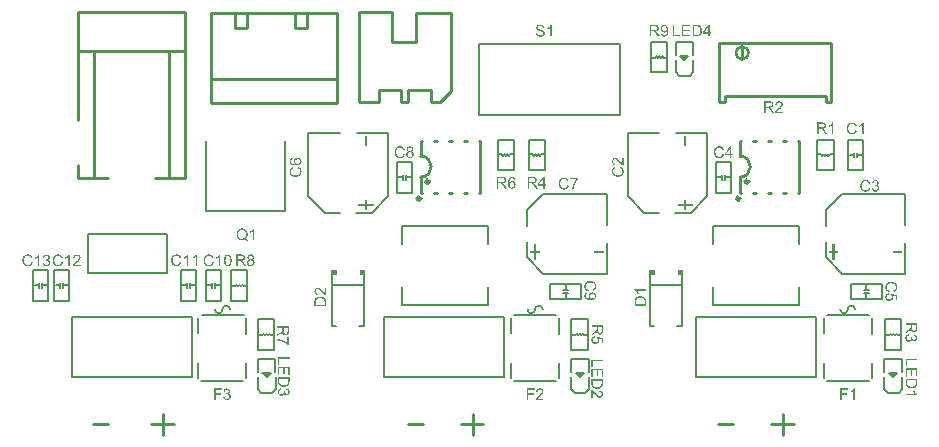
<source format=gto>
G04*
G04 #@! TF.GenerationSoftware,Altium Limited,Altium Designer,20.0.2 (26)*
G04*
G04 Layer_Color=65535*
%FSLAX24Y24*%
%MOIN*%
G70*
G01*
G75*
%ADD10C,0.0060*%
%ADD11C,0.0118*%
%ADD12C,0.0100*%
%ADD13C,0.0060*%
%ADD14C,0.0059*%
%ADD15C,0.0080*%
%ADD16C,0.0079*%
G36*
X12937Y11209D02*
X12859D01*
Y11521D01*
X12937D01*
Y11209D01*
D02*
G37*
G36*
Y9274D02*
X13157D01*
Y9196D01*
X12937D01*
Y9079D01*
X12859D01*
Y9196D01*
X12638D01*
Y9274D01*
X12859D01*
Y9391D01*
X12937D01*
Y9274D01*
D02*
G37*
G36*
X20811Y7633D02*
X20499D01*
Y7711D01*
X20811D01*
Y7633D01*
D02*
G37*
G36*
X18564Y7711D02*
X18681D01*
Y7633D01*
X18564D01*
Y7413D01*
X18486D01*
Y7633D01*
X18369D01*
Y7711D01*
X18486D01*
Y7932D01*
X18564D01*
Y7711D01*
D02*
G37*
G36*
X12867Y6899D02*
X12679D01*
Y7079D01*
X12867D01*
Y6899D01*
D02*
G37*
G36*
X11921Y6895D02*
X11733D01*
Y7074D01*
X11921D01*
Y6895D01*
D02*
G37*
G36*
X23577Y11209D02*
X23499D01*
Y11521D01*
X23577D01*
Y11209D01*
D02*
G37*
G36*
Y9274D02*
X23797D01*
Y9196D01*
X23577D01*
Y9079D01*
X23499D01*
Y9196D01*
X23278D01*
Y9274D01*
X23499D01*
Y9391D01*
X23577D01*
Y9274D01*
D02*
G37*
G36*
X30761Y7633D02*
X30449D01*
Y7711D01*
X30761D01*
Y7633D01*
D02*
G37*
G36*
X28514Y7711D02*
X28631D01*
Y7633D01*
X28514D01*
Y7413D01*
X28436D01*
Y7633D01*
X28319D01*
Y7711D01*
X28436D01*
Y7932D01*
X28514D01*
Y7711D01*
D02*
G37*
G36*
X23467Y6899D02*
X23279D01*
Y7079D01*
X23467D01*
Y6899D01*
D02*
G37*
G36*
X22521Y6895D02*
X22333D01*
Y7074D01*
X22521D01*
Y6895D01*
D02*
G37*
G36*
X29111Y11981D02*
X29116Y11980D01*
X29122Y11980D01*
X29128Y11978D01*
X29135Y11977D01*
X29142Y11976D01*
X29150Y11974D01*
X29158Y11971D01*
X29166Y11969D01*
X29175Y11965D01*
X29183Y11961D01*
X29191Y11957D01*
X29198Y11952D01*
X29199Y11951D01*
X29200Y11950D01*
X29202Y11948D01*
X29205Y11946D01*
X29208Y11943D01*
X29211Y11940D01*
X29216Y11935D01*
X29220Y11930D01*
X29225Y11925D01*
X29229Y11918D01*
X29234Y11912D01*
X29238Y11904D01*
X29242Y11896D01*
X29247Y11888D01*
X29250Y11879D01*
X29253Y11869D01*
X29203Y11857D01*
Y11858D01*
X29202Y11859D01*
X29202Y11861D01*
X29200Y11864D01*
X29199Y11868D01*
X29197Y11872D01*
X29196Y11876D01*
X29193Y11881D01*
X29188Y11890D01*
X29181Y11901D01*
X29173Y11910D01*
X29169Y11914D01*
X29164Y11918D01*
X29164Y11918D01*
X29163Y11919D01*
X29162Y11920D01*
X29160Y11921D01*
X29157Y11923D01*
X29154Y11924D01*
X29151Y11926D01*
X29146Y11928D01*
X29142Y11930D01*
X29137Y11932D01*
X29132Y11933D01*
X29127Y11935D01*
X29114Y11937D01*
X29107Y11937D01*
X29100Y11938D01*
X29096D01*
X29093Y11937D01*
X29089Y11937D01*
X29085Y11937D01*
X29080Y11936D01*
X29074Y11935D01*
X29062Y11932D01*
X29056Y11931D01*
X29050Y11929D01*
X29044Y11926D01*
X29038Y11923D01*
X29032Y11920D01*
X29026Y11916D01*
X29026Y11916D01*
X29025Y11915D01*
X29023Y11914D01*
X29021Y11912D01*
X29019Y11910D01*
X29016Y11908D01*
X29013Y11905D01*
X29010Y11901D01*
X29006Y11897D01*
X29003Y11893D01*
X29000Y11888D01*
X28996Y11883D01*
X28993Y11878D01*
X28990Y11872D01*
X28987Y11866D01*
X28984Y11859D01*
Y11859D01*
X28984Y11857D01*
X28983Y11855D01*
X28983Y11853D01*
X28982Y11849D01*
X28981Y11846D01*
X28980Y11841D01*
X28979Y11836D01*
X28977Y11831D01*
X28976Y11825D01*
X28974Y11813D01*
X28973Y11799D01*
X28972Y11785D01*
Y11785D01*
Y11783D01*
Y11781D01*
X28973Y11777D01*
Y11773D01*
X28973Y11768D01*
X28974Y11762D01*
X28974Y11756D01*
X28975Y11750D01*
X28976Y11743D01*
X28979Y11728D01*
X28982Y11714D01*
X28987Y11700D01*
Y11699D01*
X28988Y11698D01*
X28988Y11696D01*
X28989Y11694D01*
X28991Y11690D01*
X28993Y11687D01*
X28998Y11679D01*
X29004Y11670D01*
X29011Y11661D01*
X29021Y11653D01*
X29026Y11649D01*
X29031Y11645D01*
X29031Y11645D01*
X29032Y11644D01*
X29034Y11644D01*
X29036Y11643D01*
X29039Y11641D01*
X29042Y11639D01*
X29046Y11638D01*
X29051Y11636D01*
X29055Y11635D01*
X29060Y11633D01*
X29071Y11630D01*
X29083Y11628D01*
X29090Y11628D01*
X29096Y11627D01*
X29100D01*
X29103Y11628D01*
X29107Y11628D01*
X29111Y11628D01*
X29116Y11629D01*
X29121Y11630D01*
X29133Y11633D01*
X29139Y11635D01*
X29145Y11637D01*
X29151Y11640D01*
X29157Y11644D01*
X29163Y11647D01*
X29169Y11652D01*
X29169Y11652D01*
X29170Y11653D01*
X29172Y11654D01*
X29174Y11656D01*
X29176Y11659D01*
X29179Y11662D01*
X29182Y11666D01*
X29185Y11670D01*
X29188Y11675D01*
X29192Y11680D01*
X29195Y11686D01*
X29198Y11693D01*
X29201Y11700D01*
X29204Y11708D01*
X29207Y11716D01*
X29209Y11725D01*
X29260Y11712D01*
Y11711D01*
X29259Y11709D01*
X29258Y11706D01*
X29257Y11702D01*
X29255Y11696D01*
X29253Y11690D01*
X29250Y11684D01*
X29247Y11677D01*
X29243Y11669D01*
X29239Y11661D01*
X29234Y11653D01*
X29229Y11645D01*
X29223Y11637D01*
X29217Y11630D01*
X29209Y11623D01*
X29202Y11616D01*
X29202Y11616D01*
X29200Y11615D01*
X29198Y11613D01*
X29195Y11611D01*
X29190Y11609D01*
X29186Y11606D01*
X29180Y11603D01*
X29174Y11600D01*
X29167Y11597D01*
X29159Y11594D01*
X29151Y11591D01*
X29142Y11589D01*
X29132Y11587D01*
X29122Y11585D01*
X29111Y11584D01*
X29100Y11584D01*
X29094D01*
X29090Y11584D01*
X29085Y11584D01*
X29079Y11585D01*
X29072Y11586D01*
X29064Y11587D01*
X29056Y11588D01*
X29048Y11590D01*
X29040Y11592D01*
X29031Y11594D01*
X29023Y11597D01*
X29014Y11601D01*
X29007Y11604D01*
X28999Y11609D01*
X28999Y11609D01*
X28998Y11610D01*
X28995Y11611D01*
X28993Y11614D01*
X28989Y11616D01*
X28986Y11619D01*
X28982Y11623D01*
X28977Y11628D01*
X28972Y11632D01*
X28968Y11638D01*
X28963Y11644D01*
X28958Y11650D01*
X28953Y11658D01*
X28949Y11665D01*
X28944Y11673D01*
X28940Y11682D01*
X28940Y11683D01*
X28939Y11684D01*
X28938Y11687D01*
X28937Y11690D01*
X28936Y11695D01*
X28934Y11700D01*
X28932Y11706D01*
X28930Y11713D01*
X28928Y11720D01*
X28926Y11728D01*
X28925Y11737D01*
X28923Y11746D01*
X28922Y11755D01*
X28921Y11765D01*
X28920Y11775D01*
X28920Y11785D01*
Y11786D01*
Y11788D01*
Y11791D01*
X28920Y11795D01*
X28921Y11800D01*
X28921Y11806D01*
X28922Y11813D01*
X28923Y11821D01*
X28924Y11829D01*
X28926Y11837D01*
X28928Y11846D01*
X28930Y11854D01*
X28932Y11863D01*
X28935Y11872D01*
X28939Y11881D01*
X28943Y11890D01*
X28943Y11890D01*
X28944Y11891D01*
X28945Y11894D01*
X28947Y11897D01*
X28950Y11901D01*
X28952Y11905D01*
X28956Y11910D01*
X28960Y11915D01*
X28964Y11920D01*
X28969Y11926D01*
X28974Y11932D01*
X28980Y11937D01*
X28986Y11943D01*
X28993Y11948D01*
X29000Y11953D01*
X29008Y11958D01*
X29009Y11958D01*
X29010Y11959D01*
X29012Y11960D01*
X29016Y11962D01*
X29019Y11963D01*
X29024Y11965D01*
X29030Y11967D01*
X29036Y11969D01*
X29042Y11972D01*
X29049Y11974D01*
X29057Y11976D01*
X29065Y11977D01*
X29074Y11979D01*
X29083Y11980D01*
X29092Y11981D01*
X29102Y11981D01*
X29107D01*
X29111Y11981D01*
D02*
G37*
G36*
X29481Y11590D02*
X29434D01*
Y11890D01*
X29433D01*
X29433Y11890D01*
X29432Y11889D01*
X29431Y11888D01*
X29427Y11884D01*
X29422Y11880D01*
X29415Y11875D01*
X29407Y11870D01*
X29399Y11864D01*
X29389Y11858D01*
X29388D01*
X29388Y11857D01*
X29386Y11856D01*
X29384Y11855D01*
X29382Y11854D01*
X29379Y11852D01*
X29372Y11849D01*
X29365Y11845D01*
X29357Y11841D01*
X29348Y11837D01*
X29340Y11834D01*
Y11879D01*
X29340Y11880D01*
X29341Y11880D01*
X29343Y11881D01*
X29346Y11882D01*
X29350Y11884D01*
X29353Y11887D01*
X29358Y11889D01*
X29363Y11892D01*
X29374Y11898D01*
X29385Y11906D01*
X29397Y11915D01*
X29409Y11924D01*
X29409Y11925D01*
X29410Y11925D01*
X29412Y11927D01*
X29413Y11929D01*
X29416Y11931D01*
X29419Y11934D01*
X29422Y11937D01*
X29425Y11941D01*
X29432Y11948D01*
X29439Y11957D01*
X29445Y11967D01*
X29448Y11971D01*
X29450Y11976D01*
X29481D01*
Y11590D01*
D02*
G37*
G36*
X29561Y10071D02*
X29566Y10070D01*
X29572Y10070D01*
X29578Y10069D01*
X29585Y10067D01*
X29592Y10066D01*
X29600Y10064D01*
X29609Y10061D01*
X29616Y10059D01*
X29625Y10055D01*
X29633Y10051D01*
X29641Y10047D01*
X29648Y10042D01*
X29649Y10041D01*
X29650Y10040D01*
X29652Y10038D01*
X29655Y10036D01*
X29658Y10033D01*
X29661Y10029D01*
X29666Y10025D01*
X29670Y10020D01*
X29674Y10014D01*
X29679Y10008D01*
X29683Y10002D01*
X29688Y9994D01*
X29692Y9986D01*
X29697Y9978D01*
X29700Y9969D01*
X29703Y9959D01*
X29653Y9947D01*
Y9948D01*
X29652Y9949D01*
X29652Y9952D01*
X29650Y9954D01*
X29649Y9958D01*
X29648Y9962D01*
X29646Y9966D01*
X29643Y9971D01*
X29638Y9980D01*
X29631Y9991D01*
X29623Y10000D01*
X29619Y10004D01*
X29614Y10008D01*
X29614Y10008D01*
X29613Y10009D01*
X29611Y10010D01*
X29610Y10011D01*
X29607Y10013D01*
X29604Y10014D01*
X29601Y10016D01*
X29597Y10018D01*
X29592Y10020D01*
X29588Y10022D01*
X29582Y10023D01*
X29577Y10025D01*
X29564Y10027D01*
X29557Y10027D01*
X29550Y10028D01*
X29546D01*
X29543Y10027D01*
X29539Y10027D01*
X29535Y10027D01*
X29530Y10026D01*
X29525Y10025D01*
X29513Y10022D01*
X29506Y10021D01*
X29500Y10019D01*
X29494Y10016D01*
X29488Y10013D01*
X29482Y10010D01*
X29476Y10006D01*
X29476Y10006D01*
X29475Y10005D01*
X29474Y10004D01*
X29471Y10002D01*
X29469Y10000D01*
X29466Y9998D01*
X29463Y9995D01*
X29460Y9991D01*
X29456Y9987D01*
X29453Y9983D01*
X29450Y9978D01*
X29446Y9973D01*
X29443Y9968D01*
X29440Y9962D01*
X29437Y9956D01*
X29434Y9949D01*
Y9948D01*
X29434Y9947D01*
X29433Y9945D01*
X29433Y9943D01*
X29432Y9940D01*
X29431Y9936D01*
X29430Y9931D01*
X29429Y9926D01*
X29427Y9921D01*
X29426Y9915D01*
X29424Y9903D01*
X29423Y9889D01*
X29423Y9875D01*
Y9875D01*
Y9873D01*
Y9870D01*
X29423Y9867D01*
Y9863D01*
X29423Y9858D01*
X29424Y9852D01*
X29424Y9846D01*
X29425Y9840D01*
X29426Y9833D01*
X29429Y9818D01*
X29432Y9804D01*
X29437Y9790D01*
Y9789D01*
X29437Y9788D01*
X29438Y9786D01*
X29439Y9783D01*
X29441Y9780D01*
X29443Y9777D01*
X29448Y9769D01*
X29454Y9760D01*
X29462Y9751D01*
X29471Y9743D01*
X29476Y9739D01*
X29481Y9735D01*
X29481Y9735D01*
X29483Y9734D01*
X29484Y9734D01*
X29486Y9732D01*
X29489Y9731D01*
X29492Y9729D01*
X29496Y9728D01*
X29501Y9726D01*
X29505Y9725D01*
X29510Y9723D01*
X29521Y9720D01*
X29534Y9718D01*
X29540Y9718D01*
X29546Y9717D01*
X29550D01*
X29553Y9718D01*
X29557Y9718D01*
X29561Y9718D01*
X29566Y9719D01*
X29571Y9720D01*
X29583Y9723D01*
X29589Y9725D01*
X29595Y9727D01*
X29601Y9730D01*
X29607Y9734D01*
X29613Y9737D01*
X29619Y9742D01*
X29619Y9742D01*
X29620Y9743D01*
X29622Y9744D01*
X29623Y9746D01*
X29626Y9749D01*
X29629Y9752D01*
X29632Y9756D01*
X29635Y9760D01*
X29638Y9765D01*
X29641Y9770D01*
X29645Y9776D01*
X29648Y9783D01*
X29651Y9790D01*
X29654Y9798D01*
X29657Y9806D01*
X29659Y9815D01*
X29710Y9802D01*
Y9801D01*
X29709Y9799D01*
X29708Y9796D01*
X29707Y9792D01*
X29705Y9786D01*
X29703Y9780D01*
X29700Y9774D01*
X29697Y9767D01*
X29693Y9759D01*
X29689Y9751D01*
X29684Y9743D01*
X29679Y9735D01*
X29673Y9727D01*
X29667Y9720D01*
X29660Y9713D01*
X29652Y9706D01*
X29652Y9706D01*
X29650Y9705D01*
X29648Y9703D01*
X29644Y9701D01*
X29640Y9699D01*
X29636Y9696D01*
X29630Y9693D01*
X29624Y9690D01*
X29617Y9687D01*
X29609Y9684D01*
X29601Y9681D01*
X29592Y9679D01*
X29582Y9677D01*
X29572Y9675D01*
X29561Y9674D01*
X29550Y9674D01*
X29544D01*
X29540Y9674D01*
X29535Y9674D01*
X29529Y9675D01*
X29522Y9676D01*
X29514Y9677D01*
X29506Y9678D01*
X29498Y9680D01*
X29490Y9682D01*
X29481Y9684D01*
X29473Y9687D01*
X29464Y9690D01*
X29457Y9694D01*
X29449Y9699D01*
X29449Y9699D01*
X29448Y9700D01*
X29445Y9701D01*
X29443Y9704D01*
X29439Y9706D01*
X29436Y9709D01*
X29432Y9713D01*
X29427Y9718D01*
X29423Y9722D01*
X29418Y9728D01*
X29413Y9734D01*
X29408Y9740D01*
X29403Y9747D01*
X29399Y9755D01*
X29394Y9763D01*
X29390Y9772D01*
X29390Y9773D01*
X29390Y9774D01*
X29388Y9777D01*
X29387Y9780D01*
X29386Y9785D01*
X29384Y9790D01*
X29382Y9796D01*
X29380Y9803D01*
X29378Y9810D01*
X29376Y9818D01*
X29375Y9827D01*
X29373Y9836D01*
X29372Y9845D01*
X29371Y9855D01*
X29370Y9865D01*
X29370Y9875D01*
Y9876D01*
Y9878D01*
Y9881D01*
X29370Y9885D01*
X29371Y9890D01*
X29371Y9896D01*
X29372Y9903D01*
X29373Y9911D01*
X29374Y9919D01*
X29376Y9927D01*
X29378Y9936D01*
X29380Y9944D01*
X29382Y9953D01*
X29385Y9962D01*
X29389Y9971D01*
X29393Y9980D01*
X29393Y9980D01*
X29394Y9981D01*
X29395Y9984D01*
X29397Y9987D01*
X29400Y9991D01*
X29402Y9995D01*
X29406Y10000D01*
X29410Y10005D01*
X29414Y10010D01*
X29419Y10016D01*
X29424Y10022D01*
X29430Y10027D01*
X29436Y10033D01*
X29443Y10038D01*
X29450Y10043D01*
X29458Y10048D01*
X29458Y10048D01*
X29460Y10049D01*
X29462Y10050D01*
X29466Y10052D01*
X29469Y10053D01*
X29474Y10055D01*
X29479Y10057D01*
X29486Y10059D01*
X29492Y10062D01*
X29499Y10064D01*
X29507Y10066D01*
X29516Y10067D01*
X29524Y10069D01*
X29533Y10070D01*
X29542Y10071D01*
X29551Y10071D01*
X29557D01*
X29561Y10071D01*
D02*
G37*
G36*
X29879Y10065D02*
X29882D01*
X29885Y10065D01*
X29889Y10065D01*
X29893Y10064D01*
X29902Y10063D01*
X29911Y10060D01*
X29922Y10057D01*
X29932Y10052D01*
X29932D01*
X29933Y10052D01*
X29934Y10051D01*
X29936Y10050D01*
X29938Y10049D01*
X29941Y10047D01*
X29947Y10043D01*
X29953Y10037D01*
X29960Y10031D01*
X29967Y10023D01*
X29972Y10015D01*
Y10015D01*
X29973Y10014D01*
X29974Y10013D01*
X29975Y10011D01*
X29976Y10009D01*
X29977Y10007D01*
X29979Y10000D01*
X29982Y9993D01*
X29984Y9984D01*
X29986Y9976D01*
X29987Y9966D01*
Y9965D01*
Y9965D01*
Y9963D01*
X29986Y9962D01*
Y9959D01*
X29986Y9957D01*
X29985Y9951D01*
X29983Y9944D01*
X29981Y9936D01*
X29978Y9928D01*
X29973Y9920D01*
Y9920D01*
X29972Y9920D01*
X29971Y9919D01*
X29970Y9917D01*
X29967Y9913D01*
X29963Y9909D01*
X29957Y9904D01*
X29950Y9898D01*
X29943Y9893D01*
X29933Y9888D01*
X29934D01*
X29935Y9888D01*
X29937Y9887D01*
X29939Y9887D01*
X29942Y9886D01*
X29945Y9884D01*
X29953Y9881D01*
X29961Y9877D01*
X29970Y9871D01*
X29979Y9864D01*
X29982Y9860D01*
X29986Y9855D01*
X29987Y9855D01*
X29987Y9854D01*
X29988Y9853D01*
X29989Y9851D01*
X29991Y9849D01*
X29992Y9846D01*
X29994Y9842D01*
X29996Y9839D01*
X29997Y9834D01*
X29999Y9830D01*
X30001Y9824D01*
X30002Y9819D01*
X30004Y9807D01*
X30005Y9800D01*
X30005Y9794D01*
Y9793D01*
Y9791D01*
X30005Y9789D01*
Y9785D01*
X30004Y9781D01*
X30003Y9776D01*
X30002Y9770D01*
X30001Y9764D01*
X29999Y9758D01*
X29996Y9751D01*
X29993Y9744D01*
X29990Y9737D01*
X29985Y9729D01*
X29980Y9722D01*
X29975Y9715D01*
X29969Y9708D01*
X29968Y9708D01*
X29967Y9707D01*
X29965Y9705D01*
X29962Y9703D01*
X29958Y9700D01*
X29954Y9698D01*
X29949Y9694D01*
X29943Y9691D01*
X29937Y9688D01*
X29929Y9685D01*
X29922Y9682D01*
X29914Y9679D01*
X29905Y9677D01*
X29896Y9675D01*
X29886Y9674D01*
X29876Y9674D01*
X29873D01*
X29871Y9674D01*
X29867D01*
X29863Y9674D01*
X29858Y9675D01*
X29852Y9676D01*
X29846Y9677D01*
X29839Y9679D01*
X29833Y9681D01*
X29826Y9683D01*
X29819Y9686D01*
X29812Y9690D01*
X29805Y9694D01*
X29798Y9698D01*
X29792Y9704D01*
X29791Y9704D01*
X29790Y9705D01*
X29788Y9707D01*
X29786Y9709D01*
X29784Y9712D01*
X29781Y9716D01*
X29778Y9720D01*
X29774Y9725D01*
X29771Y9730D01*
X29767Y9736D01*
X29764Y9742D01*
X29762Y9749D01*
X29759Y9757D01*
X29757Y9765D01*
X29755Y9773D01*
X29754Y9782D01*
X29801Y9788D01*
Y9788D01*
X29801Y9786D01*
X29802Y9785D01*
X29802Y9782D01*
X29803Y9779D01*
X29804Y9775D01*
X29806Y9770D01*
X29807Y9766D01*
X29811Y9757D01*
X29816Y9747D01*
X29822Y9738D01*
X29825Y9734D01*
X29828Y9730D01*
X29829D01*
X29829Y9729D01*
X29830Y9729D01*
X29832Y9728D01*
X29834Y9726D01*
X29836Y9725D01*
X29841Y9722D01*
X29848Y9718D01*
X29857Y9715D01*
X29866Y9713D01*
X29871Y9713D01*
X29876Y9713D01*
X29879D01*
X29881Y9713D01*
X29885Y9713D01*
X29887Y9714D01*
X29891Y9714D01*
X29895Y9716D01*
X29904Y9718D01*
X29909Y9720D01*
X29914Y9722D01*
X29919Y9725D01*
X29923Y9728D01*
X29928Y9731D01*
X29932Y9736D01*
X29932Y9736D01*
X29933Y9737D01*
X29934Y9738D01*
X29936Y9740D01*
X29937Y9742D01*
X29939Y9744D01*
X29941Y9747D01*
X29944Y9751D01*
X29946Y9755D01*
X29948Y9760D01*
X29952Y9769D01*
X29953Y9775D01*
X29954Y9780D01*
X29955Y9786D01*
X29955Y9793D01*
Y9793D01*
Y9794D01*
Y9796D01*
X29955Y9798D01*
X29954Y9801D01*
X29954Y9804D01*
X29953Y9808D01*
X29952Y9812D01*
X29950Y9820D01*
X29948Y9824D01*
X29946Y9829D01*
X29943Y9833D01*
X29941Y9838D01*
X29937Y9842D01*
X29934Y9846D01*
X29933Y9847D01*
X29932Y9847D01*
X29931Y9848D01*
X29930Y9850D01*
X29928Y9851D01*
X29925Y9853D01*
X29922Y9855D01*
X29919Y9857D01*
X29915Y9858D01*
X29911Y9860D01*
X29902Y9864D01*
X29891Y9866D01*
X29886Y9867D01*
X29880Y9867D01*
X29877D01*
X29874Y9867D01*
X29871Y9866D01*
X29866Y9866D01*
X29860Y9865D01*
X29854Y9864D01*
X29847Y9862D01*
X29852Y9904D01*
X29853D01*
X29855Y9903D01*
X29857Y9903D01*
X29862D01*
X29865Y9903D01*
X29867D01*
X29870Y9904D01*
X29874Y9904D01*
X29877Y9905D01*
X29886Y9906D01*
X29895Y9909D01*
X29904Y9913D01*
X29914Y9919D01*
X29914Y9919D01*
X29915Y9919D01*
X29916Y9920D01*
X29918Y9922D01*
X29919Y9923D01*
X29922Y9925D01*
X29924Y9927D01*
X29926Y9930D01*
X29928Y9934D01*
X29930Y9937D01*
X29932Y9941D01*
X29934Y9945D01*
X29936Y9950D01*
X29937Y9956D01*
X29938Y9961D01*
X29938Y9967D01*
Y9967D01*
Y9968D01*
Y9969D01*
X29938Y9971D01*
Y9974D01*
X29937Y9976D01*
X29936Y9982D01*
X29934Y9989D01*
X29931Y9996D01*
X29927Y10003D01*
X29924Y10007D01*
X29920Y10010D01*
X29920Y10010D01*
X29920Y10011D01*
X29919Y10012D01*
X29918Y10013D01*
X29913Y10016D01*
X29908Y10019D01*
X29902Y10022D01*
X29894Y10025D01*
X29885Y10027D01*
X29880Y10027D01*
X29873D01*
X29871Y10027D01*
X29868D01*
X29865Y10027D01*
X29859Y10025D01*
X29852Y10023D01*
X29844Y10020D01*
X29836Y10016D01*
X29832Y10013D01*
X29829Y10010D01*
X29829Y10009D01*
X29828Y10009D01*
X29827Y10008D01*
X29826Y10006D01*
X29825Y10005D01*
X29823Y10002D01*
X29821Y10000D01*
X29819Y9997D01*
X29817Y9993D01*
X29815Y9989D01*
X29813Y9985D01*
X29811Y9980D01*
X29810Y9976D01*
X29808Y9970D01*
X29807Y9964D01*
X29806Y9958D01*
X29759Y9966D01*
Y9966D01*
X29759Y9968D01*
X29760Y9971D01*
X29760Y9974D01*
X29762Y9978D01*
X29763Y9983D01*
X29764Y9987D01*
X29767Y9993D01*
X29769Y9999D01*
X29772Y10005D01*
X29775Y10011D01*
X29779Y10017D01*
X29783Y10023D01*
X29787Y10029D01*
X29792Y10034D01*
X29797Y10040D01*
X29798Y10040D01*
X29799Y10041D01*
X29801Y10042D01*
X29803Y10044D01*
X29806Y10046D01*
X29810Y10048D01*
X29814Y10050D01*
X29818Y10053D01*
X29824Y10055D01*
X29830Y10058D01*
X29836Y10060D01*
X29843Y10062D01*
X29850Y10064D01*
X29857Y10065D01*
X29866Y10065D01*
X29874Y10066D01*
X29877D01*
X29879Y10065D01*
D02*
G37*
G36*
X17769Y10167D02*
X17773Y10166D01*
X17778Y10166D01*
X17783Y10165D01*
X17788Y10164D01*
X17800Y10161D01*
X17806Y10159D01*
X17812Y10156D01*
X17819Y10154D01*
X17825Y10150D01*
X17831Y10146D01*
X17836Y10142D01*
X17837Y10141D01*
X17838Y10141D01*
X17839Y10139D01*
X17841Y10137D01*
X17843Y10135D01*
X17846Y10131D01*
X17849Y10127D01*
X17852Y10123D01*
X17855Y10119D01*
X17858Y10113D01*
X17860Y10108D01*
X17863Y10101D01*
X17866Y10094D01*
X17868Y10087D01*
X17870Y10080D01*
X17871Y10072D01*
X17824Y10068D01*
Y10068D01*
X17824Y10069D01*
X17824Y10070D01*
X17823Y10072D01*
X17823Y10075D01*
X17822Y10077D01*
X17820Y10083D01*
X17817Y10090D01*
X17814Y10097D01*
X17810Y10103D01*
X17806Y10108D01*
X17806Y10109D01*
X17806Y10109D01*
X17804Y10110D01*
X17803Y10111D01*
X17801Y10113D01*
X17799Y10115D01*
X17793Y10118D01*
X17787Y10122D01*
X17778Y10126D01*
X17769Y10128D01*
X17764Y10128D01*
X17759Y10129D01*
X17755D01*
X17751Y10128D01*
X17746Y10127D01*
X17740Y10126D01*
X17733Y10123D01*
X17726Y10120D01*
X17719Y10116D01*
X17719D01*
X17718Y10115D01*
X17717Y10114D01*
X17716Y10113D01*
X17712Y10109D01*
X17707Y10104D01*
X17701Y10097D01*
X17695Y10089D01*
X17689Y10079D01*
X17684Y10068D01*
Y10068D01*
X17684Y10067D01*
X17683Y10065D01*
X17682Y10063D01*
X17681Y10059D01*
X17680Y10055D01*
X17679Y10051D01*
X17678Y10045D01*
X17677Y10039D01*
X17675Y10033D01*
X17674Y10025D01*
X17673Y10018D01*
X17672Y10009D01*
X17672Y10000D01*
X17671Y9990D01*
X17671Y9979D01*
X17671Y9980D01*
X17672Y9980D01*
X17673Y9982D01*
X17674Y9983D01*
X17675Y9986D01*
X17678Y9988D01*
X17683Y9994D01*
X17689Y10000D01*
X17696Y10007D01*
X17704Y10013D01*
X17713Y10018D01*
X17713D01*
X17714Y10018D01*
X17715Y10019D01*
X17717Y10020D01*
X17719Y10021D01*
X17722Y10022D01*
X17725Y10023D01*
X17728Y10024D01*
X17736Y10027D01*
X17745Y10029D01*
X17754Y10030D01*
X17764Y10031D01*
X17767D01*
X17769Y10030D01*
X17772D01*
X17776Y10030D01*
X17781Y10029D01*
X17787Y10028D01*
X17792Y10026D01*
X17798Y10024D01*
X17805Y10022D01*
X17811Y10019D01*
X17818Y10016D01*
X17825Y10012D01*
X17832Y10007D01*
X17838Y10002D01*
X17845Y9996D01*
X17845Y9995D01*
X17846Y9994D01*
X17848Y9992D01*
X17850Y9989D01*
X17852Y9986D01*
X17855Y9982D01*
X17858Y9977D01*
X17861Y9971D01*
X17865Y9965D01*
X17867Y9959D01*
X17870Y9951D01*
X17873Y9943D01*
X17875Y9935D01*
X17876Y9926D01*
X17878Y9916D01*
X17878Y9906D01*
Y9906D01*
Y9905D01*
Y9903D01*
X17878Y9900D01*
Y9897D01*
X17877Y9893D01*
X17877Y9889D01*
X17876Y9884D01*
X17874Y9874D01*
X17871Y9862D01*
X17867Y9851D01*
X17862Y9839D01*
Y9838D01*
X17861Y9837D01*
X17861Y9836D01*
X17859Y9834D01*
X17858Y9831D01*
X17856Y9828D01*
X17851Y9821D01*
X17845Y9814D01*
X17838Y9806D01*
X17829Y9798D01*
X17819Y9791D01*
X17819D01*
X17818Y9791D01*
X17816Y9790D01*
X17814Y9789D01*
X17812Y9788D01*
X17809Y9786D01*
X17805Y9785D01*
X17801Y9783D01*
X17797Y9782D01*
X17792Y9780D01*
X17782Y9778D01*
X17770Y9776D01*
X17764Y9775D01*
X17757Y9775D01*
X17755D01*
X17752Y9775D01*
X17747Y9776D01*
X17743Y9776D01*
X17737Y9777D01*
X17730Y9779D01*
X17723Y9780D01*
X17716Y9782D01*
X17708Y9785D01*
X17700Y9789D01*
X17692Y9793D01*
X17684Y9798D01*
X17676Y9804D01*
X17668Y9811D01*
X17661Y9818D01*
X17661Y9818D01*
X17660Y9820D01*
X17658Y9823D01*
X17656Y9826D01*
X17653Y9831D01*
X17650Y9837D01*
X17646Y9844D01*
X17643Y9852D01*
X17639Y9862D01*
X17636Y9872D01*
X17633Y9884D01*
X17630Y9897D01*
X17628Y9911D01*
X17626Y9926D01*
X17624Y9943D01*
X17624Y9961D01*
Y9961D01*
Y9962D01*
Y9964D01*
Y9966D01*
Y9968D01*
X17624Y9971D01*
Y9975D01*
X17625Y9979D01*
Y9983D01*
X17625Y9988D01*
X17626Y9999D01*
X17628Y10010D01*
X17629Y10023D01*
X17631Y10036D01*
X17634Y10049D01*
X17637Y10063D01*
X17641Y10076D01*
X17646Y10089D01*
X17651Y10102D01*
X17658Y10113D01*
X17665Y10123D01*
X17665Y10123D01*
X17666Y10125D01*
X17669Y10127D01*
X17672Y10130D01*
X17675Y10133D01*
X17680Y10137D01*
X17685Y10141D01*
X17691Y10145D01*
X17697Y10149D01*
X17704Y10153D01*
X17712Y10157D01*
X17721Y10160D01*
X17730Y10163D01*
X17740Y10165D01*
X17751Y10167D01*
X17762Y10167D01*
X17766D01*
X17769Y10167D01*
D02*
G37*
G36*
X17442Y10165D02*
X17446D01*
X17452Y10165D01*
X17458Y10165D01*
X17470Y10163D01*
X17484Y10161D01*
X17496Y10159D01*
X17501Y10157D01*
X17507Y10155D01*
X17507D01*
X17508Y10155D01*
X17509Y10154D01*
X17511Y10153D01*
X17514Y10152D01*
X17516Y10150D01*
X17522Y10147D01*
X17529Y10142D01*
X17536Y10135D01*
X17543Y10127D01*
X17550Y10118D01*
X17550Y10118D01*
X17550Y10117D01*
X17551Y10116D01*
X17552Y10114D01*
X17553Y10111D01*
X17555Y10108D01*
X17556Y10105D01*
X17558Y10102D01*
X17560Y10093D01*
X17563Y10083D01*
X17565Y10072D01*
X17566Y10067D01*
Y10061D01*
Y10060D01*
Y10059D01*
Y10057D01*
X17565Y10054D01*
X17565Y10050D01*
X17564Y10046D01*
X17563Y10042D01*
X17562Y10037D01*
X17561Y10031D01*
X17559Y10026D01*
X17557Y10020D01*
X17554Y10014D01*
X17551Y10009D01*
X17548Y10003D01*
X17544Y9997D01*
X17539Y9992D01*
X17539Y9991D01*
X17538Y9991D01*
X17536Y9989D01*
X17534Y9987D01*
X17531Y9985D01*
X17528Y9982D01*
X17524Y9980D01*
X17519Y9977D01*
X17514Y9974D01*
X17507Y9971D01*
X17501Y9968D01*
X17493Y9965D01*
X17485Y9962D01*
X17477Y9960D01*
X17467Y9958D01*
X17457Y9956D01*
X17458D01*
X17458Y9956D01*
X17459Y9955D01*
X17461Y9955D01*
X17464Y9952D01*
X17469Y9950D01*
X17474Y9947D01*
X17479Y9944D01*
X17484Y9940D01*
X17488Y9937D01*
X17488Y9937D01*
X17489Y9936D01*
X17490Y9935D01*
X17492Y9933D01*
X17494Y9931D01*
X17496Y9929D01*
X17499Y9926D01*
X17501Y9923D01*
X17508Y9915D01*
X17515Y9907D01*
X17522Y9896D01*
X17530Y9886D01*
X17596Y9781D01*
X17533D01*
X17482Y9861D01*
X17482Y9862D01*
X17481Y9863D01*
X17480Y9865D01*
X17478Y9867D01*
X17476Y9870D01*
X17474Y9873D01*
X17469Y9881D01*
X17463Y9889D01*
X17457Y9898D01*
X17451Y9907D01*
X17448Y9910D01*
X17445Y9914D01*
Y9914D01*
X17444Y9915D01*
X17443Y9917D01*
X17440Y9920D01*
X17437Y9924D01*
X17433Y9928D01*
X17428Y9932D01*
X17424Y9937D01*
X17419Y9940D01*
X17419Y9940D01*
X17418Y9941D01*
X17415Y9942D01*
X17412Y9944D01*
X17409Y9946D01*
X17405Y9947D01*
X17401Y9949D01*
X17397Y9950D01*
X17396D01*
X17395Y9950D01*
X17393Y9951D01*
X17390Y9951D01*
X17386D01*
X17381Y9952D01*
X17375Y9952D01*
X17309D01*
Y9781D01*
X17258D01*
Y10166D01*
X17437D01*
X17442Y10165D01*
D02*
G37*
G36*
X20798Y5041D02*
X20797Y5037D01*
Y5032D01*
X20797Y5027D01*
X20797Y5021D01*
X20795Y5008D01*
X20793Y4995D01*
X20791Y4983D01*
X20789Y4977D01*
X20787Y4972D01*
Y4971D01*
X20787Y4971D01*
X20786Y4969D01*
X20785Y4967D01*
X20784Y4965D01*
X20782Y4962D01*
X20779Y4956D01*
X20774Y4950D01*
X20767Y4942D01*
X20759Y4935D01*
X20750Y4929D01*
X20750Y4929D01*
X20749Y4928D01*
X20748Y4927D01*
X20746Y4926D01*
X20743Y4925D01*
X20740Y4924D01*
X20737Y4922D01*
X20734Y4921D01*
X20725Y4918D01*
X20715Y4915D01*
X20704Y4914D01*
X20699Y4913D01*
X20693D01*
X20692D01*
X20691D01*
X20689D01*
X20686Y4913D01*
X20682Y4914D01*
X20678Y4914D01*
X20674Y4915D01*
X20669Y4916D01*
X20663Y4918D01*
X20658Y4919D01*
X20652Y4922D01*
X20646Y4924D01*
X20640Y4927D01*
X20635Y4931D01*
X20629Y4935D01*
X20624Y4940D01*
X20623Y4940D01*
X20623Y4941D01*
X20621Y4942D01*
X20619Y4944D01*
X20617Y4947D01*
X20614Y4951D01*
X20612Y4955D01*
X20609Y4960D01*
X20606Y4965D01*
X20603Y4971D01*
X20600Y4978D01*
X20597Y4985D01*
X20594Y4993D01*
X20592Y5002D01*
X20589Y5011D01*
X20588Y5021D01*
Y5021D01*
X20588Y5020D01*
X20587Y5019D01*
X20587Y5018D01*
X20584Y5014D01*
X20582Y5010D01*
X20579Y5005D01*
X20576Y5000D01*
X20572Y4995D01*
X20569Y4990D01*
X20569Y4990D01*
X20568Y4989D01*
X20567Y4988D01*
X20565Y4987D01*
X20563Y4985D01*
X20561Y4983D01*
X20558Y4980D01*
X20555Y4977D01*
X20547Y4971D01*
X20539Y4963D01*
X20528Y4956D01*
X20518Y4949D01*
X20413Y4882D01*
Y4945D01*
X20493Y4997D01*
X20494Y4997D01*
X20495Y4998D01*
X20497Y4999D01*
X20499Y5000D01*
X20502Y5002D01*
X20505Y5004D01*
X20513Y5009D01*
X20521Y5015D01*
X20530Y5021D01*
X20539Y5028D01*
X20542Y5030D01*
X20546Y5033D01*
X20546D01*
X20547Y5034D01*
X20549Y5035D01*
X20552Y5038D01*
X20556Y5042D01*
X20560Y5046D01*
X20564Y5050D01*
X20569Y5055D01*
X20572Y5059D01*
X20572Y5059D01*
X20573Y5061D01*
X20574Y5063D01*
X20576Y5066D01*
X20578Y5070D01*
X20579Y5073D01*
X20581Y5077D01*
X20582Y5082D01*
Y5082D01*
X20582Y5084D01*
X20583Y5086D01*
X20583Y5089D01*
Y5092D01*
X20584Y5097D01*
X20584Y5103D01*
Y5169D01*
X20413D01*
Y5220D01*
X20798D01*
Y5041D01*
D02*
G37*
G36*
X20518Y4803D02*
X20518D01*
X20517Y4803D01*
X20515Y4802D01*
X20512Y4802D01*
X20509Y4801D01*
X20506Y4800D01*
X20498Y4798D01*
X20489Y4794D01*
X20480Y4790D01*
X20471Y4785D01*
X20467Y4781D01*
X20464Y4778D01*
X20463Y4778D01*
X20463Y4777D01*
X20462Y4776D01*
X20461Y4774D01*
X20459Y4772D01*
X20458Y4770D01*
X20454Y4764D01*
X20451Y4757D01*
X20449Y4749D01*
X20446Y4739D01*
X20446Y4734D01*
X20446Y4729D01*
Y4726D01*
X20446Y4724D01*
X20446Y4721D01*
X20447Y4717D01*
X20448Y4713D01*
X20449Y4709D01*
X20452Y4700D01*
X20454Y4695D01*
X20456Y4690D01*
X20459Y4686D01*
X20463Y4681D01*
X20466Y4676D01*
X20471Y4671D01*
X20471Y4671D01*
X20472Y4670D01*
X20474Y4669D01*
X20476Y4668D01*
X20478Y4666D01*
X20482Y4664D01*
X20485Y4662D01*
X20489Y4659D01*
X20494Y4658D01*
X20499Y4655D01*
X20505Y4653D01*
X20511Y4651D01*
X20517Y4650D01*
X20524Y4649D01*
X20531Y4648D01*
X20539Y4648D01*
X20540D01*
X20541D01*
X20543D01*
X20546Y4648D01*
X20549Y4649D01*
X20553Y4649D01*
X20558Y4650D01*
X20563Y4651D01*
X20573Y4653D01*
X20578Y4655D01*
X20583Y4658D01*
X20588Y4660D01*
X20594Y4663D01*
X20599Y4667D01*
X20603Y4671D01*
X20603Y4671D01*
X20604Y4672D01*
X20605Y4673D01*
X20607Y4675D01*
X20609Y4677D01*
X20610Y4680D01*
X20613Y4683D01*
X20615Y4686D01*
X20617Y4690D01*
X20619Y4695D01*
X20621Y4700D01*
X20623Y4705D01*
X20624Y4711D01*
X20626Y4717D01*
X20626Y4724D01*
X20627Y4730D01*
Y4734D01*
X20626Y4736D01*
Y4739D01*
X20626Y4744D01*
X20624Y4751D01*
X20622Y4757D01*
X20619Y4764D01*
X20616Y4771D01*
Y4772D01*
X20616Y4772D01*
X20614Y4775D01*
X20612Y4778D01*
X20609Y4782D01*
X20605Y4787D01*
X20600Y4791D01*
X20595Y4796D01*
X20589Y4800D01*
X20595Y4844D01*
X20793Y4807D01*
Y4615D01*
X20748D01*
Y4770D01*
X20644Y4790D01*
X20644Y4790D01*
X20645Y4789D01*
X20646Y4787D01*
X20648Y4784D01*
X20649Y4781D01*
X20652Y4777D01*
X20654Y4773D01*
X20656Y4768D01*
X20659Y4763D01*
X20660Y4757D01*
X20665Y4745D01*
X20666Y4739D01*
X20667Y4732D01*
X20668Y4725D01*
X20668Y4717D01*
Y4715D01*
X20668Y4713D01*
Y4709D01*
X20667Y4705D01*
X20666Y4699D01*
X20665Y4694D01*
X20664Y4688D01*
X20662Y4681D01*
X20660Y4674D01*
X20657Y4667D01*
X20654Y4660D01*
X20649Y4653D01*
X20645Y4646D01*
X20639Y4639D01*
X20633Y4632D01*
X20633Y4632D01*
X20632Y4631D01*
X20630Y4629D01*
X20627Y4627D01*
X20624Y4624D01*
X20619Y4622D01*
X20615Y4618D01*
X20609Y4615D01*
X20603Y4612D01*
X20596Y4608D01*
X20589Y4606D01*
X20581Y4603D01*
X20572Y4601D01*
X20563Y4599D01*
X20554Y4598D01*
X20543Y4597D01*
X20543D01*
X20541D01*
X20539Y4598D01*
X20535D01*
X20530Y4598D01*
X20525Y4599D01*
X20519Y4600D01*
X20513Y4601D01*
X20506Y4603D01*
X20498Y4605D01*
X20491Y4608D01*
X20483Y4611D01*
X20476Y4614D01*
X20468Y4618D01*
X20461Y4623D01*
X20453Y4628D01*
X20453Y4629D01*
X20452Y4630D01*
X20449Y4632D01*
X20446Y4635D01*
X20443Y4639D01*
X20439Y4643D01*
X20435Y4649D01*
X20430Y4654D01*
X20426Y4662D01*
X20422Y4669D01*
X20418Y4677D01*
X20414Y4686D01*
X20411Y4696D01*
X20409Y4706D01*
X20407Y4717D01*
X20407Y4729D01*
Y4731D01*
X20407Y4734D01*
Y4738D01*
X20408Y4742D01*
X20408Y4748D01*
X20410Y4753D01*
X20411Y4760D01*
X20412Y4766D01*
X20414Y4773D01*
X20416Y4780D01*
X20419Y4788D01*
X20423Y4795D01*
X20426Y4802D01*
X20431Y4809D01*
X20436Y4815D01*
X20436Y4815D01*
X20438Y4816D01*
X20439Y4818D01*
X20441Y4820D01*
X20444Y4823D01*
X20448Y4825D01*
X20452Y4829D01*
X20457Y4832D01*
X20462Y4835D01*
X20468Y4839D01*
X20474Y4842D01*
X20482Y4845D01*
X20489Y4847D01*
X20497Y4850D01*
X20505Y4851D01*
X20514Y4852D01*
X20518Y4803D01*
D02*
G37*
G36*
X18845Y9916D02*
X18896D01*
Y9873D01*
X18845D01*
Y9781D01*
X18798D01*
Y9873D01*
X18631D01*
Y9916D01*
X18806Y10166D01*
X18845D01*
Y9916D01*
D02*
G37*
G36*
X18462Y10165D02*
X18466D01*
X18472Y10165D01*
X18478Y10165D01*
X18490Y10163D01*
X18504Y10161D01*
X18516Y10159D01*
X18521Y10157D01*
X18527Y10155D01*
X18527D01*
X18528Y10155D01*
X18529Y10154D01*
X18531Y10153D01*
X18534Y10152D01*
X18536Y10150D01*
X18542Y10147D01*
X18549Y10142D01*
X18556Y10135D01*
X18563Y10127D01*
X18570Y10118D01*
X18570Y10118D01*
X18570Y10117D01*
X18571Y10116D01*
X18572Y10114D01*
X18573Y10111D01*
X18575Y10108D01*
X18576Y10105D01*
X18578Y10102D01*
X18580Y10093D01*
X18583Y10083D01*
X18585Y10072D01*
X18586Y10067D01*
Y10061D01*
Y10060D01*
Y10059D01*
Y10057D01*
X18585Y10054D01*
X18585Y10050D01*
X18584Y10046D01*
X18583Y10042D01*
X18582Y10037D01*
X18581Y10031D01*
X18579Y10026D01*
X18577Y10020D01*
X18574Y10014D01*
X18571Y10009D01*
X18568Y10003D01*
X18564Y9997D01*
X18559Y9992D01*
X18559Y9991D01*
X18558Y9991D01*
X18556Y9989D01*
X18554Y9987D01*
X18551Y9985D01*
X18548Y9982D01*
X18544Y9980D01*
X18539Y9977D01*
X18534Y9974D01*
X18527Y9971D01*
X18521Y9968D01*
X18513Y9965D01*
X18505Y9962D01*
X18497Y9960D01*
X18487Y9958D01*
X18477Y9956D01*
X18478D01*
X18478Y9956D01*
X18479Y9955D01*
X18481Y9955D01*
X18484Y9952D01*
X18489Y9950D01*
X18494Y9947D01*
X18499Y9944D01*
X18504Y9940D01*
X18508Y9937D01*
X18508Y9937D01*
X18509Y9936D01*
X18510Y9935D01*
X18512Y9933D01*
X18514Y9931D01*
X18516Y9929D01*
X18519Y9926D01*
X18521Y9923D01*
X18528Y9915D01*
X18535Y9907D01*
X18542Y9896D01*
X18550Y9886D01*
X18616Y9781D01*
X18553D01*
X18502Y9861D01*
X18502Y9862D01*
X18501Y9863D01*
X18500Y9865D01*
X18498Y9867D01*
X18496Y9870D01*
X18494Y9873D01*
X18489Y9881D01*
X18483Y9889D01*
X18477Y9898D01*
X18471Y9907D01*
X18468Y9910D01*
X18465Y9914D01*
Y9914D01*
X18464Y9915D01*
X18463Y9917D01*
X18460Y9920D01*
X18457Y9924D01*
X18453Y9928D01*
X18448Y9932D01*
X18444Y9937D01*
X18439Y9940D01*
X18439Y9940D01*
X18438Y9941D01*
X18435Y9942D01*
X18432Y9944D01*
X18429Y9946D01*
X18425Y9947D01*
X18421Y9949D01*
X18417Y9950D01*
X18416D01*
X18415Y9950D01*
X18413Y9951D01*
X18410Y9951D01*
X18406D01*
X18401Y9952D01*
X18395Y9952D01*
X18329D01*
Y9781D01*
X18278D01*
Y10166D01*
X18457D01*
X18462Y10165D01*
D02*
G37*
G36*
X20791Y4029D02*
X20452D01*
Y3840D01*
X20407D01*
Y4080D01*
X20791D01*
Y4029D01*
D02*
G37*
G36*
Y3501D02*
X20746D01*
Y3728D01*
X20628D01*
Y3515D01*
X20583D01*
Y3728D01*
X20452D01*
Y3492D01*
X20407D01*
Y3778D01*
X20791D01*
Y3501D01*
D02*
G37*
G36*
Y3278D02*
X20791Y3274D01*
Y3269D01*
X20791Y3264D01*
X20790Y3253D01*
X20789Y3241D01*
X20787Y3231D01*
X20787Y3225D01*
X20786Y3221D01*
Y3221D01*
X20785Y3219D01*
X20785Y3217D01*
X20784Y3215D01*
X20783Y3212D01*
X20782Y3209D01*
X20781Y3205D01*
X20779Y3201D01*
X20775Y3192D01*
X20771Y3183D01*
X20765Y3173D01*
X20758Y3164D01*
X20758Y3164D01*
X20757Y3163D01*
X20755Y3161D01*
X20753Y3159D01*
X20751Y3157D01*
X20748Y3154D01*
X20744Y3151D01*
X20740Y3147D01*
X20736Y3144D01*
X20731Y3140D01*
X20725Y3136D01*
X20720Y3132D01*
X20713Y3129D01*
X20707Y3125D01*
X20692Y3119D01*
X20692D01*
X20690Y3118D01*
X20688Y3117D01*
X20685Y3117D01*
X20681Y3115D01*
X20677Y3114D01*
X20672Y3113D01*
X20666Y3111D01*
X20660Y3110D01*
X20652Y3108D01*
X20645Y3107D01*
X20637Y3106D01*
X20628Y3105D01*
X20620Y3104D01*
X20601Y3104D01*
X20601D01*
X20599D01*
X20597D01*
X20594D01*
X20590Y3104D01*
X20585D01*
X20580Y3104D01*
X20575Y3105D01*
X20569Y3105D01*
X20563Y3106D01*
X20550Y3108D01*
X20536Y3111D01*
X20523Y3114D01*
X20523D01*
X20522Y3114D01*
X20520Y3115D01*
X20517Y3116D01*
X20515Y3117D01*
X20511Y3118D01*
X20507Y3120D01*
X20504Y3121D01*
X20495Y3125D01*
X20485Y3129D01*
X20476Y3135D01*
X20467Y3140D01*
X20467D01*
X20466Y3141D01*
X20465Y3142D01*
X20464Y3143D01*
X20460Y3146D01*
X20454Y3150D01*
X20449Y3156D01*
X20443Y3162D01*
X20438Y3168D01*
X20432Y3175D01*
Y3176D01*
X20432Y3176D01*
X20431Y3177D01*
X20430Y3178D01*
X20429Y3180D01*
X20428Y3183D01*
X20425Y3188D01*
X20422Y3195D01*
X20419Y3203D01*
X20416Y3212D01*
X20413Y3221D01*
Y3222D01*
X20413Y3222D01*
X20412Y3224D01*
X20412Y3226D01*
X20412Y3228D01*
X20411Y3231D01*
X20411Y3235D01*
X20410Y3239D01*
X20410Y3243D01*
X20409Y3248D01*
X20408Y3258D01*
X20407Y3270D01*
X20407Y3283D01*
Y3422D01*
X20791D01*
Y3278D01*
D02*
G37*
G36*
X20417Y3058D02*
X20422Y3058D01*
X20428Y3057D01*
X20433Y3056D01*
X20440Y3054D01*
X20440D01*
X20441Y3053D01*
X20442Y3052D01*
X20444Y3052D01*
X20446Y3051D01*
X20449Y3049D01*
X20456Y3046D01*
X20464Y3042D01*
X20472Y3036D01*
X20481Y3030D01*
X20491Y3022D01*
X20491Y3022D01*
X20492Y3021D01*
X20493Y3020D01*
X20495Y3018D01*
X20497Y3016D01*
X20500Y3013D01*
X20504Y3011D01*
X20507Y3007D01*
X20511Y3003D01*
X20516Y2998D01*
X20521Y2993D01*
X20526Y2988D01*
X20531Y2982D01*
X20537Y2975D01*
X20543Y2968D01*
X20549Y2961D01*
X20549Y2960D01*
X20551Y2958D01*
X20554Y2955D01*
X20557Y2951D01*
X20561Y2946D01*
X20567Y2940D01*
X20572Y2934D01*
X20578Y2927D01*
X20591Y2913D01*
X20605Y2899D01*
X20612Y2892D01*
X20618Y2886D01*
X20624Y2881D01*
X20630Y2876D01*
X20631Y2876D01*
X20632Y2875D01*
X20633Y2874D01*
X20636Y2873D01*
X20638Y2871D01*
X20641Y2869D01*
X20645Y2867D01*
X20649Y2865D01*
X20657Y2861D01*
X20667Y2857D01*
X20672Y2856D01*
X20677Y2855D01*
X20682Y2854D01*
X20687Y2854D01*
X20687D01*
X20688D01*
X20690D01*
X20692Y2854D01*
X20694Y2855D01*
X20697Y2855D01*
X20703Y2856D01*
X20711Y2859D01*
X20719Y2862D01*
X20723Y2865D01*
X20727Y2867D01*
X20731Y2870D01*
X20734Y2874D01*
X20735Y2874D01*
X20735Y2875D01*
X20736Y2876D01*
X20737Y2878D01*
X20739Y2880D01*
X20740Y2882D01*
X20742Y2885D01*
X20744Y2888D01*
X20746Y2892D01*
X20748Y2896D01*
X20751Y2905D01*
X20753Y2915D01*
X20753Y2921D01*
X20754Y2927D01*
Y2930D01*
X20753Y2932D01*
X20753Y2935D01*
X20753Y2939D01*
X20752Y2942D01*
X20751Y2946D01*
X20749Y2955D01*
X20745Y2964D01*
X20743Y2968D01*
X20740Y2973D01*
X20737Y2977D01*
X20733Y2981D01*
X20733Y2982D01*
X20732Y2982D01*
X20731Y2983D01*
X20729Y2984D01*
X20728Y2986D01*
X20725Y2988D01*
X20722Y2989D01*
X20719Y2991D01*
X20715Y2993D01*
X20711Y2995D01*
X20706Y2997D01*
X20701Y2998D01*
X20696Y3000D01*
X20690Y3001D01*
X20684Y3001D01*
X20677Y3002D01*
X20682Y3050D01*
X20682D01*
X20684Y3049D01*
X20687Y3049D01*
X20691Y3049D01*
X20695Y3048D01*
X20701Y3047D01*
X20706Y3045D01*
X20712Y3043D01*
X20719Y3041D01*
X20726Y3039D01*
X20732Y3036D01*
X20740Y3032D01*
X20746Y3028D01*
X20753Y3024D01*
X20759Y3018D01*
X20764Y3013D01*
X20765Y3012D01*
X20765Y3011D01*
X20767Y3009D01*
X20769Y3007D01*
X20771Y3003D01*
X20773Y3000D01*
X20776Y2995D01*
X20779Y2989D01*
X20781Y2984D01*
X20784Y2977D01*
X20786Y2970D01*
X20788Y2962D01*
X20790Y2954D01*
X20792Y2945D01*
X20792Y2936D01*
X20793Y2925D01*
Y2923D01*
X20792Y2920D01*
Y2916D01*
X20792Y2912D01*
X20791Y2906D01*
X20790Y2900D01*
X20789Y2894D01*
X20787Y2887D01*
X20785Y2880D01*
X20783Y2872D01*
X20780Y2865D01*
X20776Y2858D01*
X20772Y2851D01*
X20767Y2844D01*
X20762Y2838D01*
X20762Y2837D01*
X20761Y2836D01*
X20759Y2835D01*
X20756Y2833D01*
X20753Y2830D01*
X20750Y2828D01*
X20746Y2824D01*
X20741Y2822D01*
X20736Y2819D01*
X20730Y2815D01*
X20724Y2813D01*
X20717Y2810D01*
X20710Y2808D01*
X20702Y2807D01*
X20694Y2806D01*
X20686Y2805D01*
X20686D01*
X20685D01*
X20684D01*
X20682D01*
X20680Y2806D01*
X20678D01*
X20672Y2806D01*
X20665Y2808D01*
X20657Y2810D01*
X20649Y2812D01*
X20640Y2815D01*
X20640D01*
X20639Y2815D01*
X20638Y2816D01*
X20637Y2817D01*
X20635Y2818D01*
X20632Y2819D01*
X20626Y2823D01*
X20619Y2827D01*
X20611Y2832D01*
X20603Y2839D01*
X20594Y2847D01*
X20593Y2847D01*
X20593Y2848D01*
X20591Y2849D01*
X20589Y2851D01*
X20587Y2853D01*
X20584Y2856D01*
X20580Y2860D01*
X20576Y2864D01*
X20571Y2868D01*
X20566Y2874D01*
X20561Y2880D01*
X20555Y2886D01*
X20548Y2894D01*
X20541Y2901D01*
X20534Y2910D01*
X20526Y2919D01*
X20526Y2919D01*
X20525Y2921D01*
X20523Y2923D01*
X20521Y2926D01*
X20517Y2929D01*
X20514Y2933D01*
X20507Y2942D01*
X20499Y2951D01*
X20491Y2960D01*
X20487Y2964D01*
X20483Y2968D01*
X20480Y2971D01*
X20478Y2974D01*
X20477Y2974D01*
X20475Y2976D01*
X20473Y2978D01*
X20470Y2981D01*
X20466Y2984D01*
X20462Y2987D01*
X20457Y2991D01*
X20452Y2994D01*
Y2805D01*
X20407D01*
Y3059D01*
X20407D01*
X20408D01*
X20410D01*
X20413D01*
X20417Y3058D01*
D02*
G37*
G36*
X18695Y3117D02*
X18699D01*
X18704Y3116D01*
X18709Y3116D01*
X18715Y3115D01*
X18722Y3113D01*
X18728Y3112D01*
X18736Y3110D01*
X18743Y3107D01*
X18750Y3104D01*
X18758Y3101D01*
X18764Y3097D01*
X18771Y3092D01*
X18778Y3086D01*
X18778Y3086D01*
X18779Y3085D01*
X18781Y3083D01*
X18783Y3081D01*
X18785Y3078D01*
X18788Y3074D01*
X18791Y3070D01*
X18794Y3065D01*
X18797Y3060D01*
X18800Y3054D01*
X18802Y3048D01*
X18805Y3041D01*
X18807Y3034D01*
X18808Y3026D01*
X18809Y3019D01*
X18810Y3010D01*
Y3010D01*
Y3009D01*
Y3008D01*
Y3007D01*
X18809Y3004D01*
Y3002D01*
X18809Y2996D01*
X18808Y2989D01*
X18806Y2981D01*
X18803Y2973D01*
X18800Y2965D01*
Y2965D01*
X18800Y2964D01*
X18799Y2963D01*
X18798Y2961D01*
X18797Y2959D01*
X18796Y2957D01*
X18793Y2951D01*
X18788Y2944D01*
X18783Y2936D01*
X18777Y2927D01*
X18769Y2918D01*
X18768Y2918D01*
X18767Y2917D01*
X18766Y2915D01*
X18764Y2914D01*
X18762Y2911D01*
X18759Y2908D01*
X18756Y2905D01*
X18751Y2900D01*
X18747Y2896D01*
X18741Y2891D01*
X18736Y2885D01*
X18729Y2879D01*
X18722Y2873D01*
X18714Y2866D01*
X18705Y2858D01*
X18696Y2851D01*
X18696Y2850D01*
X18694Y2849D01*
X18692Y2847D01*
X18690Y2845D01*
X18686Y2842D01*
X18682Y2839D01*
X18673Y2831D01*
X18664Y2823D01*
X18655Y2815D01*
X18651Y2812D01*
X18648Y2808D01*
X18644Y2805D01*
X18642Y2802D01*
X18641Y2802D01*
X18640Y2800D01*
X18637Y2797D01*
X18634Y2794D01*
X18631Y2790D01*
X18628Y2786D01*
X18625Y2782D01*
X18622Y2777D01*
X18810D01*
Y2731D01*
X18556D01*
Y2732D01*
Y2732D01*
Y2734D01*
Y2737D01*
X18557Y2742D01*
X18557Y2747D01*
X18558Y2752D01*
X18560Y2758D01*
X18562Y2764D01*
Y2764D01*
X18562Y2765D01*
X18563Y2767D01*
X18563Y2768D01*
X18565Y2771D01*
X18566Y2773D01*
X18569Y2780D01*
X18574Y2788D01*
X18579Y2797D01*
X18585Y2806D01*
X18593Y2815D01*
X18593Y2815D01*
X18594Y2816D01*
X18595Y2818D01*
X18597Y2819D01*
X18599Y2822D01*
X18602Y2825D01*
X18605Y2828D01*
X18608Y2832D01*
X18613Y2836D01*
X18617Y2840D01*
X18622Y2845D01*
X18628Y2850D01*
X18634Y2855D01*
X18640Y2861D01*
X18647Y2867D01*
X18654Y2873D01*
X18655Y2874D01*
X18657Y2875D01*
X18660Y2878D01*
X18664Y2882D01*
X18670Y2886D01*
X18675Y2891D01*
X18682Y2897D01*
X18688Y2903D01*
X18703Y2916D01*
X18716Y2929D01*
X18723Y2936D01*
X18729Y2943D01*
X18735Y2949D01*
X18739Y2955D01*
X18739Y2955D01*
X18740Y2956D01*
X18741Y2958D01*
X18742Y2960D01*
X18744Y2963D01*
X18746Y2966D01*
X18748Y2969D01*
X18750Y2973D01*
X18754Y2982D01*
X18758Y2991D01*
X18759Y2996D01*
X18760Y3001D01*
X18761Y3007D01*
X18762Y3011D01*
Y3012D01*
Y3013D01*
Y3014D01*
X18761Y3016D01*
X18761Y3019D01*
X18760Y3021D01*
X18759Y3028D01*
X18757Y3035D01*
X18753Y3043D01*
X18751Y3047D01*
X18748Y3051D01*
X18745Y3055D01*
X18741Y3059D01*
X18741Y3059D01*
X18741Y3059D01*
X18739Y3061D01*
X18737Y3062D01*
X18736Y3063D01*
X18733Y3065D01*
X18730Y3067D01*
X18727Y3068D01*
X18724Y3070D01*
X18720Y3072D01*
X18711Y3075D01*
X18700Y3077D01*
X18695Y3078D01*
X18689Y3078D01*
X18685D01*
X18683Y3078D01*
X18680Y3077D01*
X18677Y3077D01*
X18673Y3076D01*
X18669Y3076D01*
X18660Y3073D01*
X18651Y3070D01*
X18647Y3067D01*
X18642Y3064D01*
X18638Y3061D01*
X18634Y3058D01*
X18634Y3057D01*
X18633Y3057D01*
X18632Y3055D01*
X18631Y3054D01*
X18629Y3052D01*
X18628Y3049D01*
X18626Y3046D01*
X18624Y3043D01*
X18622Y3039D01*
X18620Y3035D01*
X18619Y3030D01*
X18617Y3025D01*
X18616Y3020D01*
X18614Y3014D01*
X18614Y3008D01*
X18614Y3001D01*
X18565Y3006D01*
Y3007D01*
X18566Y3008D01*
X18566Y3011D01*
X18566Y3015D01*
X18568Y3020D01*
X18569Y3025D01*
X18570Y3031D01*
X18572Y3037D01*
X18574Y3043D01*
X18577Y3050D01*
X18580Y3057D01*
X18583Y3064D01*
X18587Y3071D01*
X18592Y3077D01*
X18597Y3083D01*
X18602Y3089D01*
X18603Y3089D01*
X18604Y3090D01*
X18606Y3091D01*
X18608Y3093D01*
X18612Y3095D01*
X18616Y3098D01*
X18621Y3100D01*
X18626Y3103D01*
X18632Y3106D01*
X18638Y3108D01*
X18645Y3110D01*
X18653Y3113D01*
X18661Y3115D01*
X18670Y3116D01*
X18680Y3117D01*
X18690Y3117D01*
X18693D01*
X18695Y3117D01*
D02*
G37*
G36*
X18515Y3070D02*
X18307D01*
Y2951D01*
X18487D01*
Y2906D01*
X18307D01*
Y2731D01*
X18256D01*
Y3116D01*
X18515D01*
Y3070D01*
D02*
G37*
G36*
X11560Y6223D02*
X11560D01*
X11559D01*
X11557D01*
X11554D01*
X11550Y6223D01*
X11545Y6224D01*
X11539Y6224D01*
X11533Y6226D01*
X11527Y6228D01*
X11527D01*
X11526Y6228D01*
X11525Y6229D01*
X11523Y6230D01*
X11521Y6231D01*
X11518Y6232D01*
X11511Y6235D01*
X11503Y6240D01*
X11495Y6245D01*
X11486Y6252D01*
X11476Y6259D01*
X11476Y6259D01*
X11475Y6260D01*
X11474Y6261D01*
X11472Y6263D01*
X11470Y6265D01*
X11467Y6268D01*
X11463Y6271D01*
X11459Y6275D01*
X11456Y6279D01*
X11451Y6283D01*
X11446Y6289D01*
X11441Y6294D01*
X11436Y6300D01*
X11430Y6306D01*
X11424Y6313D01*
X11418Y6320D01*
X11417Y6321D01*
X11416Y6323D01*
X11413Y6327D01*
X11410Y6331D01*
X11406Y6336D01*
X11400Y6342D01*
X11395Y6348D01*
X11389Y6355D01*
X11375Y6369D01*
X11362Y6383D01*
X11355Y6389D01*
X11349Y6395D01*
X11343Y6401D01*
X11336Y6405D01*
X11336Y6406D01*
X11335Y6406D01*
X11334Y6407D01*
X11331Y6409D01*
X11329Y6410D01*
X11326Y6412D01*
X11322Y6414D01*
X11318Y6417D01*
X11309Y6421D01*
X11300Y6424D01*
X11295Y6425D01*
X11290Y6427D01*
X11285Y6427D01*
X11280Y6428D01*
X11279D01*
X11279D01*
X11277D01*
X11275Y6427D01*
X11273Y6427D01*
X11270Y6427D01*
X11263Y6425D01*
X11256Y6423D01*
X11248Y6419D01*
X11244Y6417D01*
X11240Y6414D01*
X11236Y6411D01*
X11233Y6407D01*
X11232Y6407D01*
X11232Y6407D01*
X11231Y6405D01*
X11230Y6404D01*
X11228Y6402D01*
X11227Y6399D01*
X11225Y6397D01*
X11223Y6393D01*
X11221Y6390D01*
X11219Y6386D01*
X11216Y6377D01*
X11214Y6367D01*
X11214Y6361D01*
X11213Y6355D01*
Y6352D01*
X11214Y6349D01*
X11214Y6346D01*
X11214Y6343D01*
X11215Y6339D01*
X11216Y6335D01*
X11218Y6327D01*
X11222Y6317D01*
X11224Y6313D01*
X11227Y6309D01*
X11230Y6304D01*
X11234Y6300D01*
X11234Y6300D01*
X11235Y6299D01*
X11236Y6298D01*
X11237Y6297D01*
X11239Y6296D01*
X11242Y6294D01*
X11245Y6292D01*
X11248Y6290D01*
X11252Y6288D01*
X11256Y6286D01*
X11261Y6285D01*
X11266Y6283D01*
X11271Y6282D01*
X11277Y6281D01*
X11283Y6280D01*
X11290Y6280D01*
X11285Y6232D01*
X11284D01*
X11283Y6232D01*
X11280Y6232D01*
X11276Y6233D01*
X11272Y6234D01*
X11266Y6235D01*
X11261Y6237D01*
X11254Y6238D01*
X11248Y6240D01*
X11241Y6243D01*
X11235Y6246D01*
X11227Y6249D01*
X11221Y6253D01*
X11214Y6258D01*
X11208Y6263D01*
X11203Y6269D01*
X11202Y6269D01*
X11201Y6270D01*
X11200Y6272D01*
X11198Y6275D01*
X11196Y6278D01*
X11194Y6282D01*
X11191Y6287D01*
X11188Y6292D01*
X11186Y6298D01*
X11183Y6304D01*
X11181Y6312D01*
X11179Y6319D01*
X11177Y6328D01*
X11175Y6337D01*
X11174Y6346D01*
X11174Y6356D01*
Y6359D01*
X11174Y6361D01*
Y6366D01*
X11175Y6370D01*
X11176Y6375D01*
X11177Y6381D01*
X11178Y6388D01*
X11180Y6395D01*
X11182Y6402D01*
X11184Y6409D01*
X11187Y6417D01*
X11191Y6424D01*
X11195Y6431D01*
X11200Y6438D01*
X11205Y6444D01*
X11205Y6444D01*
X11206Y6445D01*
X11208Y6447D01*
X11211Y6449D01*
X11214Y6451D01*
X11217Y6454D01*
X11221Y6457D01*
X11226Y6460D01*
X11231Y6463D01*
X11237Y6466D01*
X11243Y6469D01*
X11250Y6471D01*
X11257Y6473D01*
X11265Y6475D01*
X11273Y6476D01*
X11281Y6476D01*
X11281D01*
X11282D01*
X11283D01*
X11285D01*
X11287Y6476D01*
X11289D01*
X11295Y6475D01*
X11302Y6474D01*
X11310Y6472D01*
X11318Y6470D01*
X11326Y6466D01*
X11327D01*
X11328Y6466D01*
X11329Y6465D01*
X11330Y6464D01*
X11332Y6463D01*
X11335Y6462D01*
X11341Y6459D01*
X11347Y6455D01*
X11356Y6449D01*
X11364Y6443D01*
X11373Y6435D01*
X11374Y6435D01*
X11374Y6434D01*
X11376Y6433D01*
X11378Y6431D01*
X11380Y6428D01*
X11383Y6425D01*
X11387Y6422D01*
X11391Y6418D01*
X11395Y6413D01*
X11401Y6407D01*
X11406Y6402D01*
X11412Y6395D01*
X11419Y6388D01*
X11426Y6380D01*
X11433Y6371D01*
X11441Y6363D01*
X11441Y6362D01*
X11442Y6361D01*
X11444Y6358D01*
X11446Y6356D01*
X11449Y6352D01*
X11453Y6349D01*
X11460Y6340D01*
X11468Y6331D01*
X11476Y6322D01*
X11480Y6317D01*
X11484Y6314D01*
X11487Y6310D01*
X11489Y6308D01*
X11489Y6307D01*
X11491Y6306D01*
X11494Y6304D01*
X11497Y6301D01*
X11501Y6298D01*
X11505Y6294D01*
X11510Y6291D01*
X11515Y6288D01*
Y6477D01*
X11560D01*
Y6223D01*
D02*
G37*
G36*
X11377Y6178D02*
X11381D01*
X11386Y6177D01*
X11392Y6177D01*
X11398Y6176D01*
X11404Y6175D01*
X11417Y6173D01*
X11431Y6171D01*
X11444Y6168D01*
X11444D01*
X11445Y6167D01*
X11447Y6166D01*
X11449Y6166D01*
X11452Y6165D01*
X11456Y6163D01*
X11459Y6162D01*
X11463Y6160D01*
X11472Y6157D01*
X11482Y6152D01*
X11491Y6147D01*
X11500Y6141D01*
X11500D01*
X11501Y6140D01*
X11502Y6140D01*
X11503Y6139D01*
X11507Y6135D01*
X11512Y6131D01*
X11518Y6126D01*
X11524Y6120D01*
X11529Y6113D01*
X11535Y6106D01*
Y6106D01*
X11535Y6106D01*
X11536Y6105D01*
X11537Y6103D01*
X11537Y6101D01*
X11539Y6099D01*
X11542Y6094D01*
X11545Y6087D01*
X11548Y6079D01*
X11551Y6070D01*
X11554Y6060D01*
Y6060D01*
X11554Y6059D01*
X11554Y6058D01*
X11555Y6055D01*
X11555Y6053D01*
X11556Y6050D01*
X11556Y6046D01*
X11557Y6043D01*
X11557Y6038D01*
X11558Y6034D01*
X11559Y6023D01*
X11560Y6011D01*
X11560Y5999D01*
Y5860D01*
X11176D01*
Y6004D01*
X11176Y6008D01*
Y6013D01*
X11176Y6018D01*
X11177Y6029D01*
X11178Y6040D01*
X11179Y6051D01*
X11180Y6056D01*
X11181Y6061D01*
Y6061D01*
X11182Y6062D01*
X11182Y6064D01*
X11183Y6066D01*
X11184Y6069D01*
X11185Y6072D01*
X11186Y6076D01*
X11188Y6080D01*
X11191Y6089D01*
X11196Y6098D01*
X11202Y6108D01*
X11209Y6117D01*
X11209Y6118D01*
X11210Y6119D01*
X11212Y6120D01*
X11214Y6122D01*
X11216Y6125D01*
X11219Y6128D01*
X11223Y6131D01*
X11227Y6134D01*
X11231Y6138D01*
X11236Y6142D01*
X11242Y6145D01*
X11247Y6149D01*
X11254Y6153D01*
X11260Y6156D01*
X11275Y6163D01*
X11275D01*
X11277Y6163D01*
X11279Y6164D01*
X11282Y6165D01*
X11286Y6166D01*
X11290Y6168D01*
X11295Y6169D01*
X11301Y6170D01*
X11307Y6172D01*
X11314Y6173D01*
X11322Y6175D01*
X11330Y6176D01*
X11338Y6176D01*
X11347Y6177D01*
X11366Y6178D01*
X11366D01*
X11368D01*
X11370D01*
X11373D01*
X11377Y6178D01*
D02*
G37*
G36*
X2641Y7585D02*
X2646Y7585D01*
X2652Y7584D01*
X2658Y7583D01*
X2665Y7582D01*
X2672Y7581D01*
X2680Y7579D01*
X2688Y7576D01*
X2696Y7574D01*
X2705Y7570D01*
X2713Y7566D01*
X2721Y7562D01*
X2728Y7556D01*
X2729Y7556D01*
X2730Y7555D01*
X2732Y7553D01*
X2735Y7551D01*
X2738Y7548D01*
X2741Y7544D01*
X2745Y7540D01*
X2750Y7535D01*
X2754Y7529D01*
X2759Y7523D01*
X2763Y7516D01*
X2768Y7509D01*
X2772Y7501D01*
X2777Y7492D01*
X2780Y7484D01*
X2783Y7474D01*
X2733Y7462D01*
Y7462D01*
X2732Y7464D01*
X2732Y7466D01*
X2731Y7469D01*
X2729Y7472D01*
X2727Y7476D01*
X2726Y7480D01*
X2723Y7485D01*
X2718Y7495D01*
X2711Y7505D01*
X2703Y7515D01*
X2699Y7519D01*
X2694Y7523D01*
X2694Y7523D01*
X2693Y7524D01*
X2691Y7525D01*
X2690Y7526D01*
X2687Y7527D01*
X2684Y7529D01*
X2681Y7531D01*
X2677Y7533D01*
X2672Y7534D01*
X2668Y7536D01*
X2662Y7538D01*
X2657Y7539D01*
X2644Y7542D01*
X2637Y7542D01*
X2630Y7542D01*
X2626D01*
X2623Y7542D01*
X2619Y7542D01*
X2615Y7541D01*
X2610Y7541D01*
X2605Y7540D01*
X2592Y7537D01*
X2587Y7536D01*
X2580Y7533D01*
X2574Y7531D01*
X2568Y7528D01*
X2562Y7525D01*
X2556Y7521D01*
X2556Y7521D01*
X2555Y7520D01*
X2553Y7519D01*
X2551Y7517D01*
X2549Y7515D01*
X2546Y7512D01*
X2543Y7509D01*
X2540Y7506D01*
X2536Y7502D01*
X2533Y7498D01*
X2530Y7493D01*
X2526Y7488D01*
X2523Y7482D01*
X2520Y7476D01*
X2517Y7470D01*
X2515Y7464D01*
Y7463D01*
X2514Y7462D01*
X2513Y7460D01*
X2513Y7458D01*
X2512Y7454D01*
X2511Y7451D01*
X2510Y7446D01*
X2508Y7441D01*
X2507Y7436D01*
X2506Y7430D01*
X2504Y7418D01*
X2503Y7404D01*
X2503Y7390D01*
Y7390D01*
Y7388D01*
Y7385D01*
X2503Y7382D01*
Y7378D01*
X2503Y7372D01*
X2504Y7367D01*
X2504Y7361D01*
X2505Y7355D01*
X2506Y7348D01*
X2508Y7333D01*
X2512Y7319D01*
X2517Y7304D01*
Y7304D01*
X2517Y7303D01*
X2518Y7301D01*
X2519Y7298D01*
X2521Y7295D01*
X2523Y7292D01*
X2528Y7284D01*
X2534Y7275D01*
X2542Y7266D01*
X2551Y7257D01*
X2556Y7254D01*
X2561Y7250D01*
X2561Y7250D01*
X2562Y7249D01*
X2564Y7248D01*
X2566Y7247D01*
X2569Y7246D01*
X2572Y7244D01*
X2576Y7243D01*
X2580Y7241D01*
X2585Y7239D01*
X2590Y7237D01*
X2601Y7235D01*
X2614Y7233D01*
X2620Y7232D01*
X2626Y7232D01*
X2630D01*
X2633Y7232D01*
X2637Y7233D01*
X2641Y7233D01*
X2646Y7234D01*
X2651Y7235D01*
X2663Y7238D01*
X2669Y7240D01*
X2675Y7242D01*
X2681Y7245D01*
X2687Y7248D01*
X2693Y7252D01*
X2699Y7256D01*
X2699Y7257D01*
X2700Y7257D01*
X2702Y7259D01*
X2704Y7261D01*
X2706Y7263D01*
X2709Y7267D01*
X2712Y7271D01*
X2715Y7275D01*
X2718Y7279D01*
X2722Y7285D01*
X2725Y7291D01*
X2728Y7297D01*
X2731Y7305D01*
X2734Y7312D01*
X2736Y7321D01*
X2739Y7329D01*
X2790Y7317D01*
Y7316D01*
X2789Y7314D01*
X2788Y7311D01*
X2787Y7307D01*
X2785Y7301D01*
X2783Y7295D01*
X2780Y7289D01*
X2777Y7281D01*
X2773Y7273D01*
X2769Y7266D01*
X2764Y7258D01*
X2759Y7250D01*
X2753Y7242D01*
X2747Y7235D01*
X2740Y7227D01*
X2732Y7221D01*
X2732Y7221D01*
X2730Y7219D01*
X2728Y7218D01*
X2725Y7216D01*
X2720Y7214D01*
X2715Y7211D01*
X2710Y7208D01*
X2704Y7205D01*
X2697Y7201D01*
X2689Y7199D01*
X2681Y7196D01*
X2672Y7194D01*
X2662Y7191D01*
X2652Y7190D01*
X2641Y7189D01*
X2630Y7188D01*
X2624D01*
X2620Y7189D01*
X2615Y7189D01*
X2609Y7190D01*
X2602Y7191D01*
X2594Y7191D01*
X2587Y7193D01*
X2578Y7194D01*
X2570Y7197D01*
X2561Y7199D01*
X2553Y7202D01*
X2544Y7205D01*
X2537Y7209D01*
X2529Y7214D01*
X2529Y7214D01*
X2528Y7215D01*
X2525Y7216D01*
X2523Y7218D01*
X2519Y7221D01*
X2516Y7224D01*
X2512Y7228D01*
X2507Y7232D01*
X2503Y7237D01*
X2498Y7242D01*
X2493Y7248D01*
X2488Y7255D01*
X2483Y7262D01*
X2479Y7270D01*
X2474Y7278D01*
X2470Y7287D01*
X2470Y7287D01*
X2470Y7289D01*
X2468Y7291D01*
X2467Y7295D01*
X2466Y7299D01*
X2464Y7305D01*
X2462Y7311D01*
X2460Y7317D01*
X2458Y7325D01*
X2456Y7333D01*
X2455Y7341D01*
X2453Y7350D01*
X2452Y7360D01*
X2451Y7369D01*
X2450Y7380D01*
X2450Y7390D01*
Y7390D01*
Y7392D01*
Y7396D01*
X2450Y7400D01*
X2451Y7405D01*
X2451Y7411D01*
X2452Y7418D01*
X2453Y7425D01*
X2454Y7433D01*
X2456Y7441D01*
X2457Y7451D01*
X2460Y7459D01*
X2462Y7468D01*
X2465Y7477D01*
X2469Y7486D01*
X2473Y7494D01*
X2473Y7495D01*
X2474Y7496D01*
X2475Y7499D01*
X2477Y7502D01*
X2480Y7506D01*
X2482Y7510D01*
X2486Y7515D01*
X2490Y7520D01*
X2494Y7525D01*
X2499Y7531D01*
X2504Y7536D01*
X2510Y7542D01*
X2516Y7548D01*
X2523Y7553D01*
X2530Y7558D01*
X2538Y7563D01*
X2539Y7563D01*
X2540Y7564D01*
X2542Y7565D01*
X2546Y7566D01*
X2549Y7568D01*
X2554Y7570D01*
X2560Y7572D01*
X2566Y7574D01*
X2572Y7577D01*
X2579Y7578D01*
X2587Y7581D01*
X2596Y7582D01*
X2604Y7584D01*
X2613Y7585D01*
X2622Y7585D01*
X2632Y7586D01*
X2637D01*
X2641Y7585D01*
D02*
G37*
G36*
X3264Y7580D02*
X3269D01*
X3273Y7580D01*
X3278Y7579D01*
X3284Y7578D01*
X3291Y7577D01*
X3298Y7575D01*
X3305Y7573D01*
X3313Y7570D01*
X3320Y7567D01*
X3327Y7564D01*
X3334Y7560D01*
X3341Y7555D01*
X3347Y7550D01*
X3347Y7549D01*
X3349Y7548D01*
X3350Y7547D01*
X3352Y7544D01*
X3354Y7541D01*
X3357Y7538D01*
X3360Y7534D01*
X3363Y7529D01*
X3366Y7524D01*
X3369Y7518D01*
X3372Y7512D01*
X3374Y7505D01*
X3376Y7498D01*
X3378Y7490D01*
X3379Y7482D01*
X3379Y7474D01*
Y7473D01*
Y7473D01*
Y7472D01*
Y7470D01*
X3379Y7468D01*
Y7466D01*
X3378Y7459D01*
X3377Y7453D01*
X3375Y7445D01*
X3373Y7437D01*
X3370Y7428D01*
Y7428D01*
X3369Y7427D01*
X3368Y7426D01*
X3368Y7425D01*
X3367Y7422D01*
X3365Y7420D01*
X3362Y7414D01*
X3358Y7407D01*
X3352Y7399D01*
X3346Y7390D01*
X3338Y7382D01*
X3338Y7381D01*
X3337Y7380D01*
X3336Y7379D01*
X3334Y7377D01*
X3331Y7374D01*
X3329Y7371D01*
X3325Y7368D01*
X3321Y7364D01*
X3316Y7359D01*
X3311Y7354D01*
X3305Y7348D01*
X3298Y7343D01*
X3291Y7336D01*
X3283Y7329D01*
X3275Y7322D01*
X3266Y7314D01*
X3265Y7314D01*
X3264Y7312D01*
X3262Y7311D01*
X3259Y7308D01*
X3255Y7305D01*
X3252Y7302D01*
X3243Y7294D01*
X3234Y7287D01*
X3225Y7279D01*
X3221Y7275D01*
X3217Y7271D01*
X3214Y7268D01*
X3211Y7266D01*
X3210Y7265D01*
X3209Y7263D01*
X3207Y7261D01*
X3204Y7258D01*
X3201Y7254D01*
X3197Y7250D01*
X3194Y7245D01*
X3191Y7240D01*
X3380D01*
Y7195D01*
X3126D01*
Y7195D01*
Y7196D01*
Y7198D01*
Y7201D01*
X3126Y7205D01*
X3127Y7210D01*
X3128Y7216D01*
X3129Y7221D01*
X3131Y7227D01*
Y7228D01*
X3131Y7229D01*
X3132Y7230D01*
X3133Y7232D01*
X3134Y7234D01*
X3135Y7237D01*
X3138Y7243D01*
X3143Y7251D01*
X3148Y7260D01*
X3155Y7269D01*
X3162Y7278D01*
X3162Y7279D01*
X3163Y7279D01*
X3164Y7281D01*
X3166Y7283D01*
X3169Y7285D01*
X3171Y7288D01*
X3174Y7291D01*
X3178Y7295D01*
X3182Y7299D01*
X3187Y7304D01*
X3192Y7308D01*
X3197Y7314D01*
X3203Y7319D01*
X3209Y7325D01*
X3216Y7330D01*
X3224Y7337D01*
X3224Y7337D01*
X3226Y7339D01*
X3230Y7341D01*
X3234Y7345D01*
X3239Y7349D01*
X3245Y7355D01*
X3251Y7360D01*
X3258Y7366D01*
X3272Y7379D01*
X3286Y7393D01*
X3292Y7400D01*
X3298Y7406D01*
X3304Y7412D01*
X3308Y7418D01*
X3309Y7419D01*
X3309Y7420D01*
X3311Y7421D01*
X3312Y7423D01*
X3314Y7426D01*
X3316Y7429D01*
X3317Y7433D01*
X3320Y7437D01*
X3324Y7445D01*
X3327Y7455D01*
X3329Y7460D01*
X3330Y7465D01*
X3331Y7470D01*
X3331Y7475D01*
Y7475D01*
Y7476D01*
Y7477D01*
X3331Y7480D01*
X3330Y7482D01*
X3330Y7485D01*
X3328Y7491D01*
X3326Y7499D01*
X3322Y7507D01*
X3320Y7510D01*
X3317Y7515D01*
X3314Y7518D01*
X3311Y7522D01*
X3310Y7523D01*
X3310Y7523D01*
X3308Y7524D01*
X3307Y7525D01*
X3305Y7527D01*
X3302Y7528D01*
X3300Y7530D01*
X3296Y7532D01*
X3293Y7534D01*
X3289Y7536D01*
X3280Y7539D01*
X3270Y7541D01*
X3264Y7541D01*
X3258Y7542D01*
X3255D01*
X3252Y7541D01*
X3250Y7541D01*
X3246Y7541D01*
X3242Y7540D01*
X3239Y7539D01*
X3230Y7537D01*
X3221Y7533D01*
X3216Y7531D01*
X3212Y7528D01*
X3207Y7525D01*
X3203Y7521D01*
X3203Y7521D01*
X3203Y7520D01*
X3201Y7519D01*
X3200Y7517D01*
X3199Y7515D01*
X3197Y7513D01*
X3195Y7510D01*
X3193Y7506D01*
X3191Y7503D01*
X3189Y7498D01*
X3188Y7494D01*
X3186Y7489D01*
X3185Y7484D01*
X3184Y7477D01*
X3183Y7472D01*
X3183Y7465D01*
X3135Y7470D01*
Y7470D01*
X3135Y7472D01*
X3135Y7475D01*
X3136Y7479D01*
X3137Y7483D01*
X3138Y7488D01*
X3140Y7494D01*
X3141Y7500D01*
X3143Y7507D01*
X3146Y7513D01*
X3149Y7520D01*
X3152Y7527D01*
X3156Y7534D01*
X3161Y7541D01*
X3166Y7546D01*
X3172Y7552D01*
X3172Y7552D01*
X3173Y7553D01*
X3175Y7555D01*
X3178Y7557D01*
X3181Y7559D01*
X3185Y7561D01*
X3190Y7564D01*
X3195Y7566D01*
X3201Y7569D01*
X3207Y7572D01*
X3215Y7574D01*
X3223Y7576D01*
X3231Y7578D01*
X3240Y7580D01*
X3249Y7580D01*
X3259Y7581D01*
X3262D01*
X3264Y7580D01*
D02*
G37*
G36*
X3011Y7195D02*
X2964D01*
Y7495D01*
X2963D01*
X2963Y7494D01*
X2962Y7494D01*
X2961Y7492D01*
X2957Y7489D01*
X2952Y7485D01*
X2945Y7480D01*
X2937Y7474D01*
X2928Y7469D01*
X2919Y7462D01*
X2918D01*
X2918Y7462D01*
X2916Y7461D01*
X2914Y7460D01*
X2912Y7458D01*
X2909Y7457D01*
X2902Y7454D01*
X2895Y7450D01*
X2887Y7446D01*
X2878Y7442D01*
X2870Y7438D01*
Y7484D01*
X2870Y7484D01*
X2871Y7485D01*
X2873Y7486D01*
X2876Y7487D01*
X2880Y7489D01*
X2883Y7491D01*
X2888Y7494D01*
X2893Y7497D01*
X2904Y7503D01*
X2915Y7511D01*
X2927Y7520D01*
X2939Y7529D01*
X2939Y7529D01*
X2940Y7530D01*
X2942Y7531D01*
X2943Y7533D01*
X2946Y7536D01*
X2949Y7539D01*
X2952Y7542D01*
X2955Y7545D01*
X2962Y7553D01*
X2969Y7562D01*
X2975Y7571D01*
X2978Y7576D01*
X2980Y7581D01*
X3011D01*
Y7195D01*
D02*
G37*
G36*
X7671Y7585D02*
X7676Y7585D01*
X7682Y7584D01*
X7688Y7583D01*
X7695Y7582D01*
X7702Y7581D01*
X7710Y7579D01*
X7718Y7576D01*
X7726Y7574D01*
X7735Y7570D01*
X7743Y7566D01*
X7751Y7562D01*
X7758Y7556D01*
X7759Y7556D01*
X7760Y7555D01*
X7762Y7553D01*
X7765Y7551D01*
X7768Y7548D01*
X7771Y7544D01*
X7775Y7540D01*
X7780Y7535D01*
X7785Y7529D01*
X7789Y7523D01*
X7793Y7516D01*
X7798Y7509D01*
X7803Y7501D01*
X7807Y7492D01*
X7810Y7484D01*
X7813Y7474D01*
X7763Y7462D01*
Y7462D01*
X7762Y7464D01*
X7762Y7466D01*
X7760Y7469D01*
X7759Y7472D01*
X7757Y7476D01*
X7756Y7480D01*
X7753Y7485D01*
X7748Y7495D01*
X7741Y7505D01*
X7733Y7515D01*
X7729Y7519D01*
X7724Y7523D01*
X7724Y7523D01*
X7723Y7524D01*
X7721Y7525D01*
X7720Y7526D01*
X7717Y7527D01*
X7714Y7529D01*
X7711Y7531D01*
X7707Y7533D01*
X7702Y7534D01*
X7697Y7536D01*
X7692Y7538D01*
X7687Y7539D01*
X7674Y7542D01*
X7667Y7542D01*
X7660Y7542D01*
X7656D01*
X7653Y7542D01*
X7649Y7542D01*
X7645Y7541D01*
X7640Y7541D01*
X7635Y7540D01*
X7623Y7537D01*
X7617Y7536D01*
X7610Y7533D01*
X7604Y7531D01*
X7598Y7528D01*
X7592Y7525D01*
X7586Y7521D01*
X7586Y7521D01*
X7585Y7520D01*
X7584Y7519D01*
X7581Y7517D01*
X7579Y7515D01*
X7576Y7512D01*
X7573Y7509D01*
X7570Y7506D01*
X7566Y7502D01*
X7563Y7498D01*
X7559Y7493D01*
X7556Y7488D01*
X7553Y7482D01*
X7550Y7476D01*
X7547Y7470D01*
X7545Y7464D01*
Y7463D01*
X7544Y7462D01*
X7543Y7460D01*
X7543Y7458D01*
X7542Y7454D01*
X7541Y7451D01*
X7540Y7446D01*
X7538Y7441D01*
X7537Y7436D01*
X7536Y7430D01*
X7534Y7418D01*
X7533Y7404D01*
X7533Y7390D01*
Y7390D01*
Y7388D01*
Y7385D01*
X7533Y7382D01*
Y7378D01*
X7533Y7372D01*
X7534Y7367D01*
X7534Y7361D01*
X7535Y7355D01*
X7536Y7348D01*
X7538Y7333D01*
X7542Y7319D01*
X7547Y7304D01*
Y7304D01*
X7548Y7303D01*
X7548Y7301D01*
X7549Y7298D01*
X7551Y7295D01*
X7553Y7292D01*
X7558Y7284D01*
X7564Y7275D01*
X7571Y7266D01*
X7581Y7257D01*
X7586Y7254D01*
X7591Y7250D01*
X7591Y7250D01*
X7592Y7249D01*
X7594Y7248D01*
X7596Y7247D01*
X7599Y7246D01*
X7602Y7244D01*
X7606Y7243D01*
X7610Y7241D01*
X7615Y7239D01*
X7620Y7237D01*
X7631Y7235D01*
X7643Y7233D01*
X7650Y7232D01*
X7656Y7232D01*
X7660D01*
X7663Y7232D01*
X7667Y7233D01*
X7671Y7233D01*
X7676Y7234D01*
X7681Y7235D01*
X7693Y7238D01*
X7699Y7240D01*
X7705Y7242D01*
X7711Y7245D01*
X7717Y7248D01*
X7723Y7252D01*
X7729Y7256D01*
X7729Y7257D01*
X7730Y7257D01*
X7732Y7259D01*
X7734Y7261D01*
X7736Y7263D01*
X7739Y7267D01*
X7742Y7271D01*
X7745Y7275D01*
X7748Y7279D01*
X7752Y7285D01*
X7755Y7291D01*
X7758Y7297D01*
X7761Y7305D01*
X7764Y7312D01*
X7767Y7321D01*
X7769Y7329D01*
X7820Y7317D01*
Y7316D01*
X7819Y7314D01*
X7818Y7311D01*
X7817Y7307D01*
X7815Y7301D01*
X7813Y7295D01*
X7810Y7289D01*
X7807Y7281D01*
X7803Y7273D01*
X7799Y7266D01*
X7794Y7258D01*
X7789Y7250D01*
X7783Y7242D01*
X7777Y7235D01*
X7770Y7227D01*
X7762Y7221D01*
X7762Y7221D01*
X7760Y7219D01*
X7758Y7218D01*
X7754Y7216D01*
X7750Y7214D01*
X7746Y7211D01*
X7740Y7208D01*
X7734Y7205D01*
X7727Y7201D01*
X7719Y7199D01*
X7711Y7196D01*
X7702Y7194D01*
X7692Y7191D01*
X7682Y7190D01*
X7671Y7189D01*
X7660Y7188D01*
X7654D01*
X7650Y7189D01*
X7645Y7189D01*
X7639Y7190D01*
X7632Y7191D01*
X7624Y7191D01*
X7617Y7193D01*
X7608Y7194D01*
X7600Y7197D01*
X7591Y7199D01*
X7583Y7202D01*
X7574Y7205D01*
X7567Y7209D01*
X7559Y7214D01*
X7559Y7214D01*
X7558Y7215D01*
X7555Y7216D01*
X7553Y7218D01*
X7549Y7221D01*
X7546Y7224D01*
X7542Y7228D01*
X7537Y7232D01*
X7533Y7237D01*
X7528Y7242D01*
X7523Y7248D01*
X7518Y7255D01*
X7513Y7262D01*
X7509Y7270D01*
X7504Y7278D01*
X7500Y7287D01*
X7500Y7287D01*
X7499Y7289D01*
X7498Y7291D01*
X7497Y7295D01*
X7496Y7299D01*
X7494Y7305D01*
X7492Y7311D01*
X7490Y7317D01*
X7488Y7325D01*
X7486Y7333D01*
X7485Y7341D01*
X7483Y7350D01*
X7482Y7360D01*
X7481Y7369D01*
X7480Y7380D01*
X7480Y7390D01*
Y7390D01*
Y7392D01*
Y7396D01*
X7480Y7400D01*
X7481Y7405D01*
X7481Y7411D01*
X7482Y7418D01*
X7483Y7425D01*
X7484Y7433D01*
X7486Y7441D01*
X7487Y7451D01*
X7490Y7459D01*
X7492Y7468D01*
X7495Y7477D01*
X7499Y7486D01*
X7503Y7494D01*
X7503Y7495D01*
X7504Y7496D01*
X7505Y7499D01*
X7507Y7502D01*
X7510Y7506D01*
X7512Y7510D01*
X7516Y7515D01*
X7520Y7520D01*
X7524Y7525D01*
X7529Y7531D01*
X7534Y7536D01*
X7540Y7542D01*
X7546Y7548D01*
X7553Y7553D01*
X7560Y7558D01*
X7568Y7563D01*
X7569Y7563D01*
X7570Y7564D01*
X7572Y7565D01*
X7576Y7566D01*
X7579Y7568D01*
X7584Y7570D01*
X7589Y7572D01*
X7596Y7574D01*
X7602Y7577D01*
X7609Y7578D01*
X7617Y7581D01*
X7625Y7582D01*
X7634Y7584D01*
X7643Y7585D01*
X7652Y7585D01*
X7661Y7586D01*
X7667D01*
X7671Y7585D01*
D02*
G37*
G36*
X8041Y7195D02*
X7994D01*
Y7495D01*
X7993D01*
X7993Y7494D01*
X7992Y7494D01*
X7991Y7492D01*
X7987Y7489D01*
X7982Y7485D01*
X7975Y7480D01*
X7968Y7474D01*
X7958Y7469D01*
X7949Y7462D01*
X7948D01*
X7948Y7462D01*
X7946Y7461D01*
X7944Y7460D01*
X7942Y7458D01*
X7939Y7457D01*
X7932Y7454D01*
X7925Y7450D01*
X7916Y7446D01*
X7908Y7442D01*
X7900Y7438D01*
Y7484D01*
X7900Y7484D01*
X7901Y7485D01*
X7903Y7486D01*
X7906Y7487D01*
X7910Y7489D01*
X7914Y7491D01*
X7918Y7494D01*
X7923Y7497D01*
X7934Y7503D01*
X7945Y7511D01*
X7957Y7520D01*
X7969Y7529D01*
X7969Y7529D01*
X7970Y7530D01*
X7972Y7531D01*
X7973Y7533D01*
X7976Y7536D01*
X7979Y7539D01*
X7982Y7542D01*
X7985Y7545D01*
X7992Y7553D01*
X7999Y7562D01*
X8005Y7571D01*
X8008Y7576D01*
X8010Y7581D01*
X8041D01*
Y7195D01*
D02*
G37*
G36*
X8295Y7580D02*
X8298Y7580D01*
X8302Y7580D01*
X8305Y7579D01*
X8314Y7578D01*
X8323Y7575D01*
X8332Y7572D01*
X8341Y7568D01*
X8341D01*
X8342Y7567D01*
X8343Y7567D01*
X8345Y7566D01*
X8349Y7563D01*
X8355Y7559D01*
X8361Y7554D01*
X8367Y7548D01*
X8374Y7540D01*
X8380Y7532D01*
Y7531D01*
X8380Y7531D01*
X8381Y7530D01*
X8382Y7528D01*
X8383Y7526D01*
X8385Y7523D01*
X8386Y7520D01*
X8388Y7516D01*
X8390Y7512D01*
X8392Y7508D01*
X8396Y7498D01*
X8400Y7487D01*
X8403Y7475D01*
Y7474D01*
X8404Y7473D01*
X8404Y7472D01*
X8405Y7469D01*
X8406Y7466D01*
X8406Y7461D01*
X8407Y7456D01*
X8408Y7451D01*
X8408Y7445D01*
X8409Y7438D01*
X8410Y7431D01*
X8411Y7422D01*
X8411Y7414D01*
X8412Y7404D01*
X8412Y7395D01*
Y7384D01*
Y7383D01*
Y7381D01*
Y7378D01*
X8412Y7373D01*
Y7367D01*
X8411Y7361D01*
X8411Y7353D01*
X8410Y7345D01*
X8410Y7337D01*
X8409Y7328D01*
X8406Y7309D01*
X8403Y7291D01*
X8401Y7283D01*
X8398Y7275D01*
Y7275D01*
X8397Y7273D01*
X8396Y7271D01*
X8395Y7268D01*
X8394Y7265D01*
X8392Y7261D01*
X8390Y7256D01*
X8388Y7251D01*
X8382Y7241D01*
X8375Y7230D01*
X8366Y7220D01*
X8361Y7215D01*
X8356Y7211D01*
X8356Y7211D01*
X8355Y7210D01*
X8354Y7209D01*
X8352Y7207D01*
X8349Y7206D01*
X8346Y7204D01*
X8342Y7202D01*
X8338Y7200D01*
X8333Y7197D01*
X8328Y7196D01*
X8322Y7194D01*
X8316Y7192D01*
X8309Y7191D01*
X8302Y7189D01*
X8295Y7189D01*
X8287Y7188D01*
X8284D01*
X8282Y7189D01*
X8278Y7189D01*
X8273Y7189D01*
X8267Y7191D01*
X8262Y7192D01*
X8255Y7193D01*
X8248Y7196D01*
X8241Y7198D01*
X8234Y7201D01*
X8227Y7205D01*
X8220Y7209D01*
X8212Y7215D01*
X8206Y7221D01*
X8200Y7228D01*
X8199Y7229D01*
X8198Y7230D01*
X8196Y7233D01*
X8194Y7237D01*
X8191Y7242D01*
X8188Y7249D01*
X8184Y7257D01*
X8181Y7266D01*
X8177Y7276D01*
X8174Y7287D01*
X8170Y7300D01*
X8168Y7314D01*
X8165Y7330D01*
X8163Y7346D01*
X8162Y7365D01*
X8162Y7384D01*
Y7384D01*
Y7385D01*
Y7387D01*
Y7391D01*
X8162Y7395D01*
Y7401D01*
X8163Y7408D01*
X8163Y7415D01*
X8164Y7423D01*
X8164Y7432D01*
X8165Y7441D01*
X8168Y7459D01*
X8171Y7477D01*
X8173Y7486D01*
X8176Y7494D01*
Y7494D01*
X8176Y7496D01*
X8177Y7498D01*
X8178Y7501D01*
X8180Y7505D01*
X8182Y7508D01*
X8184Y7513D01*
X8186Y7518D01*
X8192Y7528D01*
X8199Y7539D01*
X8207Y7549D01*
X8212Y7554D01*
X8217Y7558D01*
X8218Y7559D01*
X8218Y7559D01*
X8220Y7560D01*
X8222Y7562D01*
X8225Y7563D01*
X8228Y7565D01*
X8232Y7567D01*
X8236Y7569D01*
X8241Y7572D01*
X8246Y7574D01*
X8252Y7575D01*
X8259Y7577D01*
X8265Y7578D01*
X8272Y7580D01*
X8279Y7580D01*
X8287Y7581D01*
X8292D01*
X8295Y7580D01*
D02*
G37*
G36*
X20385Y6700D02*
X20390Y6699D01*
X20396Y6699D01*
X20403Y6698D01*
X20411Y6697D01*
X20419Y6696D01*
X20427Y6694D01*
X20436Y6693D01*
X20444Y6690D01*
X20453Y6688D01*
X20462Y6685D01*
X20471Y6681D01*
X20480Y6677D01*
X20480Y6677D01*
X20482Y6676D01*
X20484Y6675D01*
X20487Y6673D01*
X20491Y6670D01*
X20495Y6668D01*
X20500Y6664D01*
X20505Y6660D01*
X20510Y6656D01*
X20516Y6651D01*
X20522Y6646D01*
X20527Y6640D01*
X20533Y6634D01*
X20538Y6627D01*
X20543Y6620D01*
X20548Y6612D01*
X20548Y6611D01*
X20549Y6610D01*
X20550Y6608D01*
X20552Y6604D01*
X20553Y6601D01*
X20555Y6596D01*
X20557Y6590D01*
X20559Y6584D01*
X20562Y6578D01*
X20564Y6571D01*
X20566Y6563D01*
X20567Y6554D01*
X20569Y6546D01*
X20570Y6537D01*
X20571Y6528D01*
X20571Y6518D01*
Y6513D01*
X20571Y6509D01*
X20570Y6504D01*
X20570Y6498D01*
X20568Y6492D01*
X20567Y6485D01*
X20566Y6478D01*
X20564Y6470D01*
X20561Y6461D01*
X20559Y6454D01*
X20555Y6445D01*
X20551Y6437D01*
X20547Y6429D01*
X20542Y6422D01*
X20541Y6421D01*
X20540Y6420D01*
X20538Y6418D01*
X20536Y6415D01*
X20533Y6412D01*
X20529Y6409D01*
X20525Y6405D01*
X20520Y6400D01*
X20515Y6395D01*
X20508Y6391D01*
X20502Y6387D01*
X20494Y6382D01*
X20486Y6378D01*
X20478Y6373D01*
X20469Y6370D01*
X20459Y6367D01*
X20447Y6417D01*
X20448D01*
X20449Y6418D01*
X20452Y6418D01*
X20454Y6420D01*
X20457Y6421D01*
X20462Y6423D01*
X20466Y6424D01*
X20471Y6427D01*
X20480Y6432D01*
X20491Y6439D01*
X20500Y6447D01*
X20504Y6451D01*
X20508Y6456D01*
X20508Y6456D01*
X20509Y6457D01*
X20510Y6459D01*
X20511Y6460D01*
X20513Y6463D01*
X20514Y6466D01*
X20516Y6469D01*
X20518Y6474D01*
X20520Y6478D01*
X20522Y6482D01*
X20523Y6488D01*
X20525Y6493D01*
X20527Y6506D01*
X20527Y6513D01*
X20528Y6520D01*
Y6524D01*
X20527Y6527D01*
X20527Y6531D01*
X20526Y6535D01*
X20526Y6540D01*
X20525Y6546D01*
X20522Y6557D01*
X20521Y6564D01*
X20519Y6570D01*
X20516Y6576D01*
X20513Y6582D01*
X20510Y6588D01*
X20506Y6594D01*
X20506Y6594D01*
X20505Y6595D01*
X20504Y6597D01*
X20503Y6599D01*
X20500Y6601D01*
X20498Y6604D01*
X20495Y6607D01*
X20491Y6610D01*
X20487Y6614D01*
X20483Y6617D01*
X20478Y6621D01*
X20473Y6624D01*
X20468Y6627D01*
X20462Y6630D01*
X20456Y6633D01*
X20449Y6636D01*
X20449D01*
X20447Y6636D01*
X20445Y6637D01*
X20443Y6637D01*
X20440Y6638D01*
X20436Y6639D01*
X20431Y6640D01*
X20426Y6641D01*
X20421Y6643D01*
X20415Y6644D01*
X20403Y6646D01*
X20389Y6647D01*
X20375Y6647D01*
X20375D01*
X20373D01*
X20371D01*
X20367Y6647D01*
X20363D01*
X20358Y6647D01*
X20352Y6646D01*
X20346Y6646D01*
X20340Y6645D01*
X20333Y6644D01*
X20318Y6641D01*
X20304Y6638D01*
X20289Y6633D01*
X20289D01*
X20288Y6633D01*
X20286Y6632D01*
X20284Y6631D01*
X20280Y6629D01*
X20277Y6627D01*
X20269Y6622D01*
X20260Y6616D01*
X20251Y6608D01*
X20243Y6600D01*
X20239Y6594D01*
X20235Y6589D01*
X20235Y6589D01*
X20234Y6587D01*
X20234Y6586D01*
X20233Y6584D01*
X20231Y6581D01*
X20229Y6578D01*
X20228Y6574D01*
X20226Y6569D01*
X20225Y6565D01*
X20223Y6560D01*
X20220Y6549D01*
X20218Y6536D01*
X20217Y6530D01*
X20217Y6524D01*
Y6520D01*
X20217Y6517D01*
X20218Y6513D01*
X20218Y6509D01*
X20219Y6504D01*
X20220Y6499D01*
X20223Y6487D01*
X20225Y6481D01*
X20227Y6475D01*
X20230Y6469D01*
X20234Y6463D01*
X20237Y6457D01*
X20241Y6451D01*
X20242Y6451D01*
X20243Y6450D01*
X20244Y6448D01*
X20246Y6446D01*
X20249Y6444D01*
X20252Y6441D01*
X20256Y6438D01*
X20260Y6435D01*
X20265Y6432D01*
X20270Y6428D01*
X20276Y6425D01*
X20283Y6422D01*
X20290Y6419D01*
X20298Y6416D01*
X20306Y6413D01*
X20315Y6411D01*
X20302Y6360D01*
X20301D01*
X20299Y6361D01*
X20296Y6362D01*
X20292Y6363D01*
X20287Y6365D01*
X20280Y6367D01*
X20274Y6370D01*
X20267Y6373D01*
X20259Y6377D01*
X20251Y6381D01*
X20243Y6386D01*
X20235Y6391D01*
X20227Y6397D01*
X20220Y6403D01*
X20213Y6410D01*
X20206Y6418D01*
X20206Y6418D01*
X20205Y6420D01*
X20203Y6422D01*
X20201Y6425D01*
X20199Y6430D01*
X20196Y6435D01*
X20193Y6440D01*
X20190Y6446D01*
X20187Y6453D01*
X20184Y6461D01*
X20181Y6469D01*
X20179Y6478D01*
X20177Y6488D01*
X20175Y6498D01*
X20174Y6509D01*
X20174Y6520D01*
Y6526D01*
X20174Y6530D01*
X20174Y6535D01*
X20175Y6541D01*
X20176Y6548D01*
X20177Y6556D01*
X20178Y6564D01*
X20180Y6572D01*
X20182Y6580D01*
X20184Y6589D01*
X20187Y6597D01*
X20190Y6605D01*
X20194Y6613D01*
X20199Y6621D01*
X20199Y6621D01*
X20200Y6622D01*
X20201Y6625D01*
X20204Y6627D01*
X20206Y6631D01*
X20209Y6634D01*
X20213Y6638D01*
X20217Y6643D01*
X20222Y6647D01*
X20228Y6652D01*
X20234Y6657D01*
X20240Y6662D01*
X20247Y6667D01*
X20255Y6672D01*
X20263Y6676D01*
X20272Y6680D01*
X20273Y6680D01*
X20274Y6680D01*
X20277Y6682D01*
X20280Y6683D01*
X20285Y6684D01*
X20290Y6686D01*
X20296Y6688D01*
X20303Y6690D01*
X20310Y6692D01*
X20318Y6694D01*
X20327Y6695D01*
X20336Y6697D01*
X20345Y6698D01*
X20355Y6699D01*
X20365Y6700D01*
X20375Y6700D01*
X20376D01*
X20378D01*
X20381D01*
X20385Y6700D01*
D02*
G37*
G36*
X20442Y6316D02*
X20446D01*
X20451Y6316D01*
X20456Y6315D01*
X20463Y6314D01*
X20470Y6313D01*
X20477Y6311D01*
X20485Y6309D01*
X20493Y6306D01*
X20501Y6302D01*
X20508Y6298D01*
X20516Y6294D01*
X20524Y6289D01*
X20530Y6283D01*
X20531Y6282D01*
X20532Y6281D01*
X20534Y6279D01*
X20536Y6276D01*
X20538Y6273D01*
X20542Y6269D01*
X20545Y6264D01*
X20548Y6259D01*
X20551Y6253D01*
X20555Y6246D01*
X20558Y6239D01*
X20560Y6232D01*
X20563Y6223D01*
X20564Y6215D01*
X20566Y6205D01*
X20566Y6196D01*
Y6192D01*
X20566Y6190D01*
X20565Y6186D01*
X20565Y6183D01*
X20564Y6178D01*
X20563Y6173D01*
X20561Y6163D01*
X20557Y6151D01*
X20555Y6145D01*
X20552Y6139D01*
X20549Y6133D01*
X20546Y6127D01*
X20545Y6127D01*
X20545Y6126D01*
X20543Y6124D01*
X20542Y6122D01*
X20540Y6119D01*
X20537Y6116D01*
X20534Y6113D01*
X20531Y6110D01*
X20527Y6106D01*
X20523Y6102D01*
X20518Y6098D01*
X20513Y6094D01*
X20507Y6091D01*
X20501Y6087D01*
X20495Y6083D01*
X20488Y6080D01*
X20487Y6080D01*
X20486Y6079D01*
X20484Y6079D01*
X20481Y6077D01*
X20477Y6076D01*
X20473Y6075D01*
X20467Y6073D01*
X20461Y6072D01*
X20453Y6070D01*
X20445Y6069D01*
X20436Y6068D01*
X20427Y6067D01*
X20416Y6065D01*
X20405Y6065D01*
X20393Y6064D01*
X20380D01*
X20380D01*
X20379D01*
X20378D01*
X20377D01*
X20373D01*
X20368Y6064D01*
X20361D01*
X20354Y6065D01*
X20347Y6065D01*
X20338Y6066D01*
X20329Y6067D01*
X20319Y6068D01*
X20299Y6071D01*
X20289Y6073D01*
X20280Y6075D01*
X20271Y6077D01*
X20262Y6080D01*
X20262D01*
X20261Y6081D01*
X20258Y6082D01*
X20255Y6083D01*
X20252Y6085D01*
X20247Y6087D01*
X20243Y6089D01*
X20238Y6092D01*
X20227Y6099D01*
X20216Y6107D01*
X20206Y6116D01*
X20201Y6122D01*
X20196Y6128D01*
X20196Y6128D01*
X20195Y6129D01*
X20194Y6131D01*
X20193Y6133D01*
X20191Y6136D01*
X20189Y6140D01*
X20187Y6144D01*
X20185Y6149D01*
X20183Y6154D01*
X20181Y6160D01*
X20179Y6166D01*
X20177Y6172D01*
X20176Y6179D01*
X20175Y6186D01*
X20174Y6194D01*
X20174Y6202D01*
Y6206D01*
X20174Y6209D01*
X20174Y6213D01*
X20175Y6217D01*
X20176Y6223D01*
X20177Y6228D01*
X20180Y6240D01*
X20182Y6246D01*
X20184Y6252D01*
X20187Y6258D01*
X20190Y6264D01*
X20194Y6270D01*
X20198Y6276D01*
X20199Y6276D01*
X20199Y6277D01*
X20201Y6278D01*
X20203Y6280D01*
X20206Y6282D01*
X20209Y6285D01*
X20212Y6288D01*
X20217Y6291D01*
X20221Y6294D01*
X20227Y6296D01*
X20233Y6299D01*
X20239Y6302D01*
X20246Y6304D01*
X20253Y6307D01*
X20261Y6308D01*
X20269Y6310D01*
X20273Y6264D01*
X20273D01*
X20272Y6264D01*
X20270Y6263D01*
X20268Y6263D01*
X20266Y6262D01*
X20262Y6262D01*
X20255Y6259D01*
X20248Y6256D01*
X20240Y6253D01*
X20233Y6248D01*
X20229Y6245D01*
X20227Y6242D01*
Y6242D01*
X20226Y6242D01*
X20224Y6240D01*
X20222Y6236D01*
X20219Y6231D01*
X20217Y6225D01*
X20215Y6218D01*
X20213Y6210D01*
X20212Y6201D01*
Y6197D01*
X20213Y6193D01*
X20213Y6188D01*
X20215Y6182D01*
X20216Y6175D01*
X20219Y6169D01*
X20222Y6163D01*
Y6162D01*
X20222Y6162D01*
X20224Y6160D01*
X20226Y6157D01*
X20229Y6153D01*
X20233Y6149D01*
X20237Y6144D01*
X20243Y6140D01*
X20249Y6136D01*
X20249D01*
X20249Y6136D01*
X20250Y6135D01*
X20252Y6134D01*
X20255Y6132D01*
X20261Y6130D01*
X20267Y6127D01*
X20275Y6124D01*
X20284Y6121D01*
X20294Y6118D01*
X20294D01*
X20295Y6118D01*
X20297Y6118D01*
X20299Y6117D01*
X20301Y6117D01*
X20304Y6116D01*
X20308Y6115D01*
X20312Y6115D01*
X20320Y6113D01*
X20330Y6112D01*
X20340Y6112D01*
X20351Y6111D01*
X20352D01*
X20354D01*
X20357D01*
X20360D01*
X20360Y6112D01*
X20359Y6113D01*
X20357Y6114D01*
X20353Y6117D01*
X20348Y6121D01*
X20342Y6127D01*
X20336Y6134D01*
X20330Y6142D01*
X20324Y6150D01*
Y6151D01*
X20324Y6151D01*
X20323Y6152D01*
X20322Y6154D01*
X20321Y6157D01*
X20320Y6160D01*
X20319Y6163D01*
X20318Y6166D01*
X20315Y6174D01*
X20313Y6183D01*
X20311Y6193D01*
X20310Y6203D01*
Y6205D01*
X20311Y6208D01*
Y6211D01*
X20312Y6215D01*
X20312Y6220D01*
X20313Y6225D01*
X20315Y6231D01*
X20317Y6237D01*
X20319Y6244D01*
X20322Y6250D01*
X20325Y6257D01*
X20329Y6264D01*
X20334Y6271D01*
X20339Y6277D01*
X20345Y6284D01*
X20345Y6284D01*
X20347Y6285D01*
X20349Y6287D01*
X20351Y6289D01*
X20355Y6291D01*
X20359Y6294D01*
X20364Y6297D01*
X20369Y6300D01*
X20375Y6303D01*
X20382Y6306D01*
X20390Y6309D01*
X20398Y6312D01*
X20407Y6314D01*
X20416Y6315D01*
X20426Y6316D01*
X20436Y6317D01*
X20437D01*
X20439D01*
X20442Y6316D01*
D02*
G37*
G36*
X14041Y11191D02*
X14046Y11190D01*
X14052Y11190D01*
X14058Y11188D01*
X14065Y11187D01*
X14072Y11186D01*
X14080Y11184D01*
X14088Y11181D01*
X14096Y11179D01*
X14105Y11175D01*
X14113Y11171D01*
X14121Y11167D01*
X14128Y11162D01*
X14129Y11161D01*
X14130Y11160D01*
X14132Y11158D01*
X14135Y11156D01*
X14138Y11153D01*
X14141Y11149D01*
X14145Y11145D01*
X14150Y11140D01*
X14154Y11135D01*
X14159Y11128D01*
X14164Y11122D01*
X14168Y11114D01*
X14173Y11106D01*
X14177Y11098D01*
X14180Y11089D01*
X14183Y11079D01*
X14133Y11067D01*
Y11068D01*
X14132Y11069D01*
X14132Y11071D01*
X14131Y11074D01*
X14129Y11078D01*
X14128Y11082D01*
X14126Y11086D01*
X14123Y11091D01*
X14118Y11100D01*
X14111Y11111D01*
X14103Y11120D01*
X14099Y11124D01*
X14094Y11128D01*
X14094Y11128D01*
X14093Y11129D01*
X14092Y11130D01*
X14090Y11131D01*
X14087Y11133D01*
X14084Y11134D01*
X14081Y11136D01*
X14076Y11138D01*
X14072Y11140D01*
X14067Y11142D01*
X14062Y11143D01*
X14057Y11145D01*
X14044Y11147D01*
X14037Y11147D01*
X14030Y11148D01*
X14026D01*
X14023Y11147D01*
X14019Y11147D01*
X14015Y11147D01*
X14010Y11146D01*
X14004Y11145D01*
X13993Y11142D01*
X13987Y11141D01*
X13980Y11139D01*
X13974Y11136D01*
X13968Y11133D01*
X13962Y11130D01*
X13956Y11126D01*
X13956Y11126D01*
X13955Y11125D01*
X13953Y11124D01*
X13951Y11122D01*
X13949Y11120D01*
X13946Y11118D01*
X13943Y11115D01*
X13940Y11111D01*
X13936Y11107D01*
X13933Y11103D01*
X13930Y11098D01*
X13926Y11093D01*
X13923Y11088D01*
X13920Y11082D01*
X13917Y11076D01*
X13915Y11069D01*
Y11069D01*
X13914Y11067D01*
X13913Y11065D01*
X13913Y11063D01*
X13912Y11059D01*
X13911Y11056D01*
X13910Y11051D01*
X13908Y11046D01*
X13907Y11041D01*
X13906Y11035D01*
X13904Y11023D01*
X13903Y11009D01*
X13902Y10995D01*
Y10995D01*
Y10993D01*
Y10991D01*
X13903Y10987D01*
Y10983D01*
X13903Y10978D01*
X13904Y10972D01*
X13904Y10966D01*
X13905Y10960D01*
X13906Y10953D01*
X13908Y10938D01*
X13912Y10924D01*
X13917Y10910D01*
Y10909D01*
X13917Y10908D01*
X13918Y10906D01*
X13919Y10904D01*
X13921Y10900D01*
X13923Y10897D01*
X13928Y10889D01*
X13934Y10880D01*
X13942Y10871D01*
X13951Y10863D01*
X13956Y10859D01*
X13961Y10855D01*
X13961Y10855D01*
X13963Y10854D01*
X13964Y10854D01*
X13966Y10853D01*
X13969Y10851D01*
X13972Y10849D01*
X13976Y10848D01*
X13980Y10846D01*
X13985Y10845D01*
X13990Y10843D01*
X14001Y10840D01*
X14014Y10838D01*
X14020Y10838D01*
X14026Y10837D01*
X14030D01*
X14033Y10838D01*
X14037Y10838D01*
X14041Y10838D01*
X14046Y10839D01*
X14051Y10840D01*
X14063Y10843D01*
X14069Y10845D01*
X14075Y10847D01*
X14081Y10850D01*
X14087Y10854D01*
X14093Y10857D01*
X14099Y10862D01*
X14099Y10862D01*
X14100Y10863D01*
X14102Y10864D01*
X14103Y10866D01*
X14106Y10869D01*
X14109Y10872D01*
X14112Y10876D01*
X14115Y10880D01*
X14118Y10885D01*
X14122Y10890D01*
X14125Y10896D01*
X14128Y10903D01*
X14131Y10910D01*
X14134Y10918D01*
X14137Y10926D01*
X14139Y10935D01*
X14190Y10922D01*
Y10921D01*
X14189Y10919D01*
X14188Y10916D01*
X14187Y10912D01*
X14185Y10906D01*
X14183Y10900D01*
X14180Y10894D01*
X14177Y10887D01*
X14173Y10879D01*
X14169Y10871D01*
X14164Y10863D01*
X14159Y10855D01*
X14153Y10847D01*
X14147Y10840D01*
X14139Y10833D01*
X14132Y10826D01*
X14132Y10826D01*
X14130Y10825D01*
X14128Y10823D01*
X14124Y10821D01*
X14120Y10819D01*
X14116Y10816D01*
X14110Y10813D01*
X14104Y10810D01*
X14097Y10807D01*
X14089Y10804D01*
X14081Y10801D01*
X14072Y10799D01*
X14062Y10797D01*
X14052Y10795D01*
X14041Y10794D01*
X14030Y10794D01*
X14024D01*
X14020Y10794D01*
X14015Y10794D01*
X14009Y10795D01*
X14002Y10796D01*
X13994Y10797D01*
X13987Y10798D01*
X13978Y10800D01*
X13970Y10802D01*
X13961Y10804D01*
X13953Y10807D01*
X13944Y10811D01*
X13937Y10814D01*
X13929Y10819D01*
X13929Y10819D01*
X13928Y10820D01*
X13925Y10821D01*
X13923Y10824D01*
X13919Y10826D01*
X13916Y10829D01*
X13912Y10833D01*
X13907Y10838D01*
X13902Y10842D01*
X13898Y10848D01*
X13893Y10854D01*
X13888Y10860D01*
X13883Y10868D01*
X13879Y10875D01*
X13874Y10883D01*
X13870Y10892D01*
X13870Y10893D01*
X13870Y10894D01*
X13868Y10897D01*
X13867Y10900D01*
X13866Y10905D01*
X13864Y10910D01*
X13862Y10916D01*
X13860Y10923D01*
X13858Y10930D01*
X13856Y10938D01*
X13855Y10947D01*
X13853Y10956D01*
X13852Y10965D01*
X13851Y10975D01*
X13850Y10985D01*
X13850Y10995D01*
Y10996D01*
Y10998D01*
Y11001D01*
X13850Y11005D01*
X13851Y11010D01*
X13851Y11016D01*
X13852Y11023D01*
X13853Y11031D01*
X13854Y11039D01*
X13856Y11047D01*
X13858Y11056D01*
X13860Y11064D01*
X13862Y11073D01*
X13865Y11082D01*
X13869Y11091D01*
X13873Y11100D01*
X13873Y11100D01*
X13874Y11101D01*
X13875Y11104D01*
X13877Y11107D01*
X13880Y11111D01*
X13882Y11115D01*
X13886Y11120D01*
X13890Y11125D01*
X13894Y11130D01*
X13899Y11136D01*
X13904Y11142D01*
X13910Y11147D01*
X13916Y11153D01*
X13923Y11158D01*
X13930Y11163D01*
X13938Y11168D01*
X13938Y11168D01*
X13940Y11169D01*
X13942Y11170D01*
X13946Y11172D01*
X13949Y11173D01*
X13954Y11175D01*
X13959Y11177D01*
X13966Y11179D01*
X13972Y11182D01*
X13979Y11184D01*
X13987Y11186D01*
X13995Y11187D01*
X14004Y11189D01*
X14013Y11190D01*
X14022Y11191D01*
X14031Y11191D01*
X14037D01*
X14041Y11191D01*
D02*
G37*
G36*
X14367Y11185D02*
X14371Y11185D01*
X14376Y11184D01*
X14381Y11183D01*
X14387Y11182D01*
X14394Y11181D01*
X14401Y11179D01*
X14407Y11177D01*
X14414Y11173D01*
X14421Y11170D01*
X14427Y11166D01*
X14433Y11162D01*
X14440Y11157D01*
X14440Y11156D01*
X14441Y11155D01*
X14442Y11154D01*
X14444Y11151D01*
X14447Y11149D01*
X14449Y11145D01*
X14452Y11141D01*
X14455Y11137D01*
X14458Y11132D01*
X14461Y11126D01*
X14463Y11121D01*
X14465Y11114D01*
X14467Y11107D01*
X14469Y11100D01*
X14470Y11093D01*
X14470Y11085D01*
Y11085D01*
Y11084D01*
Y11083D01*
X14470Y11081D01*
Y11079D01*
X14469Y11076D01*
X14468Y11069D01*
X14467Y11062D01*
X14464Y11054D01*
X14461Y11046D01*
X14456Y11039D01*
Y11038D01*
X14455Y11038D01*
X14453Y11035D01*
X14450Y11032D01*
X14446Y11027D01*
X14440Y11022D01*
X14432Y11018D01*
X14424Y11013D01*
X14414Y11008D01*
X14414D01*
X14415Y11008D01*
X14417Y11007D01*
X14419Y11006D01*
X14422Y11005D01*
X14426Y11003D01*
X14433Y10999D01*
X14442Y10994D01*
X14451Y10987D01*
X14460Y10980D01*
X14463Y10976D01*
X14467Y10971D01*
X14468Y10971D01*
X14468Y10970D01*
X14469Y10968D01*
X14470Y10967D01*
X14472Y10964D01*
X14473Y10961D01*
X14475Y10957D01*
X14477Y10954D01*
X14478Y10950D01*
X14480Y10945D01*
X14483Y10935D01*
X14485Y10923D01*
X14486Y10917D01*
X14486Y10910D01*
Y10910D01*
Y10908D01*
X14486Y10905D01*
Y10902D01*
X14485Y10898D01*
X14484Y10893D01*
X14483Y10887D01*
X14482Y10881D01*
X14480Y10875D01*
X14477Y10868D01*
X14475Y10861D01*
X14471Y10854D01*
X14467Y10847D01*
X14463Y10840D01*
X14457Y10833D01*
X14451Y10827D01*
X14451Y10827D01*
X14450Y10826D01*
X14447Y10824D01*
X14445Y10822D01*
X14441Y10819D01*
X14437Y10817D01*
X14432Y10813D01*
X14427Y10811D01*
X14420Y10807D01*
X14413Y10804D01*
X14406Y10802D01*
X14397Y10799D01*
X14389Y10797D01*
X14380Y10795D01*
X14370Y10794D01*
X14359Y10794D01*
X14357D01*
X14354Y10794D01*
X14350D01*
X14345Y10795D01*
X14339Y10796D01*
X14333Y10796D01*
X14326Y10798D01*
X14319Y10800D01*
X14312Y10802D01*
X14304Y10805D01*
X14297Y10808D01*
X14289Y10812D01*
X14281Y10816D01*
X14274Y10821D01*
X14267Y10827D01*
X14267Y10827D01*
X14266Y10828D01*
X14264Y10830D01*
X14262Y10833D01*
X14260Y10836D01*
X14257Y10841D01*
X14253Y10845D01*
X14250Y10850D01*
X14247Y10856D01*
X14244Y10862D01*
X14241Y10869D01*
X14238Y10877D01*
X14236Y10885D01*
X14234Y10893D01*
X14233Y10902D01*
X14233Y10911D01*
Y10911D01*
Y10912D01*
Y10915D01*
X14233Y10917D01*
X14234Y10920D01*
X14234Y10924D01*
X14234Y10928D01*
X14235Y10933D01*
X14237Y10943D01*
X14241Y10953D01*
X14243Y10959D01*
X14246Y10964D01*
X14248Y10969D01*
X14252Y10974D01*
X14252Y10974D01*
X14252Y10975D01*
X14253Y10976D01*
X14255Y10978D01*
X14257Y10980D01*
X14260Y10982D01*
X14262Y10985D01*
X14266Y10987D01*
X14269Y10991D01*
X14273Y10993D01*
X14278Y10996D01*
X14283Y10999D01*
X14288Y11002D01*
X14294Y11004D01*
X14300Y11006D01*
X14306Y11008D01*
X14306D01*
X14305Y11008D01*
X14303Y11009D01*
X14301Y11010D01*
X14299Y11011D01*
X14296Y11013D01*
X14289Y11016D01*
X14282Y11020D01*
X14275Y11026D01*
X14268Y11032D01*
X14262Y11039D01*
Y11039D01*
X14261Y11040D01*
X14261Y11041D01*
X14260Y11042D01*
X14259Y11044D01*
X14258Y11047D01*
X14255Y11052D01*
X14253Y11059D01*
X14251Y11067D01*
X14249Y11076D01*
X14248Y11086D01*
Y11087D01*
Y11088D01*
X14249Y11091D01*
Y11094D01*
X14249Y11097D01*
X14250Y11101D01*
X14251Y11106D01*
X14252Y11111D01*
X14253Y11116D01*
X14256Y11122D01*
X14258Y11128D01*
X14261Y11134D01*
X14264Y11140D01*
X14268Y11146D01*
X14273Y11151D01*
X14278Y11157D01*
X14279Y11157D01*
X14280Y11158D01*
X14281Y11160D01*
X14284Y11162D01*
X14287Y11164D01*
X14290Y11166D01*
X14295Y11169D01*
X14300Y11172D01*
X14305Y11174D01*
X14311Y11177D01*
X14318Y11179D01*
X14325Y11181D01*
X14333Y11183D01*
X14340Y11185D01*
X14349Y11185D01*
X14359Y11186D01*
X14363D01*
X14367Y11185D01*
D02*
G37*
G36*
X19511Y10141D02*
X19516Y10140D01*
X19522Y10140D01*
X19528Y10138D01*
X19535Y10137D01*
X19542Y10136D01*
X19550Y10134D01*
X19559Y10131D01*
X19566Y10129D01*
X19575Y10125D01*
X19583Y10121D01*
X19591Y10117D01*
X19598Y10112D01*
X19599Y10111D01*
X19600Y10110D01*
X19602Y10108D01*
X19605Y10106D01*
X19608Y10103D01*
X19611Y10100D01*
X19615Y10095D01*
X19620Y10090D01*
X19625Y10085D01*
X19629Y10079D01*
X19634Y10072D01*
X19638Y10064D01*
X19642Y10056D01*
X19647Y10048D01*
X19650Y10039D01*
X19653Y10029D01*
X19603Y10017D01*
Y10018D01*
X19602Y10019D01*
X19602Y10022D01*
X19600Y10024D01*
X19599Y10028D01*
X19598Y10032D01*
X19596Y10036D01*
X19593Y10041D01*
X19588Y10050D01*
X19581Y10060D01*
X19573Y10070D01*
X19569Y10074D01*
X19564Y10078D01*
X19564Y10079D01*
X19563Y10079D01*
X19562Y10080D01*
X19560Y10081D01*
X19557Y10083D01*
X19554Y10084D01*
X19551Y10086D01*
X19547Y10088D01*
X19542Y10090D01*
X19538Y10092D01*
X19532Y10093D01*
X19527Y10095D01*
X19514Y10097D01*
X19507Y10097D01*
X19500Y10098D01*
X19496D01*
X19493Y10097D01*
X19489Y10097D01*
X19485Y10096D01*
X19480Y10096D01*
X19475Y10095D01*
X19462Y10092D01*
X19456Y10091D01*
X19450Y10089D01*
X19444Y10086D01*
X19438Y10083D01*
X19432Y10080D01*
X19426Y10076D01*
X19426Y10076D01*
X19425Y10075D01*
X19424Y10074D01*
X19421Y10072D01*
X19419Y10070D01*
X19416Y10068D01*
X19413Y10065D01*
X19410Y10061D01*
X19406Y10057D01*
X19403Y10053D01*
X19399Y10048D01*
X19396Y10043D01*
X19393Y10038D01*
X19390Y10032D01*
X19387Y10026D01*
X19384Y10019D01*
Y10019D01*
X19384Y10017D01*
X19383Y10015D01*
X19383Y10013D01*
X19382Y10009D01*
X19381Y10006D01*
X19380Y10001D01*
X19378Y9996D01*
X19377Y9991D01*
X19376Y9985D01*
X19374Y9973D01*
X19373Y9959D01*
X19373Y9945D01*
Y9945D01*
Y9943D01*
Y9941D01*
X19373Y9937D01*
Y9933D01*
X19373Y9928D01*
X19374Y9923D01*
X19374Y9916D01*
X19375Y9910D01*
X19376Y9903D01*
X19378Y9888D01*
X19382Y9874D01*
X19387Y9859D01*
Y9859D01*
X19388Y9858D01*
X19388Y9856D01*
X19389Y9854D01*
X19391Y9851D01*
X19393Y9847D01*
X19398Y9839D01*
X19404Y9830D01*
X19411Y9821D01*
X19420Y9813D01*
X19426Y9809D01*
X19431Y9805D01*
X19431Y9805D01*
X19432Y9804D01*
X19434Y9804D01*
X19436Y9803D01*
X19439Y9801D01*
X19442Y9800D01*
X19446Y9798D01*
X19451Y9796D01*
X19455Y9795D01*
X19460Y9793D01*
X19471Y9790D01*
X19483Y9788D01*
X19490Y9787D01*
X19496Y9787D01*
X19500D01*
X19503Y9787D01*
X19507Y9788D01*
X19511Y9788D01*
X19516Y9789D01*
X19521Y9790D01*
X19533Y9793D01*
X19539Y9795D01*
X19545Y9797D01*
X19551Y9800D01*
X19557Y9804D01*
X19563Y9807D01*
X19569Y9811D01*
X19569Y9812D01*
X19570Y9813D01*
X19572Y9814D01*
X19574Y9816D01*
X19576Y9819D01*
X19579Y9822D01*
X19582Y9826D01*
X19585Y9830D01*
X19588Y9835D01*
X19591Y9840D01*
X19595Y9846D01*
X19598Y9853D01*
X19601Y9860D01*
X19604Y9868D01*
X19606Y9876D01*
X19609Y9885D01*
X19660Y9872D01*
Y9871D01*
X19659Y9869D01*
X19658Y9866D01*
X19657Y9862D01*
X19655Y9857D01*
X19653Y9851D01*
X19650Y9844D01*
X19647Y9837D01*
X19643Y9829D01*
X19639Y9821D01*
X19634Y9813D01*
X19629Y9805D01*
X19623Y9797D01*
X19617Y9790D01*
X19610Y9783D01*
X19602Y9776D01*
X19602Y9776D01*
X19600Y9775D01*
X19598Y9773D01*
X19595Y9771D01*
X19590Y9769D01*
X19585Y9766D01*
X19580Y9763D01*
X19574Y9760D01*
X19567Y9757D01*
X19559Y9754D01*
X19551Y9751D01*
X19542Y9749D01*
X19532Y9747D01*
X19522Y9745D01*
X19511Y9744D01*
X19500Y9744D01*
X19494D01*
X19490Y9744D01*
X19485Y9744D01*
X19479Y9745D01*
X19472Y9746D01*
X19464Y9747D01*
X19456Y9748D01*
X19448Y9750D01*
X19440Y9752D01*
X19431Y9754D01*
X19423Y9757D01*
X19414Y9761D01*
X19407Y9764D01*
X19399Y9769D01*
X19399Y9769D01*
X19398Y9770D01*
X19395Y9771D01*
X19393Y9774D01*
X19389Y9776D01*
X19386Y9779D01*
X19382Y9783D01*
X19377Y9787D01*
X19373Y9792D01*
X19368Y9798D01*
X19363Y9804D01*
X19358Y9810D01*
X19353Y9818D01*
X19348Y9825D01*
X19344Y9833D01*
X19340Y9842D01*
X19340Y9843D01*
X19339Y9844D01*
X19338Y9847D01*
X19337Y9850D01*
X19336Y9855D01*
X19334Y9860D01*
X19332Y9866D01*
X19330Y9873D01*
X19328Y9880D01*
X19326Y9888D01*
X19325Y9897D01*
X19323Y9906D01*
X19322Y9915D01*
X19321Y9925D01*
X19320Y9935D01*
X19320Y9945D01*
Y9946D01*
Y9948D01*
Y9951D01*
X19320Y9955D01*
X19321Y9960D01*
X19321Y9966D01*
X19322Y9973D01*
X19323Y9981D01*
X19324Y9988D01*
X19326Y9997D01*
X19327Y10006D01*
X19330Y10014D01*
X19332Y10023D01*
X19335Y10032D01*
X19339Y10041D01*
X19343Y10050D01*
X19343Y10050D01*
X19344Y10051D01*
X19345Y10054D01*
X19347Y10057D01*
X19350Y10061D01*
X19352Y10065D01*
X19356Y10070D01*
X19360Y10075D01*
X19364Y10080D01*
X19369Y10086D01*
X19374Y10092D01*
X19380Y10097D01*
X19386Y10103D01*
X19393Y10108D01*
X19400Y10113D01*
X19408Y10118D01*
X19409Y10118D01*
X19410Y10119D01*
X19412Y10120D01*
X19416Y10122D01*
X19419Y10123D01*
X19424Y10125D01*
X19430Y10127D01*
X19436Y10129D01*
X19442Y10132D01*
X19449Y10134D01*
X19457Y10136D01*
X19466Y10137D01*
X19474Y10139D01*
X19483Y10140D01*
X19492Y10141D01*
X19502Y10141D01*
X19507D01*
X19511Y10141D01*
D02*
G37*
G36*
X19955Y10093D02*
X19955Y10092D01*
X19954Y10091D01*
X19951Y10089D01*
X19949Y10086D01*
X19945Y10081D01*
X19942Y10077D01*
X19937Y10071D01*
X19932Y10065D01*
X19927Y10058D01*
X19921Y10050D01*
X19915Y10041D01*
X19909Y10032D01*
X19902Y10022D01*
X19896Y10012D01*
X19889Y10000D01*
X19882Y9988D01*
X19882Y9988D01*
X19881Y9985D01*
X19879Y9982D01*
X19876Y9977D01*
X19873Y9972D01*
X19870Y9965D01*
X19866Y9957D01*
X19862Y9948D01*
X19857Y9938D01*
X19853Y9928D01*
X19848Y9916D01*
X19843Y9905D01*
X19839Y9893D01*
X19835Y9881D01*
X19830Y9868D01*
X19827Y9855D01*
Y9855D01*
X19826Y9853D01*
X19825Y9851D01*
X19824Y9847D01*
X19823Y9843D01*
X19822Y9837D01*
X19821Y9831D01*
X19819Y9824D01*
X19818Y9817D01*
X19816Y9808D01*
X19815Y9800D01*
X19813Y9790D01*
X19812Y9781D01*
X19811Y9771D01*
X19809Y9750D01*
X19760D01*
Y9750D01*
Y9752D01*
X19761Y9754D01*
Y9758D01*
X19761Y9762D01*
X19761Y9768D01*
X19762Y9774D01*
X19763Y9780D01*
X19764Y9788D01*
X19765Y9797D01*
X19766Y9805D01*
X19768Y9815D01*
X19770Y9825D01*
X19772Y9836D01*
X19775Y9847D01*
X19778Y9859D01*
Y9859D01*
X19778Y9860D01*
X19779Y9862D01*
X19780Y9865D01*
X19781Y9870D01*
X19783Y9876D01*
X19785Y9883D01*
X19787Y9890D01*
X19790Y9899D01*
X19794Y9908D01*
X19797Y9918D01*
X19801Y9928D01*
X19806Y9939D01*
X19815Y9961D01*
X19827Y9983D01*
X19827Y9984D01*
X19828Y9986D01*
X19830Y9989D01*
X19832Y9993D01*
X19835Y9998D01*
X19839Y10004D01*
X19843Y10011D01*
X19847Y10018D01*
X19852Y10026D01*
X19857Y10034D01*
X19869Y10051D01*
X19881Y10068D01*
X19888Y10076D01*
X19894Y10084D01*
X19707D01*
Y10129D01*
X19955D01*
Y10093D01*
D02*
G37*
G36*
X10621Y10805D02*
X10625D01*
X10628Y10805D01*
X10632Y10804D01*
X10637Y10803D01*
X10648Y10802D01*
X10659Y10798D01*
X10671Y10795D01*
X10683Y10790D01*
X10683D01*
X10684Y10789D01*
X10686Y10788D01*
X10688Y10786D01*
X10690Y10785D01*
X10693Y10783D01*
X10700Y10778D01*
X10708Y10772D01*
X10716Y10765D01*
X10723Y10756D01*
X10730Y10746D01*
Y10746D01*
X10731Y10745D01*
X10731Y10744D01*
X10733Y10741D01*
X10734Y10739D01*
X10735Y10736D01*
X10737Y10733D01*
X10738Y10728D01*
X10740Y10724D01*
X10741Y10719D01*
X10744Y10709D01*
X10746Y10697D01*
X10746Y10691D01*
X10746Y10684D01*
Y10682D01*
X10746Y10679D01*
X10746Y10675D01*
X10745Y10670D01*
X10744Y10664D01*
X10743Y10658D01*
X10741Y10650D01*
X10739Y10643D01*
X10736Y10635D01*
X10733Y10627D01*
X10728Y10619D01*
X10723Y10611D01*
X10718Y10603D01*
X10711Y10596D01*
X10703Y10589D01*
X10703Y10588D01*
X10701Y10587D01*
X10699Y10585D01*
X10695Y10583D01*
X10690Y10580D01*
X10684Y10577D01*
X10677Y10574D01*
X10669Y10570D01*
X10660Y10566D01*
X10649Y10563D01*
X10638Y10560D01*
X10625Y10557D01*
X10611Y10555D01*
X10595Y10553D01*
X10578Y10552D01*
X10560Y10551D01*
X10560D01*
X10559D01*
X10558D01*
X10555D01*
X10553D01*
X10550Y10552D01*
X10546D01*
X10542Y10552D01*
X10538D01*
X10533Y10553D01*
X10523Y10554D01*
X10511Y10555D01*
X10498Y10557D01*
X10485Y10559D01*
X10472Y10561D01*
X10458Y10565D01*
X10445Y10569D01*
X10432Y10573D01*
X10420Y10579D01*
X10409Y10585D01*
X10398Y10592D01*
X10398Y10593D01*
X10396Y10594D01*
X10394Y10596D01*
X10392Y10599D01*
X10388Y10602D01*
X10385Y10607D01*
X10380Y10612D01*
X10376Y10618D01*
X10372Y10625D01*
X10368Y10632D01*
X10364Y10639D01*
X10361Y10648D01*
X10358Y10658D01*
X10356Y10667D01*
X10354Y10678D01*
X10354Y10689D01*
Y10694D01*
X10354Y10697D01*
X10355Y10701D01*
X10356Y10705D01*
X10356Y10710D01*
X10357Y10716D01*
X10360Y10727D01*
X10362Y10734D01*
X10365Y10740D01*
X10368Y10746D01*
X10371Y10752D01*
X10375Y10758D01*
X10380Y10764D01*
X10380Y10764D01*
X10381Y10765D01*
X10382Y10766D01*
X10384Y10768D01*
X10387Y10770D01*
X10390Y10773D01*
X10394Y10776D01*
X10398Y10779D01*
X10402Y10782D01*
X10408Y10785D01*
X10414Y10788D01*
X10420Y10791D01*
X10427Y10793D01*
X10434Y10795D01*
X10441Y10797D01*
X10450Y10798D01*
X10453Y10752D01*
X10453D01*
X10452Y10751D01*
X10451Y10751D01*
X10449Y10750D01*
X10447Y10750D01*
X10444Y10749D01*
X10438Y10747D01*
X10431Y10745D01*
X10425Y10741D01*
X10418Y10738D01*
X10413Y10734D01*
X10413Y10733D01*
X10412Y10733D01*
X10411Y10732D01*
X10410Y10730D01*
X10408Y10728D01*
X10407Y10726D01*
X10403Y10720D01*
X10399Y10714D01*
X10396Y10705D01*
X10394Y10697D01*
X10393Y10692D01*
X10393Y10686D01*
Y10683D01*
X10394Y10678D01*
X10394Y10673D01*
X10396Y10667D01*
X10398Y10660D01*
X10401Y10653D01*
X10405Y10647D01*
Y10646D01*
X10406Y10646D01*
X10407Y10644D01*
X10409Y10643D01*
X10412Y10639D01*
X10417Y10634D01*
X10424Y10628D01*
X10432Y10622D01*
X10442Y10617D01*
X10453Y10611D01*
X10453D01*
X10455Y10611D01*
X10457Y10610D01*
X10459Y10610D01*
X10462Y10608D01*
X10466Y10607D01*
X10471Y10606D01*
X10476Y10605D01*
X10482Y10604D01*
X10488Y10603D01*
X10496Y10602D01*
X10504Y10601D01*
X10512Y10600D01*
X10522Y10599D01*
X10532Y10599D01*
X10542Y10598D01*
X10542Y10599D01*
X10541Y10599D01*
X10539Y10600D01*
X10538Y10601D01*
X10536Y10603D01*
X10533Y10605D01*
X10527Y10610D01*
X10521Y10616D01*
X10515Y10623D01*
X10509Y10631D01*
X10503Y10640D01*
Y10640D01*
X10503Y10641D01*
X10502Y10642D01*
X10502Y10644D01*
X10500Y10647D01*
X10499Y10649D01*
X10498Y10652D01*
X10497Y10656D01*
X10495Y10663D01*
X10493Y10672D01*
X10491Y10682D01*
X10491Y10692D01*
Y10694D01*
X10491Y10696D01*
Y10699D01*
X10492Y10704D01*
X10493Y10709D01*
X10494Y10714D01*
X10495Y10719D01*
X10497Y10725D01*
X10499Y10732D01*
X10502Y10739D01*
X10505Y10745D01*
X10509Y10752D01*
X10514Y10759D01*
X10519Y10766D01*
X10525Y10772D01*
X10526Y10772D01*
X10527Y10773D01*
X10529Y10775D01*
X10532Y10777D01*
X10535Y10780D01*
X10539Y10782D01*
X10544Y10785D01*
X10550Y10789D01*
X10556Y10792D01*
X10563Y10795D01*
X10570Y10797D01*
X10578Y10800D01*
X10587Y10802D01*
X10596Y10804D01*
X10605Y10805D01*
X10615Y10805D01*
X10616D01*
X10617D01*
X10618D01*
X10621Y10805D01*
D02*
G37*
G36*
X10621Y10509D02*
X10624Y10508D01*
X10628Y10507D01*
X10633Y10505D01*
X10639Y10503D01*
X10646Y10500D01*
X10653Y10497D01*
X10661Y10493D01*
X10669Y10489D01*
X10677Y10484D01*
X10685Y10479D01*
X10693Y10473D01*
X10700Y10467D01*
X10707Y10460D01*
X10714Y10452D01*
X10714Y10452D01*
X10715Y10450D01*
X10717Y10448D01*
X10719Y10445D01*
X10721Y10440D01*
X10724Y10436D01*
X10727Y10430D01*
X10730Y10424D01*
X10733Y10417D01*
X10736Y10409D01*
X10739Y10401D01*
X10741Y10392D01*
X10743Y10382D01*
X10745Y10372D01*
X10746Y10361D01*
X10746Y10350D01*
Y10344D01*
X10746Y10340D01*
X10746Y10335D01*
X10745Y10329D01*
X10744Y10322D01*
X10743Y10314D01*
X10742Y10307D01*
X10740Y10298D01*
X10738Y10290D01*
X10736Y10281D01*
X10733Y10273D01*
X10730Y10265D01*
X10726Y10257D01*
X10721Y10249D01*
X10721Y10249D01*
X10720Y10248D01*
X10719Y10245D01*
X10716Y10243D01*
X10714Y10239D01*
X10711Y10236D01*
X10707Y10232D01*
X10703Y10227D01*
X10698Y10223D01*
X10692Y10218D01*
X10686Y10213D01*
X10680Y10208D01*
X10673Y10203D01*
X10665Y10199D01*
X10657Y10194D01*
X10648Y10190D01*
X10647Y10190D01*
X10646Y10189D01*
X10643Y10188D01*
X10640Y10187D01*
X10635Y10186D01*
X10630Y10184D01*
X10624Y10182D01*
X10617Y10180D01*
X10610Y10178D01*
X10602Y10176D01*
X10593Y10175D01*
X10584Y10173D01*
X10575Y10172D01*
X10565Y10171D01*
X10555Y10170D01*
X10545Y10170D01*
X10544D01*
X10542D01*
X10539D01*
X10535Y10170D01*
X10530Y10171D01*
X10524Y10171D01*
X10517Y10172D01*
X10509Y10173D01*
X10502Y10174D01*
X10493Y10176D01*
X10484Y10178D01*
X10476Y10180D01*
X10467Y10182D01*
X10458Y10185D01*
X10449Y10189D01*
X10440Y10193D01*
X10440Y10193D01*
X10438Y10194D01*
X10436Y10195D01*
X10433Y10197D01*
X10429Y10200D01*
X10425Y10202D01*
X10420Y10206D01*
X10415Y10210D01*
X10410Y10214D01*
X10404Y10219D01*
X10398Y10224D01*
X10393Y10230D01*
X10387Y10236D01*
X10382Y10243D01*
X10377Y10250D01*
X10372Y10258D01*
X10372Y10259D01*
X10371Y10260D01*
X10370Y10262D01*
X10368Y10266D01*
X10367Y10269D01*
X10365Y10274D01*
X10363Y10280D01*
X10360Y10286D01*
X10358Y10292D01*
X10356Y10299D01*
X10354Y10307D01*
X10353Y10316D01*
X10351Y10324D01*
X10350Y10333D01*
X10349Y10342D01*
X10349Y10352D01*
Y10357D01*
X10349Y10361D01*
X10350Y10366D01*
X10350Y10372D01*
X10352Y10378D01*
X10353Y10385D01*
X10354Y10392D01*
X10356Y10400D01*
X10359Y10409D01*
X10361Y10416D01*
X10365Y10425D01*
X10369Y10433D01*
X10373Y10441D01*
X10379Y10448D01*
X10379Y10449D01*
X10380Y10450D01*
X10381Y10452D01*
X10384Y10455D01*
X10387Y10458D01*
X10390Y10461D01*
X10395Y10466D01*
X10400Y10470D01*
X10405Y10474D01*
X10411Y10479D01*
X10418Y10483D01*
X10426Y10488D01*
X10434Y10493D01*
X10442Y10497D01*
X10451Y10500D01*
X10461Y10503D01*
X10473Y10453D01*
X10472D01*
X10471Y10452D01*
X10468Y10452D01*
X10466Y10451D01*
X10462Y10449D01*
X10458Y10447D01*
X10454Y10446D01*
X10449Y10443D01*
X10440Y10438D01*
X10430Y10431D01*
X10420Y10423D01*
X10416Y10419D01*
X10412Y10414D01*
X10411Y10414D01*
X10411Y10413D01*
X10410Y10411D01*
X10409Y10410D01*
X10407Y10407D01*
X10406Y10404D01*
X10404Y10401D01*
X10402Y10396D01*
X10400Y10392D01*
X10398Y10388D01*
X10397Y10382D01*
X10395Y10377D01*
X10393Y10364D01*
X10393Y10358D01*
X10392Y10350D01*
Y10346D01*
X10393Y10343D01*
X10393Y10339D01*
X10394Y10335D01*
X10394Y10330D01*
X10395Y10324D01*
X10398Y10312D01*
X10399Y10307D01*
X10401Y10300D01*
X10404Y10294D01*
X10407Y10288D01*
X10410Y10282D01*
X10414Y10276D01*
X10414Y10276D01*
X10415Y10275D01*
X10416Y10273D01*
X10417Y10271D01*
X10420Y10269D01*
X10422Y10266D01*
X10425Y10263D01*
X10429Y10260D01*
X10433Y10256D01*
X10437Y10253D01*
X10442Y10250D01*
X10447Y10246D01*
X10452Y10243D01*
X10458Y10240D01*
X10464Y10237D01*
X10471Y10235D01*
X10472D01*
X10473Y10234D01*
X10474Y10233D01*
X10477Y10233D01*
X10481Y10232D01*
X10484Y10231D01*
X10489Y10230D01*
X10494Y10229D01*
X10499Y10227D01*
X10505Y10226D01*
X10517Y10224D01*
X10531Y10223D01*
X10545Y10223D01*
X10545D01*
X10547D01*
X10549D01*
X10553Y10223D01*
X10557D01*
X10562Y10223D01*
X10568Y10224D01*
X10574Y10224D01*
X10580Y10225D01*
X10587Y10226D01*
X10602Y10229D01*
X10616Y10232D01*
X10631Y10237D01*
X10631D01*
X10632Y10237D01*
X10634Y10238D01*
X10637Y10239D01*
X10639Y10241D01*
X10643Y10243D01*
X10651Y10248D01*
X10660Y10254D01*
X10669Y10261D01*
X10677Y10271D01*
X10681Y10276D01*
X10685Y10281D01*
X10685Y10281D01*
X10686Y10282D01*
X10686Y10284D01*
X10688Y10286D01*
X10689Y10289D01*
X10690Y10292D01*
X10692Y10296D01*
X10694Y10301D01*
X10695Y10305D01*
X10697Y10310D01*
X10700Y10321D01*
X10702Y10333D01*
X10703Y10340D01*
X10703Y10346D01*
Y10350D01*
X10703Y10353D01*
X10702Y10357D01*
X10702Y10361D01*
X10701Y10366D01*
X10700Y10371D01*
X10697Y10383D01*
X10695Y10389D01*
X10693Y10395D01*
X10690Y10401D01*
X10686Y10407D01*
X10683Y10413D01*
X10678Y10419D01*
X10678Y10419D01*
X10677Y10420D01*
X10676Y10422D01*
X10674Y10424D01*
X10671Y10426D01*
X10668Y10429D01*
X10664Y10432D01*
X10660Y10435D01*
X10655Y10438D01*
X10650Y10441D01*
X10644Y10445D01*
X10637Y10448D01*
X10630Y10451D01*
X10622Y10454D01*
X10614Y10457D01*
X10605Y10459D01*
X10618Y10510D01*
X10619D01*
X10621Y10509D01*
D02*
G37*
G36*
X1631Y7585D02*
X1636Y7585D01*
X1642Y7584D01*
X1648Y7583D01*
X1655Y7582D01*
X1662Y7581D01*
X1670Y7579D01*
X1679Y7576D01*
X1686Y7574D01*
X1695Y7570D01*
X1703Y7566D01*
X1711Y7562D01*
X1718Y7556D01*
X1719Y7556D01*
X1720Y7555D01*
X1722Y7553D01*
X1725Y7551D01*
X1728Y7548D01*
X1731Y7544D01*
X1735Y7540D01*
X1740Y7535D01*
X1744Y7529D01*
X1749Y7523D01*
X1753Y7516D01*
X1758Y7509D01*
X1762Y7501D01*
X1767Y7492D01*
X1770Y7484D01*
X1773Y7474D01*
X1723Y7462D01*
Y7462D01*
X1722Y7464D01*
X1722Y7466D01*
X1720Y7469D01*
X1719Y7472D01*
X1717Y7476D01*
X1716Y7480D01*
X1713Y7485D01*
X1708Y7495D01*
X1701Y7505D01*
X1693Y7515D01*
X1689Y7519D01*
X1684Y7523D01*
X1684Y7523D01*
X1683Y7524D01*
X1681Y7525D01*
X1680Y7526D01*
X1677Y7527D01*
X1674Y7529D01*
X1671Y7531D01*
X1666Y7533D01*
X1662Y7534D01*
X1657Y7536D01*
X1652Y7538D01*
X1647Y7539D01*
X1634Y7542D01*
X1628Y7542D01*
X1620Y7542D01*
X1616D01*
X1613Y7542D01*
X1609Y7542D01*
X1605Y7541D01*
X1600Y7541D01*
X1594Y7540D01*
X1583Y7537D01*
X1576Y7536D01*
X1570Y7533D01*
X1564Y7531D01*
X1558Y7528D01*
X1552Y7525D01*
X1546Y7521D01*
X1546Y7521D01*
X1545Y7520D01*
X1543Y7519D01*
X1541Y7517D01*
X1539Y7515D01*
X1536Y7512D01*
X1533Y7509D01*
X1530Y7506D01*
X1526Y7502D01*
X1523Y7498D01*
X1520Y7493D01*
X1516Y7488D01*
X1513Y7482D01*
X1510Y7476D01*
X1507Y7470D01*
X1505Y7464D01*
Y7463D01*
X1504Y7462D01*
X1503Y7460D01*
X1503Y7458D01*
X1502Y7454D01*
X1501Y7451D01*
X1500Y7446D01*
X1498Y7441D01*
X1497Y7436D01*
X1496Y7430D01*
X1494Y7418D01*
X1493Y7404D01*
X1493Y7390D01*
Y7390D01*
Y7388D01*
Y7385D01*
X1493Y7382D01*
Y7378D01*
X1493Y7372D01*
X1494Y7367D01*
X1494Y7361D01*
X1495Y7355D01*
X1496Y7348D01*
X1498Y7333D01*
X1502Y7319D01*
X1507Y7304D01*
Y7304D01*
X1507Y7303D01*
X1508Y7301D01*
X1509Y7298D01*
X1511Y7295D01*
X1513Y7292D01*
X1518Y7284D01*
X1524Y7275D01*
X1532Y7266D01*
X1540Y7257D01*
X1546Y7254D01*
X1551Y7250D01*
X1551Y7250D01*
X1552Y7249D01*
X1554Y7248D01*
X1556Y7247D01*
X1559Y7246D01*
X1562Y7244D01*
X1566Y7243D01*
X1570Y7241D01*
X1575Y7239D01*
X1580Y7237D01*
X1591Y7235D01*
X1603Y7233D01*
X1610Y7232D01*
X1616Y7232D01*
X1620D01*
X1623Y7232D01*
X1627Y7233D01*
X1631Y7233D01*
X1636Y7234D01*
X1641Y7235D01*
X1653Y7238D01*
X1659Y7240D01*
X1665Y7242D01*
X1671Y7245D01*
X1677Y7248D01*
X1683Y7252D01*
X1689Y7256D01*
X1689Y7257D01*
X1690Y7257D01*
X1692Y7259D01*
X1693Y7261D01*
X1696Y7263D01*
X1699Y7267D01*
X1702Y7271D01*
X1705Y7275D01*
X1708Y7279D01*
X1711Y7285D01*
X1715Y7291D01*
X1718Y7297D01*
X1721Y7305D01*
X1724Y7312D01*
X1726Y7321D01*
X1729Y7329D01*
X1780Y7317D01*
Y7316D01*
X1779Y7314D01*
X1778Y7311D01*
X1777Y7307D01*
X1775Y7301D01*
X1773Y7295D01*
X1770Y7289D01*
X1767Y7281D01*
X1763Y7273D01*
X1759Y7266D01*
X1754Y7258D01*
X1749Y7250D01*
X1743Y7242D01*
X1737Y7235D01*
X1729Y7227D01*
X1722Y7221D01*
X1722Y7221D01*
X1720Y7219D01*
X1718Y7218D01*
X1715Y7216D01*
X1710Y7214D01*
X1706Y7211D01*
X1700Y7208D01*
X1694Y7205D01*
X1687Y7201D01*
X1679Y7199D01*
X1671Y7196D01*
X1662Y7194D01*
X1652Y7191D01*
X1642Y7190D01*
X1631Y7189D01*
X1620Y7188D01*
X1614D01*
X1610Y7189D01*
X1605Y7189D01*
X1599Y7190D01*
X1592Y7191D01*
X1584Y7191D01*
X1576Y7193D01*
X1568Y7194D01*
X1560Y7197D01*
X1551Y7199D01*
X1543Y7202D01*
X1534Y7205D01*
X1527Y7209D01*
X1519Y7214D01*
X1519Y7214D01*
X1518Y7215D01*
X1515Y7216D01*
X1513Y7218D01*
X1509Y7221D01*
X1506Y7224D01*
X1502Y7228D01*
X1497Y7232D01*
X1493Y7237D01*
X1488Y7242D01*
X1483Y7248D01*
X1478Y7255D01*
X1473Y7262D01*
X1469Y7270D01*
X1464Y7278D01*
X1460Y7287D01*
X1460Y7287D01*
X1460Y7289D01*
X1458Y7291D01*
X1457Y7295D01*
X1456Y7299D01*
X1454Y7305D01*
X1452Y7311D01*
X1450Y7317D01*
X1448Y7325D01*
X1446Y7333D01*
X1445Y7341D01*
X1443Y7350D01*
X1442Y7360D01*
X1441Y7369D01*
X1440Y7380D01*
X1440Y7390D01*
Y7390D01*
Y7392D01*
Y7396D01*
X1440Y7400D01*
X1441Y7405D01*
X1441Y7411D01*
X1442Y7418D01*
X1443Y7425D01*
X1444Y7433D01*
X1446Y7441D01*
X1447Y7451D01*
X1450Y7459D01*
X1452Y7468D01*
X1455Y7477D01*
X1459Y7486D01*
X1463Y7494D01*
X1463Y7495D01*
X1464Y7496D01*
X1465Y7499D01*
X1467Y7502D01*
X1470Y7506D01*
X1472Y7510D01*
X1476Y7515D01*
X1480Y7520D01*
X1484Y7525D01*
X1489Y7531D01*
X1494Y7536D01*
X1500Y7542D01*
X1506Y7548D01*
X1513Y7553D01*
X1520Y7558D01*
X1528Y7563D01*
X1529Y7563D01*
X1530Y7564D01*
X1532Y7565D01*
X1536Y7566D01*
X1539Y7568D01*
X1544Y7570D01*
X1549Y7572D01*
X1556Y7574D01*
X1562Y7577D01*
X1569Y7578D01*
X1577Y7581D01*
X1585Y7582D01*
X1594Y7584D01*
X1603Y7585D01*
X1612Y7585D01*
X1621Y7586D01*
X1627D01*
X1631Y7585D01*
D02*
G37*
G36*
X2248Y7580D02*
X2251D01*
X2254Y7580D01*
X2257Y7580D01*
X2262Y7579D01*
X2271Y7577D01*
X2280Y7575D01*
X2290Y7572D01*
X2300Y7567D01*
X2301D01*
X2301Y7566D01*
X2303Y7566D01*
X2305Y7564D01*
X2307Y7563D01*
X2309Y7562D01*
X2315Y7557D01*
X2322Y7552D01*
X2329Y7546D01*
X2335Y7538D01*
X2341Y7530D01*
Y7530D01*
X2342Y7529D01*
X2342Y7528D01*
X2343Y7526D01*
X2344Y7524D01*
X2345Y7521D01*
X2348Y7515D01*
X2350Y7508D01*
X2353Y7499D01*
X2354Y7490D01*
X2355Y7480D01*
Y7480D01*
Y7479D01*
Y7478D01*
X2355Y7476D01*
Y7474D01*
X2354Y7472D01*
X2353Y7466D01*
X2352Y7458D01*
X2349Y7451D01*
X2346Y7443D01*
X2342Y7435D01*
Y7435D01*
X2341Y7434D01*
X2340Y7433D01*
X2339Y7432D01*
X2336Y7428D01*
X2331Y7423D01*
X2326Y7418D01*
X2319Y7413D01*
X2311Y7408D01*
X2302Y7403D01*
X2302D01*
X2303Y7402D01*
X2305Y7402D01*
X2307Y7401D01*
X2310Y7400D01*
X2313Y7399D01*
X2321Y7396D01*
X2330Y7392D01*
X2339Y7386D01*
X2347Y7379D01*
X2351Y7375D01*
X2355Y7370D01*
X2355Y7370D01*
X2355Y7369D01*
X2357Y7368D01*
X2358Y7366D01*
X2359Y7363D01*
X2361Y7361D01*
X2362Y7357D01*
X2364Y7353D01*
X2366Y7349D01*
X2368Y7344D01*
X2369Y7339D01*
X2371Y7334D01*
X2373Y7322D01*
X2373Y7315D01*
X2374Y7308D01*
Y7308D01*
Y7306D01*
X2373Y7304D01*
Y7300D01*
X2373Y7296D01*
X2372Y7291D01*
X2371Y7285D01*
X2369Y7279D01*
X2367Y7272D01*
X2365Y7266D01*
X2362Y7258D01*
X2358Y7251D01*
X2354Y7244D01*
X2349Y7237D01*
X2343Y7230D01*
X2337Y7223D01*
X2337Y7223D01*
X2335Y7222D01*
X2333Y7220D01*
X2330Y7218D01*
X2327Y7215D01*
X2322Y7212D01*
X2317Y7209D01*
X2312Y7206D01*
X2305Y7203D01*
X2298Y7199D01*
X2290Y7197D01*
X2282Y7194D01*
X2274Y7192D01*
X2264Y7190D01*
X2254Y7189D01*
X2244Y7188D01*
X2242D01*
X2239Y7189D01*
X2236D01*
X2231Y7189D01*
X2226Y7190D01*
X2221Y7191D01*
X2214Y7192D01*
X2208Y7194D01*
X2201Y7196D01*
X2194Y7198D01*
X2187Y7201D01*
X2180Y7204D01*
X2173Y7209D01*
X2166Y7213D01*
X2160Y7218D01*
X2160Y7219D01*
X2158Y7220D01*
X2157Y7221D01*
X2155Y7224D01*
X2152Y7227D01*
X2149Y7230D01*
X2146Y7235D01*
X2143Y7239D01*
X2139Y7245D01*
X2136Y7251D01*
X2133Y7257D01*
X2130Y7264D01*
X2127Y7272D01*
X2125Y7279D01*
X2123Y7288D01*
X2122Y7297D01*
X2169Y7303D01*
Y7303D01*
X2170Y7301D01*
X2170Y7299D01*
X2171Y7296D01*
X2172Y7293D01*
X2173Y7289D01*
X2174Y7285D01*
X2176Y7281D01*
X2180Y7271D01*
X2184Y7261D01*
X2190Y7253D01*
X2193Y7249D01*
X2197Y7245D01*
X2197D01*
X2198Y7244D01*
X2199Y7243D01*
X2200Y7242D01*
X2202Y7241D01*
X2204Y7239D01*
X2210Y7236D01*
X2217Y7233D01*
X2225Y7230D01*
X2234Y7228D01*
X2239Y7228D01*
X2244Y7227D01*
X2248D01*
X2250Y7228D01*
X2253Y7228D01*
X2256Y7229D01*
X2260Y7229D01*
X2264Y7230D01*
X2273Y7233D01*
X2277Y7235D01*
X2282Y7237D01*
X2287Y7240D01*
X2292Y7243D01*
X2296Y7246D01*
X2301Y7250D01*
X2301Y7251D01*
X2302Y7251D01*
X2303Y7253D01*
X2304Y7254D01*
X2306Y7257D01*
X2308Y7259D01*
X2310Y7262D01*
X2312Y7266D01*
X2314Y7270D01*
X2316Y7274D01*
X2320Y7284D01*
X2321Y7289D01*
X2322Y7295D01*
X2323Y7301D01*
X2324Y7307D01*
Y7308D01*
Y7309D01*
Y7310D01*
X2323Y7313D01*
X2323Y7315D01*
X2322Y7319D01*
X2322Y7322D01*
X2321Y7326D01*
X2318Y7335D01*
X2317Y7339D01*
X2315Y7344D01*
X2312Y7348D01*
X2309Y7353D01*
X2306Y7357D01*
X2302Y7361D01*
X2302Y7361D01*
X2301Y7362D01*
X2300Y7363D01*
X2298Y7364D01*
X2296Y7366D01*
X2294Y7368D01*
X2291Y7369D01*
X2288Y7371D01*
X2284Y7373D01*
X2280Y7375D01*
X2270Y7379D01*
X2260Y7381D01*
X2254Y7382D01*
X2248Y7382D01*
X2246D01*
X2243Y7382D01*
X2239Y7381D01*
X2234Y7381D01*
X2229Y7380D01*
X2222Y7379D01*
X2215Y7377D01*
X2220Y7418D01*
X2221D01*
X2223Y7418D01*
X2226Y7418D01*
X2231D01*
X2233Y7418D01*
X2236D01*
X2239Y7418D01*
X2242Y7419D01*
X2246Y7419D01*
X2254Y7421D01*
X2263Y7424D01*
X2273Y7428D01*
X2282Y7433D01*
X2283Y7434D01*
X2283Y7434D01*
X2285Y7435D01*
X2286Y7436D01*
X2288Y7438D01*
X2290Y7440D01*
X2292Y7442D01*
X2295Y7445D01*
X2297Y7448D01*
X2299Y7452D01*
X2301Y7456D01*
X2303Y7460D01*
X2304Y7465D01*
X2306Y7470D01*
X2306Y7476D01*
X2307Y7482D01*
Y7482D01*
Y7483D01*
Y7484D01*
X2306Y7486D01*
Y7488D01*
X2306Y7491D01*
X2304Y7497D01*
X2303Y7504D01*
X2299Y7511D01*
X2295Y7518D01*
X2292Y7521D01*
X2289Y7525D01*
X2289Y7525D01*
X2288Y7526D01*
X2287Y7526D01*
X2286Y7527D01*
X2282Y7530D01*
X2277Y7533D01*
X2270Y7536D01*
X2262Y7539D01*
X2253Y7541D01*
X2249Y7542D01*
X2241D01*
X2239Y7542D01*
X2236D01*
X2234Y7541D01*
X2227Y7540D01*
X2220Y7538D01*
X2212Y7534D01*
X2205Y7530D01*
X2201Y7527D01*
X2198Y7524D01*
X2197Y7524D01*
X2197Y7524D01*
X2196Y7523D01*
X2194Y7521D01*
X2193Y7520D01*
X2192Y7517D01*
X2190Y7515D01*
X2188Y7512D01*
X2186Y7508D01*
X2184Y7504D01*
X2182Y7500D01*
X2180Y7495D01*
X2178Y7490D01*
X2176Y7485D01*
X2175Y7479D01*
X2174Y7473D01*
X2127Y7481D01*
Y7481D01*
X2127Y7483D01*
X2128Y7485D01*
X2129Y7489D01*
X2130Y7492D01*
X2131Y7497D01*
X2133Y7502D01*
X2135Y7508D01*
X2138Y7513D01*
X2140Y7520D01*
X2144Y7526D01*
X2147Y7532D01*
X2151Y7538D01*
X2156Y7544D01*
X2161Y7549D01*
X2166Y7554D01*
X2166Y7555D01*
X2167Y7556D01*
X2169Y7557D01*
X2172Y7559D01*
X2175Y7560D01*
X2178Y7563D01*
X2183Y7565D01*
X2187Y7567D01*
X2192Y7570D01*
X2198Y7572D01*
X2205Y7575D01*
X2211Y7577D01*
X2218Y7578D01*
X2226Y7580D01*
X2234Y7580D01*
X2243Y7581D01*
X2245D01*
X2248Y7580D01*
D02*
G37*
G36*
X2001Y7195D02*
X1954D01*
Y7495D01*
X1953D01*
X1953Y7494D01*
X1952Y7494D01*
X1951Y7492D01*
X1947Y7489D01*
X1942Y7485D01*
X1935Y7480D01*
X1928Y7474D01*
X1919Y7469D01*
X1909Y7462D01*
X1908D01*
X1908Y7462D01*
X1906Y7461D01*
X1904Y7460D01*
X1902Y7458D01*
X1899Y7457D01*
X1892Y7454D01*
X1885Y7450D01*
X1876Y7446D01*
X1868Y7442D01*
X1860Y7438D01*
Y7484D01*
X1860Y7484D01*
X1861Y7485D01*
X1863Y7486D01*
X1866Y7487D01*
X1870Y7489D01*
X1874Y7491D01*
X1878Y7494D01*
X1883Y7497D01*
X1894Y7503D01*
X1905Y7511D01*
X1917Y7520D01*
X1929Y7529D01*
X1929Y7529D01*
X1930Y7530D01*
X1932Y7531D01*
X1934Y7533D01*
X1936Y7536D01*
X1939Y7539D01*
X1942Y7542D01*
X1945Y7545D01*
X1952Y7553D01*
X1959Y7562D01*
X1965Y7571D01*
X1968Y7576D01*
X1970Y7581D01*
X2001D01*
Y7195D01*
D02*
G37*
G36*
X30415Y6670D02*
X30420Y6669D01*
X30426Y6669D01*
X30433Y6668D01*
X30441Y6667D01*
X30449Y6666D01*
X30457Y6664D01*
X30466Y6662D01*
X30474Y6660D01*
X30483Y6658D01*
X30492Y6655D01*
X30501Y6651D01*
X30510Y6647D01*
X30510Y6647D01*
X30512Y6646D01*
X30514Y6645D01*
X30517Y6643D01*
X30521Y6640D01*
X30525Y6638D01*
X30530Y6634D01*
X30535Y6630D01*
X30540Y6626D01*
X30546Y6621D01*
X30552Y6616D01*
X30557Y6610D01*
X30563Y6604D01*
X30568Y6597D01*
X30573Y6590D01*
X30578Y6582D01*
X30578Y6582D01*
X30579Y6580D01*
X30580Y6578D01*
X30582Y6574D01*
X30583Y6571D01*
X30585Y6566D01*
X30587Y6561D01*
X30589Y6554D01*
X30592Y6548D01*
X30594Y6541D01*
X30596Y6533D01*
X30597Y6525D01*
X30599Y6516D01*
X30600Y6507D01*
X30601Y6498D01*
X30601Y6489D01*
Y6483D01*
X30601Y6479D01*
X30600Y6474D01*
X30600Y6468D01*
X30598Y6462D01*
X30597Y6455D01*
X30596Y6448D01*
X30594Y6440D01*
X30591Y6431D01*
X30589Y6424D01*
X30585Y6415D01*
X30581Y6407D01*
X30577Y6399D01*
X30571Y6392D01*
X30571Y6391D01*
X30570Y6390D01*
X30568Y6388D01*
X30566Y6385D01*
X30563Y6382D01*
X30559Y6379D01*
X30555Y6374D01*
X30550Y6370D01*
X30545Y6366D01*
X30538Y6361D01*
X30532Y6356D01*
X30524Y6352D01*
X30516Y6348D01*
X30508Y6343D01*
X30499Y6340D01*
X30489Y6337D01*
X30477Y6387D01*
X30478D01*
X30479Y6388D01*
X30482Y6388D01*
X30484Y6389D01*
X30487Y6391D01*
X30492Y6392D01*
X30496Y6394D01*
X30501Y6397D01*
X30510Y6402D01*
X30521Y6409D01*
X30530Y6417D01*
X30534Y6421D01*
X30538Y6426D01*
X30538Y6426D01*
X30539Y6427D01*
X30540Y6428D01*
X30541Y6430D01*
X30543Y6433D01*
X30544Y6436D01*
X30546Y6439D01*
X30548Y6443D01*
X30550Y6448D01*
X30552Y6453D01*
X30553Y6458D01*
X30555Y6463D01*
X30557Y6476D01*
X30557Y6482D01*
X30558Y6490D01*
Y6494D01*
X30557Y6497D01*
X30557Y6501D01*
X30556Y6505D01*
X30556Y6510D01*
X30555Y6515D01*
X30552Y6528D01*
X30551Y6533D01*
X30549Y6540D01*
X30546Y6546D01*
X30543Y6552D01*
X30540Y6558D01*
X30536Y6564D01*
X30536Y6564D01*
X30535Y6565D01*
X30534Y6567D01*
X30533Y6569D01*
X30530Y6571D01*
X30528Y6574D01*
X30525Y6577D01*
X30521Y6580D01*
X30517Y6584D01*
X30513Y6587D01*
X30508Y6590D01*
X30503Y6594D01*
X30498Y6597D01*
X30492Y6600D01*
X30486Y6603D01*
X30479Y6605D01*
X30478D01*
X30477Y6606D01*
X30475Y6607D01*
X30473Y6607D01*
X30470Y6608D01*
X30466Y6609D01*
X30461Y6610D01*
X30456Y6611D01*
X30451Y6613D01*
X30445Y6614D01*
X30433Y6616D01*
X30419Y6617D01*
X30405Y6618D01*
X30405D01*
X30403D01*
X30401D01*
X30397Y6617D01*
X30393D01*
X30388Y6617D01*
X30382Y6616D01*
X30376Y6616D01*
X30370Y6615D01*
X30363Y6614D01*
X30348Y6611D01*
X30334Y6608D01*
X30319Y6603D01*
X30319D01*
X30318Y6603D01*
X30316Y6602D01*
X30313Y6601D01*
X30310Y6599D01*
X30307Y6597D01*
X30299Y6592D01*
X30290Y6586D01*
X30281Y6579D01*
X30273Y6569D01*
X30269Y6564D01*
X30265Y6559D01*
X30265Y6559D01*
X30264Y6557D01*
X30264Y6556D01*
X30262Y6554D01*
X30261Y6551D01*
X30259Y6548D01*
X30258Y6544D01*
X30256Y6539D01*
X30255Y6535D01*
X30253Y6530D01*
X30250Y6519D01*
X30248Y6507D01*
X30247Y6500D01*
X30247Y6494D01*
Y6490D01*
X30247Y6487D01*
X30248Y6483D01*
X30248Y6479D01*
X30249Y6474D01*
X30250Y6469D01*
X30253Y6457D01*
X30255Y6451D01*
X30257Y6445D01*
X30260Y6439D01*
X30264Y6433D01*
X30267Y6427D01*
X30271Y6421D01*
X30272Y6421D01*
X30273Y6420D01*
X30274Y6418D01*
X30276Y6417D01*
X30279Y6414D01*
X30282Y6411D01*
X30286Y6408D01*
X30290Y6405D01*
X30295Y6402D01*
X30300Y6399D01*
X30306Y6395D01*
X30313Y6392D01*
X30320Y6389D01*
X30328Y6386D01*
X30336Y6384D01*
X30345Y6381D01*
X30332Y6330D01*
X30331D01*
X30329Y6331D01*
X30326Y6332D01*
X30322Y6333D01*
X30317Y6335D01*
X30310Y6337D01*
X30304Y6340D01*
X30297Y6343D01*
X30289Y6347D01*
X30281Y6351D01*
X30273Y6356D01*
X30265Y6361D01*
X30257Y6367D01*
X30250Y6373D01*
X30243Y6381D01*
X30236Y6388D01*
X30236Y6388D01*
X30235Y6390D01*
X30233Y6392D01*
X30231Y6395D01*
X30229Y6400D01*
X30226Y6405D01*
X30223Y6410D01*
X30220Y6416D01*
X30217Y6423D01*
X30214Y6431D01*
X30211Y6439D01*
X30209Y6448D01*
X30207Y6458D01*
X30205Y6468D01*
X30204Y6479D01*
X30204Y6490D01*
Y6496D01*
X30204Y6500D01*
X30204Y6505D01*
X30205Y6511D01*
X30206Y6518D01*
X30207Y6526D01*
X30208Y6533D01*
X30210Y6542D01*
X30212Y6550D01*
X30214Y6559D01*
X30217Y6567D01*
X30220Y6575D01*
X30224Y6583D01*
X30229Y6591D01*
X30229Y6591D01*
X30230Y6592D01*
X30231Y6595D01*
X30234Y6597D01*
X30236Y6601D01*
X30239Y6604D01*
X30243Y6608D01*
X30247Y6613D01*
X30252Y6618D01*
X30258Y6622D01*
X30264Y6627D01*
X30270Y6632D01*
X30278Y6637D01*
X30285Y6641D01*
X30293Y6646D01*
X30302Y6650D01*
X30303Y6650D01*
X30304Y6651D01*
X30307Y6652D01*
X30310Y6653D01*
X30315Y6654D01*
X30320Y6656D01*
X30326Y6658D01*
X30333Y6660D01*
X30340Y6662D01*
X30348Y6664D01*
X30357Y6665D01*
X30366Y6667D01*
X30375Y6668D01*
X30385Y6669D01*
X30395Y6670D01*
X30405Y6670D01*
X30406D01*
X30408D01*
X30411D01*
X30415Y6670D01*
D02*
G37*
G36*
X30315Y6237D02*
X30315D01*
X30313Y6237D01*
X30312Y6237D01*
X30309Y6236D01*
X30306Y6235D01*
X30303Y6235D01*
X30294Y6232D01*
X30286Y6229D01*
X30277Y6224D01*
X30268Y6219D01*
X30264Y6216D01*
X30260Y6212D01*
X30260Y6212D01*
X30259Y6211D01*
X30259Y6210D01*
X30258Y6208D01*
X30256Y6206D01*
X30255Y6204D01*
X30251Y6198D01*
X30248Y6191D01*
X30245Y6183D01*
X30243Y6173D01*
X30243Y6169D01*
X30242Y6163D01*
Y6160D01*
X30243Y6158D01*
X30243Y6155D01*
X30244Y6151D01*
X30245Y6148D01*
X30246Y6144D01*
X30249Y6134D01*
X30250Y6130D01*
X30253Y6125D01*
X30256Y6120D01*
X30259Y6115D01*
X30263Y6110D01*
X30268Y6106D01*
X30268Y6105D01*
X30269Y6105D01*
X30270Y6103D01*
X30273Y6102D01*
X30275Y6100D01*
X30278Y6098D01*
X30282Y6096D01*
X30286Y6094D01*
X30291Y6092D01*
X30296Y6090D01*
X30301Y6088D01*
X30308Y6086D01*
X30314Y6084D01*
X30321Y6083D01*
X30328Y6082D01*
X30336Y6082D01*
X30336D01*
X30338D01*
X30340D01*
X30343Y6082D01*
X30346Y6083D01*
X30350Y6083D01*
X30354Y6084D01*
X30359Y6085D01*
X30369Y6088D01*
X30375Y6090D01*
X30380Y6092D01*
X30385Y6094D01*
X30390Y6097D01*
X30395Y6101D01*
X30400Y6105D01*
X30400Y6105D01*
X30401Y6106D01*
X30402Y6107D01*
X30403Y6109D01*
X30405Y6111D01*
X30407Y6114D01*
X30410Y6117D01*
X30412Y6121D01*
X30414Y6125D01*
X30416Y6129D01*
X30418Y6134D01*
X30420Y6139D01*
X30421Y6145D01*
X30422Y6151D01*
X30423Y6158D01*
X30423Y6165D01*
Y6168D01*
X30423Y6170D01*
Y6173D01*
X30422Y6178D01*
X30421Y6185D01*
X30419Y6191D01*
X30416Y6199D01*
X30413Y6206D01*
Y6206D01*
X30412Y6206D01*
X30411Y6209D01*
X30409Y6212D01*
X30406Y6216D01*
X30402Y6221D01*
X30397Y6225D01*
X30392Y6230D01*
X30386Y6234D01*
X30392Y6278D01*
X30589Y6241D01*
Y6050D01*
X30545D01*
Y6204D01*
X30441Y6224D01*
X30441Y6224D01*
X30442Y6223D01*
X30443Y6221D01*
X30444Y6219D01*
X30446Y6216D01*
X30449Y6211D01*
X30450Y6207D01*
X30453Y6202D01*
X30455Y6197D01*
X30457Y6191D01*
X30461Y6179D01*
X30463Y6173D01*
X30464Y6166D01*
X30465Y6159D01*
X30465Y6152D01*
Y6150D01*
X30465Y6147D01*
Y6143D01*
X30464Y6139D01*
X30463Y6134D01*
X30462Y6128D01*
X30461Y6122D01*
X30459Y6116D01*
X30456Y6109D01*
X30454Y6101D01*
X30450Y6094D01*
X30446Y6087D01*
X30442Y6080D01*
X30436Y6073D01*
X30430Y6067D01*
X30430Y6066D01*
X30429Y6065D01*
X30426Y6063D01*
X30424Y6061D01*
X30420Y6058D01*
X30416Y6056D01*
X30411Y6052D01*
X30406Y6049D01*
X30400Y6046D01*
X30393Y6043D01*
X30385Y6040D01*
X30378Y6037D01*
X30369Y6035D01*
X30360Y6033D01*
X30350Y6032D01*
X30340Y6032D01*
X30339D01*
X30338D01*
X30335Y6032D01*
X30331D01*
X30327Y6033D01*
X30322Y6033D01*
X30316Y6034D01*
X30309Y6036D01*
X30303Y6037D01*
X30295Y6039D01*
X30288Y6042D01*
X30280Y6045D01*
X30273Y6048D01*
X30265Y6052D01*
X30257Y6057D01*
X30250Y6062D01*
X30250Y6063D01*
X30248Y6064D01*
X30246Y6066D01*
X30243Y6069D01*
X30239Y6073D01*
X30236Y6077D01*
X30231Y6083D01*
X30227Y6089D01*
X30222Y6096D01*
X30218Y6103D01*
X30215Y6112D01*
X30211Y6121D01*
X30208Y6130D01*
X30206Y6140D01*
X30204Y6152D01*
X30204Y6163D01*
Y6166D01*
X30204Y6168D01*
Y6172D01*
X30204Y6176D01*
X30205Y6182D01*
X30206Y6187D01*
X30207Y6194D01*
X30209Y6201D01*
X30211Y6207D01*
X30213Y6214D01*
X30216Y6222D01*
X30219Y6229D01*
X30223Y6236D01*
X30228Y6243D01*
X30233Y6249D01*
X30233Y6250D01*
X30234Y6251D01*
X30236Y6252D01*
X30238Y6255D01*
X30241Y6257D01*
X30245Y6260D01*
X30249Y6263D01*
X30254Y6266D01*
X30259Y6270D01*
X30265Y6273D01*
X30271Y6276D01*
X30278Y6279D01*
X30286Y6281D01*
X30294Y6284D01*
X30302Y6286D01*
X30311Y6287D01*
X30315Y6237D01*
D02*
G37*
G36*
X18706Y15241D02*
X18710D01*
X18715Y15240D01*
X18720Y15240D01*
X18725Y15239D01*
X18730Y15238D01*
X18736Y15238D01*
X18749Y15235D01*
X18762Y15232D01*
X18775Y15227D01*
X18775D01*
X18776Y15227D01*
X18778Y15226D01*
X18780Y15225D01*
X18783Y15223D01*
X18786Y15222D01*
X18793Y15217D01*
X18801Y15211D01*
X18809Y15204D01*
X18818Y15196D01*
X18825Y15187D01*
X18825Y15186D01*
X18826Y15186D01*
X18826Y15184D01*
X18828Y15182D01*
X18829Y15180D01*
X18830Y15177D01*
X18832Y15173D01*
X18834Y15169D01*
X18836Y15165D01*
X18837Y15160D01*
X18840Y15150D01*
X18843Y15139D01*
X18844Y15133D01*
X18844Y15126D01*
X18795Y15123D01*
Y15123D01*
X18795Y15124D01*
Y15126D01*
X18794Y15129D01*
X18794Y15132D01*
X18793Y15135D01*
X18792Y15139D01*
X18790Y15143D01*
X18787Y15152D01*
X18782Y15161D01*
X18779Y15165D01*
X18776Y15170D01*
X18772Y15174D01*
X18768Y15177D01*
X18768Y15178D01*
X18767Y15178D01*
X18766Y15179D01*
X18764Y15180D01*
X18762Y15182D01*
X18759Y15183D01*
X18756Y15185D01*
X18751Y15187D01*
X18747Y15189D01*
X18742Y15190D01*
X18737Y15192D01*
X18731Y15193D01*
X18724Y15194D01*
X18717Y15195D01*
X18709Y15196D01*
X18701Y15196D01*
X18697D01*
X18694Y15196D01*
X18690D01*
X18686Y15195D01*
X18681Y15195D01*
X18676Y15194D01*
X18665Y15192D01*
X18654Y15189D01*
X18648Y15187D01*
X18643Y15185D01*
X18638Y15182D01*
X18634Y15179D01*
X18634D01*
X18634Y15178D01*
X18631Y15176D01*
X18628Y15172D01*
X18624Y15168D01*
X18620Y15162D01*
X18617Y15155D01*
X18614Y15147D01*
X18614Y15143D01*
X18613Y15138D01*
Y15138D01*
Y15138D01*
Y15136D01*
X18614Y15135D01*
X18614Y15131D01*
X18615Y15126D01*
X18617Y15121D01*
X18619Y15115D01*
X18623Y15109D01*
X18628Y15104D01*
X18628D01*
X18629Y15103D01*
X18630Y15103D01*
X18631Y15102D01*
X18633Y15101D01*
X18636Y15099D01*
X18639Y15098D01*
X18643Y15096D01*
X18648Y15094D01*
X18653Y15092D01*
X18659Y15089D01*
X18667Y15087D01*
X18674Y15084D01*
X18684Y15082D01*
X18694Y15079D01*
X18705Y15077D01*
X18705D01*
X18707Y15076D01*
X18711Y15075D01*
X18715Y15074D01*
X18720Y15073D01*
X18726Y15072D01*
X18732Y15070D01*
X18739Y15068D01*
X18753Y15065D01*
X18767Y15060D01*
X18773Y15058D01*
X18779Y15056D01*
X18785Y15054D01*
X18790Y15052D01*
X18790D01*
X18792Y15051D01*
X18793Y15051D01*
X18796Y15050D01*
X18798Y15048D01*
X18801Y15046D01*
X18809Y15042D01*
X18817Y15036D01*
X18825Y15029D01*
X18833Y15022D01*
X18836Y15018D01*
X18839Y15013D01*
X18840Y15013D01*
X18840Y15012D01*
X18841Y15011D01*
X18842Y15009D01*
X18843Y15007D01*
X18845Y15004D01*
X18846Y15001D01*
X18848Y14997D01*
X18850Y14990D01*
X18853Y14980D01*
X18855Y14970D01*
X18856Y14964D01*
Y14958D01*
Y14958D01*
Y14957D01*
Y14955D01*
X18855Y14953D01*
Y14950D01*
X18855Y14947D01*
X18854Y14944D01*
X18853Y14940D01*
X18851Y14931D01*
X18848Y14921D01*
X18844Y14911D01*
X18841Y14906D01*
X18838Y14901D01*
X18838Y14900D01*
X18837Y14899D01*
X18836Y14898D01*
X18835Y14896D01*
X18833Y14894D01*
X18831Y14891D01*
X18828Y14888D01*
X18825Y14885D01*
X18822Y14882D01*
X18818Y14878D01*
X18814Y14875D01*
X18809Y14871D01*
X18799Y14865D01*
X18787Y14859D01*
X18787D01*
X18786Y14858D01*
X18784Y14857D01*
X18782Y14856D01*
X18778Y14855D01*
X18775Y14854D01*
X18771Y14853D01*
X18766Y14851D01*
X18761Y14850D01*
X18755Y14849D01*
X18749Y14847D01*
X18742Y14846D01*
X18728Y14844D01*
X18714Y14844D01*
X18709D01*
X18705Y14844D01*
X18700D01*
X18695Y14844D01*
X18690Y14845D01*
X18683Y14845D01*
X18676Y14846D01*
X18669Y14847D01*
X18655Y14850D01*
X18640Y14854D01*
X18633Y14856D01*
X18626Y14859D01*
X18626Y14859D01*
X18625Y14859D01*
X18623Y14860D01*
X18621Y14862D01*
X18618Y14863D01*
X18614Y14865D01*
X18610Y14867D01*
X18606Y14870D01*
X18597Y14877D01*
X18588Y14885D01*
X18579Y14894D01*
X18571Y14904D01*
X18570Y14905D01*
X18570Y14906D01*
X18569Y14907D01*
X18568Y14910D01*
X18566Y14913D01*
X18564Y14916D01*
X18562Y14920D01*
X18561Y14925D01*
X18559Y14929D01*
X18557Y14935D01*
X18555Y14940D01*
X18553Y14947D01*
X18551Y14960D01*
X18550Y14967D01*
X18550Y14974D01*
X18598Y14978D01*
Y14978D01*
Y14977D01*
X18598Y14975D01*
X18599Y14973D01*
X18599Y14970D01*
X18600Y14968D01*
X18601Y14961D01*
X18603Y14954D01*
X18606Y14946D01*
X18610Y14938D01*
X18614Y14930D01*
Y14930D01*
X18614Y14929D01*
X18616Y14927D01*
X18619Y14924D01*
X18623Y14920D01*
X18628Y14915D01*
X18635Y14910D01*
X18643Y14905D01*
X18652Y14900D01*
X18652D01*
X18653Y14900D01*
X18655Y14899D01*
X18657Y14898D01*
X18659Y14898D01*
X18662Y14897D01*
X18665Y14896D01*
X18669Y14895D01*
X18673Y14893D01*
X18678Y14893D01*
X18688Y14891D01*
X18699Y14889D01*
X18711Y14889D01*
X18716D01*
X18719Y14889D01*
X18722D01*
X18728Y14890D01*
X18736Y14891D01*
X18745Y14893D01*
X18754Y14895D01*
X18762Y14898D01*
X18763D01*
X18763Y14898D01*
X18764Y14898D01*
X18766Y14899D01*
X18770Y14901D01*
X18775Y14904D01*
X18780Y14907D01*
X18786Y14911D01*
X18791Y14916D01*
X18796Y14921D01*
X18796Y14922D01*
X18798Y14924D01*
X18799Y14927D01*
X18801Y14931D01*
X18803Y14936D01*
X18805Y14942D01*
X18806Y14948D01*
X18807Y14954D01*
Y14955D01*
Y14955D01*
Y14957D01*
X18806Y14961D01*
X18805Y14965D01*
X18804Y14970D01*
X18802Y14975D01*
X18799Y14980D01*
X18796Y14986D01*
X18796Y14986D01*
X18794Y14988D01*
X18792Y14991D01*
X18788Y14994D01*
X18783Y14997D01*
X18777Y15001D01*
X18770Y15005D01*
X18761Y15008D01*
X18760Y15009D01*
X18759Y15009D01*
X18758Y15009D01*
X18756Y15010D01*
X18754Y15011D01*
X18751Y15012D01*
X18747Y15013D01*
X18743Y15014D01*
X18738Y15016D01*
X18732Y15017D01*
X18726Y15019D01*
X18719Y15021D01*
X18711Y15022D01*
X18702Y15025D01*
X18693Y15027D01*
X18692D01*
X18691Y15028D01*
X18688Y15028D01*
X18684Y15029D01*
X18680Y15030D01*
X18675Y15031D01*
X18670Y15033D01*
X18664Y15035D01*
X18652Y15039D01*
X18639Y15042D01*
X18633Y15045D01*
X18628Y15047D01*
X18623Y15049D01*
X18619Y15051D01*
X18618D01*
X18618Y15052D01*
X18616Y15052D01*
X18614Y15054D01*
X18612Y15055D01*
X18609Y15057D01*
X18603Y15061D01*
X18597Y15066D01*
X18590Y15072D01*
X18583Y15079D01*
X18578Y15087D01*
Y15087D01*
X18577Y15088D01*
X18577Y15089D01*
X18576Y15091D01*
X18575Y15093D01*
X18574Y15095D01*
X18571Y15101D01*
X18568Y15108D01*
X18566Y15116D01*
X18565Y15125D01*
X18564Y15135D01*
Y15135D01*
Y15136D01*
Y15138D01*
X18565Y15140D01*
Y15143D01*
X18565Y15145D01*
X18566Y15149D01*
X18566Y15153D01*
X18568Y15161D01*
X18571Y15170D01*
X18576Y15180D01*
X18578Y15185D01*
X18581Y15189D01*
X18581Y15190D01*
X18582Y15191D01*
X18583Y15192D01*
X18584Y15194D01*
X18586Y15196D01*
X18587Y15198D01*
X18593Y15204D01*
X18600Y15210D01*
X18608Y15216D01*
X18618Y15223D01*
X18629Y15228D01*
X18629D01*
X18630Y15229D01*
X18632Y15229D01*
X18634Y15230D01*
X18637Y15231D01*
X18641Y15232D01*
X18645Y15233D01*
X18649Y15235D01*
X18655Y15236D01*
X18660Y15237D01*
X18666Y15238D01*
X18672Y15239D01*
X18685Y15241D01*
X18699Y15241D01*
X18703D01*
X18706Y15241D01*
D02*
G37*
G36*
X19084Y14850D02*
X19036D01*
Y15150D01*
X19036D01*
X19036Y15150D01*
X19035Y15149D01*
X19033Y15148D01*
X19030Y15144D01*
X19024Y15140D01*
X19018Y15135D01*
X19010Y15130D01*
X19001Y15124D01*
X18991Y15118D01*
X18991D01*
X18990Y15117D01*
X18989Y15116D01*
X18987Y15115D01*
X18984Y15114D01*
X18982Y15112D01*
X18975Y15109D01*
X18967Y15105D01*
X18959Y15101D01*
X18951Y15097D01*
X18942Y15094D01*
Y15139D01*
X18943Y15139D01*
X18944Y15140D01*
X18946Y15141D01*
X18949Y15143D01*
X18952Y15144D01*
X18956Y15147D01*
X18961Y15149D01*
X18966Y15152D01*
X18976Y15158D01*
X18988Y15166D01*
X19000Y15175D01*
X19011Y15184D01*
X19012Y15185D01*
X19012Y15185D01*
X19014Y15187D01*
X19016Y15189D01*
X19018Y15191D01*
X19021Y15194D01*
X19024Y15197D01*
X19028Y15201D01*
X19035Y15208D01*
X19041Y15217D01*
X19048Y15227D01*
X19051Y15231D01*
X19053Y15236D01*
X19084D01*
Y14850D01*
D02*
G37*
G36*
X22845Y15236D02*
X22848Y15235D01*
X22852Y15235D01*
X22856Y15234D01*
X22861Y15233D01*
X22872Y15231D01*
X22883Y15227D01*
X22889Y15225D01*
X22895Y15222D01*
X22901Y15219D01*
X22907Y15216D01*
X22907Y15215D01*
X22908Y15215D01*
X22910Y15213D01*
X22912Y15212D01*
X22915Y15210D01*
X22918Y15207D01*
X22921Y15204D01*
X22924Y15201D01*
X22928Y15197D01*
X22932Y15193D01*
X22936Y15188D01*
X22940Y15183D01*
X22944Y15177D01*
X22947Y15171D01*
X22951Y15165D01*
X22954Y15158D01*
X22954Y15158D01*
X22955Y15156D01*
X22956Y15154D01*
X22957Y15151D01*
X22958Y15147D01*
X22959Y15143D01*
X22961Y15137D01*
X22962Y15130D01*
X22964Y15123D01*
X22965Y15115D01*
X22966Y15107D01*
X22968Y15097D01*
X22969Y15086D01*
X22970Y15075D01*
X22970Y15063D01*
Y15050D01*
Y15050D01*
Y15049D01*
Y15048D01*
Y15046D01*
Y15043D01*
X22970Y15038D01*
Y15031D01*
X22970Y15024D01*
X22969Y15016D01*
X22968Y15007D01*
X22967Y14999D01*
X22966Y14989D01*
X22964Y14969D01*
X22962Y14959D01*
X22959Y14950D01*
X22957Y14941D01*
X22954Y14933D01*
Y14932D01*
X22953Y14931D01*
X22953Y14928D01*
X22951Y14925D01*
X22949Y14922D01*
X22947Y14918D01*
X22945Y14913D01*
X22942Y14908D01*
X22935Y14897D01*
X22927Y14886D01*
X22918Y14876D01*
X22912Y14871D01*
X22906Y14866D01*
X22906Y14866D01*
X22905Y14865D01*
X22903Y14864D01*
X22901Y14863D01*
X22898Y14861D01*
X22894Y14859D01*
X22890Y14857D01*
X22885Y14855D01*
X22880Y14853D01*
X22875Y14851D01*
X22869Y14849D01*
X22862Y14847D01*
X22855Y14846D01*
X22848Y14845D01*
X22840Y14844D01*
X22833Y14844D01*
X22828D01*
X22825Y14844D01*
X22821Y14844D01*
X22817Y14845D01*
X22812Y14846D01*
X22806Y14847D01*
X22795Y14850D01*
X22788Y14851D01*
X22782Y14854D01*
X22776Y14857D01*
X22770Y14860D01*
X22764Y14864D01*
X22759Y14868D01*
X22758Y14869D01*
X22758Y14870D01*
X22756Y14871D01*
X22754Y14873D01*
X22752Y14876D01*
X22749Y14879D01*
X22747Y14882D01*
X22744Y14887D01*
X22741Y14891D01*
X22738Y14897D01*
X22735Y14902D01*
X22733Y14909D01*
X22730Y14916D01*
X22728Y14923D01*
X22726Y14931D01*
X22725Y14939D01*
X22770Y14943D01*
Y14943D01*
X22770Y14942D01*
X22771Y14940D01*
X22771Y14938D01*
X22772Y14935D01*
X22773Y14933D01*
X22775Y14925D01*
X22778Y14918D01*
X22782Y14910D01*
X22786Y14903D01*
X22789Y14899D01*
X22792Y14897D01*
X22792D01*
X22792Y14896D01*
X22795Y14894D01*
X22798Y14892D01*
X22803Y14889D01*
X22809Y14887D01*
X22816Y14885D01*
X22824Y14883D01*
X22833Y14882D01*
X22837D01*
X22841Y14883D01*
X22847Y14883D01*
X22852Y14885D01*
X22859Y14886D01*
X22865Y14889D01*
X22872Y14892D01*
X22872D01*
X22872Y14892D01*
X22874Y14894D01*
X22877Y14896D01*
X22881Y14899D01*
X22885Y14903D01*
X22890Y14907D01*
X22894Y14913D01*
X22898Y14919D01*
Y14919D01*
X22899Y14919D01*
X22899Y14921D01*
X22900Y14922D01*
X22902Y14925D01*
X22904Y14931D01*
X22907Y14937D01*
X22910Y14945D01*
X22913Y14954D01*
X22916Y14964D01*
Y14964D01*
X22916Y14965D01*
X22917Y14967D01*
X22917Y14969D01*
X22917Y14971D01*
X22918Y14974D01*
X22919Y14978D01*
X22920Y14982D01*
X22921Y14990D01*
X22922Y15000D01*
X22923Y15010D01*
X22923Y15021D01*
Y15022D01*
Y15024D01*
Y15027D01*
Y15030D01*
X22922Y15030D01*
X22922Y15029D01*
X22920Y15027D01*
X22917Y15023D01*
X22913Y15018D01*
X22907Y15012D01*
X22901Y15006D01*
X22893Y15000D01*
X22884Y14994D01*
X22884D01*
X22883Y14994D01*
X22882Y14993D01*
X22880Y14992D01*
X22878Y14991D01*
X22875Y14990D01*
X22872Y14989D01*
X22868Y14988D01*
X22860Y14985D01*
X22851Y14983D01*
X22842Y14981D01*
X22831Y14980D01*
X22829D01*
X22827Y14981D01*
X22823D01*
X22819Y14982D01*
X22814Y14982D01*
X22809Y14984D01*
X22803Y14985D01*
X22797Y14986D01*
X22791Y14989D01*
X22784Y14992D01*
X22777Y14995D01*
X22770Y14999D01*
X22764Y15004D01*
X22757Y15009D01*
X22750Y15015D01*
X22750Y15015D01*
X22749Y15016D01*
X22747Y15019D01*
X22745Y15021D01*
X22743Y15025D01*
X22740Y15029D01*
X22737Y15034D01*
X22734Y15039D01*
X22731Y15045D01*
X22728Y15052D01*
X22725Y15060D01*
X22723Y15068D01*
X22720Y15077D01*
X22719Y15086D01*
X22718Y15096D01*
X22717Y15106D01*
Y15107D01*
Y15109D01*
X22718Y15112D01*
Y15116D01*
X22719Y15121D01*
X22719Y15126D01*
X22720Y15133D01*
X22722Y15140D01*
X22724Y15147D01*
X22726Y15155D01*
X22729Y15163D01*
X22732Y15171D01*
X22736Y15179D01*
X22740Y15186D01*
X22746Y15194D01*
X22752Y15200D01*
X22752Y15201D01*
X22753Y15202D01*
X22755Y15204D01*
X22758Y15206D01*
X22761Y15208D01*
X22765Y15211D01*
X22770Y15215D01*
X22775Y15218D01*
X22781Y15221D01*
X22788Y15225D01*
X22795Y15228D01*
X22803Y15230D01*
X22811Y15232D01*
X22819Y15234D01*
X22829Y15236D01*
X22838Y15236D01*
X22842D01*
X22845Y15236D01*
D02*
G37*
G36*
X22533Y15234D02*
X22538D01*
X22543Y15234D01*
X22549Y15233D01*
X22562Y15232D01*
X22575Y15230D01*
X22587Y15227D01*
X22593Y15226D01*
X22598Y15224D01*
X22599D01*
X22599Y15223D01*
X22601Y15223D01*
X22603Y15222D01*
X22605Y15221D01*
X22608Y15219D01*
X22614Y15215D01*
X22620Y15210D01*
X22627Y15204D01*
X22635Y15196D01*
X22641Y15187D01*
X22641Y15187D01*
X22642Y15186D01*
X22643Y15185D01*
X22644Y15183D01*
X22645Y15180D01*
X22646Y15177D01*
X22648Y15174D01*
X22649Y15170D01*
X22652Y15162D01*
X22655Y15152D01*
X22656Y15141D01*
X22657Y15135D01*
Y15129D01*
Y15129D01*
Y15128D01*
Y15125D01*
X22657Y15123D01*
X22656Y15119D01*
X22656Y15115D01*
X22655Y15110D01*
X22654Y15105D01*
X22652Y15100D01*
X22651Y15094D01*
X22648Y15089D01*
X22646Y15083D01*
X22643Y15077D01*
X22639Y15071D01*
X22635Y15066D01*
X22631Y15060D01*
X22630Y15060D01*
X22629Y15059D01*
X22628Y15058D01*
X22626Y15056D01*
X22623Y15054D01*
X22619Y15051D01*
X22615Y15048D01*
X22610Y15045D01*
X22605Y15042D01*
X22599Y15039D01*
X22592Y15036D01*
X22585Y15033D01*
X22577Y15031D01*
X22568Y15029D01*
X22559Y15026D01*
X22549Y15025D01*
X22549D01*
X22550Y15024D01*
X22551Y15024D01*
X22552Y15023D01*
X22556Y15021D01*
X22560Y15019D01*
X22565Y15016D01*
X22570Y15013D01*
X22575Y15009D01*
X22580Y15006D01*
X22580Y15005D01*
X22581Y15005D01*
X22582Y15003D01*
X22583Y15002D01*
X22585Y15000D01*
X22587Y14997D01*
X22590Y14995D01*
X22593Y14991D01*
X22599Y14984D01*
X22606Y14975D01*
X22614Y14965D01*
X22622Y14954D01*
X22688Y14850D01*
X22624D01*
X22573Y14930D01*
X22573Y14930D01*
X22572Y14931D01*
X22571Y14933D01*
X22570Y14935D01*
X22568Y14938D01*
X22566Y14942D01*
X22561Y14949D01*
X22555Y14958D01*
X22549Y14967D01*
X22542Y14975D01*
X22540Y14979D01*
X22537Y14983D01*
Y14983D01*
X22536Y14984D01*
X22534Y14986D01*
X22531Y14989D01*
X22528Y14993D01*
X22524Y14997D01*
X22520Y15001D01*
X22515Y15005D01*
X22511Y15008D01*
X22510Y15009D01*
X22509Y15009D01*
X22507Y15011D01*
X22504Y15012D01*
X22500Y15014D01*
X22497Y15016D01*
X22492Y15018D01*
X22488Y15019D01*
X22488D01*
X22487Y15019D01*
X22484Y15020D01*
X22481Y15020D01*
X22478D01*
X22473Y15020D01*
X22467Y15021D01*
X22401D01*
Y14850D01*
X22350D01*
Y15234D01*
X22529D01*
X22533Y15234D01*
D02*
G37*
G36*
X8743Y7584D02*
X8748D01*
X8753Y7584D01*
X8759Y7583D01*
X8772Y7582D01*
X8785Y7580D01*
X8797Y7577D01*
X8803Y7576D01*
X8808Y7574D01*
X8809D01*
X8809Y7574D01*
X8811Y7573D01*
X8813Y7572D01*
X8815Y7570D01*
X8818Y7569D01*
X8824Y7565D01*
X8830Y7560D01*
X8838Y7554D01*
X8845Y7546D01*
X8851Y7537D01*
X8851Y7537D01*
X8852Y7536D01*
X8852Y7534D01*
X8854Y7533D01*
X8855Y7530D01*
X8856Y7527D01*
X8858Y7524D01*
X8859Y7520D01*
X8862Y7512D01*
X8864Y7502D01*
X8866Y7491D01*
X8867Y7485D01*
Y7479D01*
Y7479D01*
Y7477D01*
Y7475D01*
X8867Y7473D01*
X8866Y7469D01*
X8866Y7465D01*
X8865Y7460D01*
X8864Y7455D01*
X8862Y7450D01*
X8861Y7444D01*
X8859Y7439D01*
X8856Y7433D01*
X8853Y7427D01*
X8849Y7421D01*
X8845Y7416D01*
X8841Y7410D01*
X8840Y7410D01*
X8839Y7409D01*
X8838Y7408D01*
X8836Y7406D01*
X8833Y7404D01*
X8829Y7401D01*
X8825Y7398D01*
X8820Y7395D01*
X8815Y7392D01*
X8809Y7389D01*
X8802Y7386D01*
X8795Y7383D01*
X8787Y7381D01*
X8778Y7379D01*
X8769Y7376D01*
X8759Y7375D01*
X8759D01*
X8759Y7374D01*
X8761Y7374D01*
X8762Y7373D01*
X8766Y7371D01*
X8770Y7369D01*
X8775Y7366D01*
X8780Y7363D01*
X8785Y7359D01*
X8789Y7356D01*
X8790Y7355D01*
X8791Y7355D01*
X8792Y7353D01*
X8793Y7352D01*
X8795Y7350D01*
X8797Y7347D01*
X8800Y7345D01*
X8803Y7341D01*
X8809Y7334D01*
X8816Y7325D01*
X8824Y7315D01*
X8831Y7304D01*
X8898Y7200D01*
X8834D01*
X8784Y7280D01*
X8783Y7280D01*
X8782Y7281D01*
X8781Y7283D01*
X8780Y7286D01*
X8778Y7289D01*
X8776Y7292D01*
X8771Y7299D01*
X8765Y7308D01*
X8759Y7317D01*
X8752Y7325D01*
X8750Y7329D01*
X8747Y7333D01*
Y7333D01*
X8746Y7333D01*
X8745Y7336D01*
X8741Y7339D01*
X8738Y7343D01*
X8734Y7347D01*
X8730Y7351D01*
X8725Y7355D01*
X8721Y7358D01*
X8720Y7359D01*
X8719Y7359D01*
X8717Y7361D01*
X8714Y7362D01*
X8710Y7364D01*
X8707Y7366D01*
X8702Y7368D01*
X8698Y7369D01*
X8698D01*
X8697Y7369D01*
X8694Y7369D01*
X8691Y7370D01*
X8687D01*
X8683Y7370D01*
X8677Y7371D01*
X8611D01*
Y7200D01*
X8560D01*
Y7584D01*
X8739D01*
X8743Y7584D01*
D02*
G37*
G36*
X9061Y7585D02*
X9065Y7585D01*
X9070Y7584D01*
X9076Y7583D01*
X9082Y7582D01*
X9088Y7581D01*
X9095Y7579D01*
X9101Y7577D01*
X9108Y7574D01*
X9115Y7570D01*
X9121Y7566D01*
X9128Y7562D01*
X9134Y7557D01*
X9134Y7556D01*
X9135Y7555D01*
X9137Y7554D01*
X9139Y7551D01*
X9141Y7549D01*
X9143Y7545D01*
X9146Y7541D01*
X9149Y7537D01*
X9152Y7532D01*
X9155Y7526D01*
X9157Y7521D01*
X9160Y7514D01*
X9161Y7508D01*
X9163Y7500D01*
X9164Y7493D01*
X9165Y7485D01*
Y7485D01*
Y7484D01*
Y7483D01*
X9164Y7481D01*
Y7479D01*
X9164Y7476D01*
X9163Y7469D01*
X9161Y7462D01*
X9158Y7454D01*
X9155Y7446D01*
X9150Y7438D01*
Y7438D01*
X9150Y7438D01*
X9148Y7435D01*
X9144Y7432D01*
X9140Y7427D01*
X9134Y7422D01*
X9127Y7418D01*
X9118Y7413D01*
X9108Y7408D01*
X9108D01*
X9109Y7408D01*
X9111Y7407D01*
X9114Y7406D01*
X9117Y7405D01*
X9120Y7403D01*
X9128Y7399D01*
X9136Y7394D01*
X9145Y7387D01*
X9154Y7380D01*
X9158Y7376D01*
X9161Y7371D01*
X9162Y7371D01*
X9162Y7370D01*
X9163Y7368D01*
X9165Y7366D01*
X9166Y7364D01*
X9168Y7361D01*
X9169Y7358D01*
X9171Y7354D01*
X9173Y7350D01*
X9174Y7345D01*
X9177Y7335D01*
X9179Y7323D01*
X9180Y7317D01*
X9180Y7310D01*
Y7309D01*
Y7308D01*
X9180Y7305D01*
Y7302D01*
X9179Y7297D01*
X9178Y7293D01*
X9177Y7287D01*
X9176Y7281D01*
X9174Y7275D01*
X9172Y7268D01*
X9169Y7261D01*
X9166Y7254D01*
X9161Y7247D01*
X9157Y7240D01*
X9151Y7233D01*
X9145Y7227D01*
X9145Y7227D01*
X9144Y7225D01*
X9142Y7224D01*
X9139Y7222D01*
X9136Y7219D01*
X9132Y7217D01*
X9126Y7214D01*
X9121Y7211D01*
X9115Y7207D01*
X9107Y7204D01*
X9100Y7201D01*
X9092Y7199D01*
X9083Y7197D01*
X9074Y7195D01*
X9064Y7194D01*
X9054Y7194D01*
X9051D01*
X9048Y7194D01*
X9044D01*
X9039Y7195D01*
X9034Y7196D01*
X9027Y7196D01*
X9021Y7198D01*
X9013Y7200D01*
X9006Y7202D01*
X8998Y7204D01*
X8991Y7208D01*
X8983Y7212D01*
X8975Y7216D01*
X8968Y7221D01*
X8962Y7227D01*
X8961Y7227D01*
X8960Y7229D01*
X8959Y7230D01*
X8956Y7233D01*
X8954Y7236D01*
X8951Y7240D01*
X8948Y7245D01*
X8944Y7250D01*
X8941Y7256D01*
X8938Y7262D01*
X8935Y7269D01*
X8932Y7277D01*
X8931Y7285D01*
X8929Y7293D01*
X8928Y7302D01*
X8927Y7311D01*
Y7311D01*
Y7312D01*
Y7315D01*
X8928Y7317D01*
X8928Y7320D01*
X8928Y7324D01*
X8929Y7328D01*
X8929Y7333D01*
X8932Y7343D01*
X8935Y7353D01*
X8937Y7359D01*
X8940Y7364D01*
X8942Y7369D01*
X8946Y7374D01*
X8946Y7374D01*
X8947Y7375D01*
X8948Y7376D01*
X8949Y7378D01*
X8952Y7380D01*
X8954Y7382D01*
X8957Y7385D01*
X8960Y7387D01*
X8964Y7390D01*
X8968Y7393D01*
X8972Y7396D01*
X8977Y7399D01*
X8982Y7402D01*
X8988Y7404D01*
X8994Y7406D01*
X9000Y7408D01*
X9000D01*
X8999Y7408D01*
X8997Y7409D01*
X8995Y7410D01*
X8993Y7411D01*
X8990Y7413D01*
X8984Y7416D01*
X8977Y7420D01*
X8969Y7426D01*
X8962Y7432D01*
X8956Y7439D01*
Y7439D01*
X8956Y7440D01*
X8955Y7441D01*
X8954Y7442D01*
X8953Y7444D01*
X8952Y7447D01*
X8950Y7452D01*
X8947Y7459D01*
X8945Y7467D01*
X8943Y7476D01*
X8942Y7487D01*
Y7487D01*
Y7488D01*
X8943Y7491D01*
Y7494D01*
X8943Y7497D01*
X8944Y7501D01*
X8945Y7506D01*
X8946Y7511D01*
X8948Y7516D01*
X8950Y7522D01*
X8952Y7528D01*
X8955Y7534D01*
X8959Y7540D01*
X8963Y7546D01*
X8967Y7551D01*
X8972Y7557D01*
X8973Y7557D01*
X8974Y7558D01*
X8975Y7560D01*
X8978Y7562D01*
X8981Y7564D01*
X8985Y7566D01*
X8989Y7569D01*
X8994Y7572D01*
X8999Y7574D01*
X9005Y7577D01*
X9012Y7579D01*
X9019Y7581D01*
X9027Y7583D01*
X9035Y7585D01*
X9044Y7585D01*
X9053Y7586D01*
X9058D01*
X9061Y7585D01*
D02*
G37*
G36*
X10324Y5011D02*
X10324Y5007D01*
Y5002D01*
X10323Y4997D01*
X10323Y4991D01*
X10321Y4978D01*
X10319Y4965D01*
X10317Y4953D01*
X10315Y4947D01*
X10313Y4942D01*
Y4941D01*
X10313Y4941D01*
X10312Y4939D01*
X10312Y4937D01*
X10310Y4935D01*
X10309Y4932D01*
X10305Y4926D01*
X10300Y4920D01*
X10294Y4913D01*
X10286Y4905D01*
X10277Y4899D01*
X10276Y4899D01*
X10276Y4898D01*
X10274Y4897D01*
X10272Y4896D01*
X10270Y4895D01*
X10267Y4894D01*
X10264Y4892D01*
X10260Y4891D01*
X10251Y4888D01*
X10241Y4886D01*
X10231Y4884D01*
X10225Y4883D01*
X10219D01*
X10219D01*
X10217D01*
X10215D01*
X10212Y4883D01*
X10208Y4884D01*
X10205Y4884D01*
X10200Y4885D01*
X10195Y4886D01*
X10190Y4888D01*
X10184Y4889D01*
X10178Y4891D01*
X10172Y4894D01*
X10167Y4897D01*
X10161Y4901D01*
X10155Y4905D01*
X10150Y4909D01*
X10150Y4910D01*
X10149Y4911D01*
X10147Y4912D01*
X10145Y4914D01*
X10143Y4917D01*
X10141Y4921D01*
X10138Y4925D01*
X10135Y4930D01*
X10132Y4935D01*
X10129Y4941D01*
X10126Y4948D01*
X10123Y4955D01*
X10120Y4963D01*
X10118Y4972D01*
X10116Y4981D01*
X10114Y4991D01*
Y4991D01*
X10114Y4990D01*
X10113Y4989D01*
X10113Y4988D01*
X10111Y4984D01*
X10108Y4980D01*
X10105Y4975D01*
X10102Y4970D01*
X10099Y4965D01*
X10095Y4961D01*
X10095Y4960D01*
X10094Y4959D01*
X10093Y4958D01*
X10091Y4957D01*
X10090Y4955D01*
X10087Y4953D01*
X10084Y4950D01*
X10081Y4947D01*
X10073Y4941D01*
X10065Y4933D01*
X10055Y4926D01*
X10044Y4918D01*
X9940Y4852D01*
Y4915D01*
X10019Y4967D01*
X10020Y4967D01*
X10021Y4968D01*
X10023Y4969D01*
X10025Y4970D01*
X10028Y4972D01*
X10031Y4974D01*
X10039Y4979D01*
X10048Y4985D01*
X10056Y4991D01*
X10065Y4998D01*
X10069Y5000D01*
X10072Y5003D01*
X10073D01*
X10073Y5004D01*
X10075Y5005D01*
X10079Y5009D01*
X10082Y5012D01*
X10087Y5016D01*
X10091Y5020D01*
X10095Y5025D01*
X10098Y5029D01*
X10098Y5030D01*
X10099Y5031D01*
X10100Y5033D01*
X10102Y5036D01*
X10104Y5040D01*
X10105Y5043D01*
X10107Y5048D01*
X10108Y5052D01*
Y5052D01*
X10109Y5053D01*
X10109Y5056D01*
X10109Y5059D01*
Y5063D01*
X10110Y5067D01*
X10110Y5073D01*
Y5139D01*
X9940D01*
Y5190D01*
X10324D01*
Y5011D01*
D02*
G37*
G36*
X10319Y4570D02*
X10282D01*
X10282Y4571D01*
X10280Y4572D01*
X10278Y4574D01*
X10275Y4577D01*
X10271Y4580D01*
X10267Y4584D01*
X10261Y4588D01*
X10255Y4593D01*
X10247Y4599D01*
X10240Y4605D01*
X10231Y4611D01*
X10222Y4617D01*
X10212Y4623D01*
X10201Y4630D01*
X10190Y4637D01*
X10178Y4644D01*
X10177Y4644D01*
X10175Y4645D01*
X10172Y4647D01*
X10167Y4650D01*
X10161Y4653D01*
X10154Y4656D01*
X10146Y4660D01*
X10137Y4664D01*
X10127Y4668D01*
X10117Y4673D01*
X10106Y4678D01*
X10095Y4682D01*
X10083Y4687D01*
X10070Y4691D01*
X10058Y4695D01*
X10045Y4699D01*
X10045D01*
X10043Y4700D01*
X10040Y4701D01*
X10037Y4701D01*
X10032Y4703D01*
X10027Y4704D01*
X10021Y4705D01*
X10014Y4707D01*
X10006Y4708D01*
X9998Y4710D01*
X9989Y4711D01*
X9980Y4713D01*
X9971Y4714D01*
X9961Y4715D01*
X9940Y4717D01*
Y4766D01*
X9940D01*
X9942D01*
X9944Y4765D01*
X9947D01*
X9952Y4765D01*
X9957Y4764D01*
X9963Y4764D01*
X9970Y4763D01*
X9978Y4762D01*
X9986Y4761D01*
X9995Y4760D01*
X10004Y4758D01*
X10015Y4756D01*
X10025Y4753D01*
X10037Y4751D01*
X10049Y4748D01*
X10049D01*
X10049Y4748D01*
X10052Y4747D01*
X10055Y4746D01*
X10060Y4745D01*
X10066Y4743D01*
X10072Y4741D01*
X10080Y4739D01*
X10088Y4735D01*
X10097Y4732D01*
X10107Y4728D01*
X10118Y4725D01*
X10128Y4720D01*
X10150Y4710D01*
X10173Y4699D01*
X10174Y4699D01*
X10175Y4698D01*
X10178Y4696D01*
X10183Y4694D01*
X10188Y4690D01*
X10194Y4687D01*
X10201Y4683D01*
X10208Y4678D01*
X10216Y4674D01*
X10224Y4668D01*
X10241Y4657D01*
X10258Y4644D01*
X10266Y4638D01*
X10274Y4631D01*
Y4819D01*
X10319D01*
Y4570D01*
D02*
G37*
G36*
X31264Y5111D02*
X31264Y5107D01*
Y5102D01*
X31264Y5096D01*
X31263Y5091D01*
X31262Y5078D01*
X31260Y5065D01*
X31257Y5053D01*
X31256Y5047D01*
X31254Y5042D01*
Y5041D01*
X31253Y5041D01*
X31253Y5039D01*
X31252Y5037D01*
X31251Y5035D01*
X31249Y5032D01*
X31245Y5026D01*
X31240Y5020D01*
X31234Y5013D01*
X31226Y5005D01*
X31217Y4999D01*
X31217Y4999D01*
X31216Y4998D01*
X31214Y4997D01*
X31213Y4996D01*
X31210Y4995D01*
X31207Y4994D01*
X31204Y4992D01*
X31200Y4991D01*
X31192Y4988D01*
X31182Y4985D01*
X31171Y4984D01*
X31165Y4983D01*
X31159D01*
X31159D01*
X31158D01*
X31155D01*
X31153Y4983D01*
X31149Y4984D01*
X31145Y4984D01*
X31140Y4985D01*
X31135Y4986D01*
X31130Y4988D01*
X31124Y4989D01*
X31119Y4992D01*
X31113Y4994D01*
X31107Y4997D01*
X31101Y5001D01*
X31096Y5005D01*
X31090Y5009D01*
X31090Y5010D01*
X31089Y5011D01*
X31088Y5012D01*
X31086Y5014D01*
X31084Y5017D01*
X31081Y5021D01*
X31078Y5025D01*
X31075Y5030D01*
X31072Y5035D01*
X31069Y5041D01*
X31066Y5048D01*
X31063Y5055D01*
X31061Y5063D01*
X31058Y5072D01*
X31056Y5081D01*
X31055Y5091D01*
Y5091D01*
X31054Y5091D01*
X31054Y5089D01*
X31053Y5088D01*
X31051Y5084D01*
X31049Y5080D01*
X31046Y5075D01*
X31043Y5070D01*
X31039Y5065D01*
X31036Y5060D01*
X31035Y5060D01*
X31035Y5059D01*
X31033Y5058D01*
X31032Y5057D01*
X31030Y5055D01*
X31027Y5053D01*
X31025Y5050D01*
X31021Y5047D01*
X31014Y5041D01*
X31005Y5034D01*
X30995Y5026D01*
X30984Y5019D01*
X30880Y4952D01*
Y5016D01*
X30960Y5066D01*
X30960Y5067D01*
X30961Y5068D01*
X30963Y5069D01*
X30965Y5070D01*
X30968Y5072D01*
X30972Y5074D01*
X30979Y5079D01*
X30988Y5085D01*
X30997Y5091D01*
X31005Y5098D01*
X31009Y5100D01*
X31013Y5103D01*
X31013D01*
X31014Y5104D01*
X31016Y5106D01*
X31019Y5109D01*
X31023Y5112D01*
X31027Y5116D01*
X31031Y5120D01*
X31035Y5125D01*
X31038Y5129D01*
X31039Y5130D01*
X31039Y5131D01*
X31041Y5133D01*
X31042Y5136D01*
X31044Y5140D01*
X31046Y5143D01*
X31048Y5148D01*
X31049Y5152D01*
Y5152D01*
X31049Y5153D01*
X31049Y5156D01*
X31050Y5159D01*
Y5163D01*
X31050Y5167D01*
X31051Y5173D01*
Y5239D01*
X30880D01*
Y5290D01*
X31264D01*
Y5111D01*
D02*
G37*
G36*
X30988Y4875D02*
X30988D01*
X30986Y4875D01*
X30985Y4874D01*
X30982Y4873D01*
X30979Y4873D01*
X30975Y4872D01*
X30970Y4870D01*
X30966Y4868D01*
X30956Y4865D01*
X30947Y4860D01*
X30938Y4854D01*
X30934Y4851D01*
X30930Y4848D01*
Y4847D01*
X30930Y4847D01*
X30929Y4846D01*
X30928Y4844D01*
X30926Y4842D01*
X30925Y4840D01*
X30922Y4834D01*
X30918Y4827D01*
X30915Y4819D01*
X30913Y4810D01*
X30913Y4805D01*
X30913Y4800D01*
Y4796D01*
X30913Y4794D01*
X30913Y4791D01*
X30914Y4788D01*
X30914Y4785D01*
X30916Y4780D01*
X30918Y4771D01*
X30920Y4767D01*
X30922Y4762D01*
X30925Y4757D01*
X30928Y4753D01*
X30931Y4748D01*
X30935Y4744D01*
X30936Y4743D01*
X30937Y4742D01*
X30938Y4741D01*
X30940Y4740D01*
X30942Y4738D01*
X30944Y4737D01*
X30947Y4734D01*
X30951Y4732D01*
X30955Y4730D01*
X30959Y4728D01*
X30969Y4724D01*
X30975Y4723D01*
X30980Y4722D01*
X30986Y4721D01*
X30993Y4721D01*
X30993D01*
X30994D01*
X30996D01*
X30998Y4721D01*
X31001Y4721D01*
X31004Y4722D01*
X31007Y4723D01*
X31012Y4723D01*
X31020Y4726D01*
X31024Y4728D01*
X31029Y4730D01*
X31033Y4732D01*
X31038Y4735D01*
X31042Y4738D01*
X31046Y4742D01*
X31047Y4742D01*
X31047Y4743D01*
X31048Y4744D01*
X31049Y4746D01*
X31051Y4748D01*
X31053Y4751D01*
X31055Y4753D01*
X31057Y4757D01*
X31058Y4760D01*
X31060Y4765D01*
X31064Y4774D01*
X31066Y4785D01*
X31067Y4790D01*
X31067Y4796D01*
Y4798D01*
X31067Y4801D01*
X31066Y4805D01*
X31066Y4810D01*
X31065Y4816D01*
X31064Y4822D01*
X31062Y4829D01*
X31103Y4824D01*
Y4823D01*
X31103Y4821D01*
X31103Y4819D01*
Y4813D01*
X31103Y4811D01*
Y4809D01*
X31103Y4805D01*
X31104Y4802D01*
X31105Y4798D01*
X31107Y4790D01*
X31109Y4781D01*
X31113Y4771D01*
X31119Y4762D01*
X31119Y4762D01*
X31119Y4761D01*
X31120Y4760D01*
X31121Y4758D01*
X31123Y4756D01*
X31125Y4754D01*
X31128Y4752D01*
X31130Y4750D01*
X31133Y4747D01*
X31137Y4746D01*
X31141Y4743D01*
X31146Y4741D01*
X31150Y4740D01*
X31156Y4739D01*
X31161Y4738D01*
X31167Y4738D01*
X31167D01*
X31168D01*
X31170D01*
X31171Y4738D01*
X31174D01*
X31176Y4738D01*
X31182Y4740D01*
X31189Y4742D01*
X31196Y4745D01*
X31203Y4749D01*
X31207Y4752D01*
X31210Y4755D01*
X31210Y4756D01*
X31211Y4756D01*
X31212Y4757D01*
X31213Y4758D01*
X31216Y4762D01*
X31219Y4768D01*
X31222Y4774D01*
X31225Y4782D01*
X31226Y4791D01*
X31227Y4795D01*
Y4803D01*
X31227Y4805D01*
Y4808D01*
X31226Y4810D01*
X31225Y4817D01*
X31223Y4824D01*
X31220Y4832D01*
X31216Y4840D01*
X31213Y4843D01*
X31210Y4847D01*
X31209Y4847D01*
X31209Y4848D01*
X31208Y4849D01*
X31206Y4850D01*
X31205Y4851D01*
X31202Y4853D01*
X31200Y4855D01*
X31197Y4857D01*
X31193Y4858D01*
X31189Y4861D01*
X31185Y4863D01*
X31180Y4864D01*
X31175Y4866D01*
X31170Y4868D01*
X31164Y4869D01*
X31158Y4870D01*
X31166Y4917D01*
X31167D01*
X31168Y4917D01*
X31171Y4916D01*
X31174Y4915D01*
X31178Y4914D01*
X31183Y4913D01*
X31188Y4911D01*
X31193Y4909D01*
X31199Y4907D01*
X31205Y4904D01*
X31211Y4901D01*
X31217Y4897D01*
X31223Y4893D01*
X31229Y4889D01*
X31234Y4884D01*
X31240Y4878D01*
X31240Y4878D01*
X31241Y4877D01*
X31242Y4875D01*
X31244Y4873D01*
X31246Y4870D01*
X31248Y4866D01*
X31251Y4862D01*
X31253Y4857D01*
X31255Y4852D01*
X31258Y4846D01*
X31260Y4840D01*
X31262Y4833D01*
X31264Y4826D01*
X31265Y4818D01*
X31265Y4810D01*
X31266Y4802D01*
Y4799D01*
X31265Y4796D01*
Y4794D01*
X31265Y4791D01*
X31265Y4787D01*
X31264Y4783D01*
X31263Y4774D01*
X31260Y4764D01*
X31257Y4754D01*
X31252Y4744D01*
Y4744D01*
X31252Y4743D01*
X31251Y4741D01*
X31250Y4739D01*
X31249Y4737D01*
X31247Y4735D01*
X31243Y4729D01*
X31237Y4722D01*
X31231Y4715D01*
X31223Y4709D01*
X31215Y4703D01*
X31215D01*
X31214Y4703D01*
X31213Y4702D01*
X31211Y4701D01*
X31209Y4700D01*
X31207Y4699D01*
X31200Y4696D01*
X31193Y4694D01*
X31184Y4692D01*
X31175Y4690D01*
X31166Y4689D01*
X31165D01*
X31165D01*
X31163D01*
X31162Y4690D01*
X31159D01*
X31157Y4690D01*
X31151Y4691D01*
X31144Y4693D01*
X31136Y4695D01*
X31128Y4698D01*
X31120Y4703D01*
X31120D01*
X31120Y4703D01*
X31119Y4704D01*
X31117Y4705D01*
X31113Y4708D01*
X31109Y4713D01*
X31103Y4719D01*
X31098Y4725D01*
X31093Y4733D01*
X31088Y4742D01*
Y4742D01*
X31088Y4741D01*
X31087Y4739D01*
X31087Y4737D01*
X31086Y4734D01*
X31084Y4731D01*
X31081Y4723D01*
X31077Y4715D01*
X31071Y4706D01*
X31064Y4697D01*
X31060Y4693D01*
X31056Y4690D01*
X31055Y4689D01*
X31054Y4689D01*
X31053Y4688D01*
X31051Y4687D01*
X31049Y4685D01*
X31046Y4684D01*
X31042Y4682D01*
X31039Y4680D01*
X31034Y4678D01*
X31030Y4676D01*
X31024Y4675D01*
X31019Y4674D01*
X31007Y4671D01*
X31000Y4671D01*
X30994Y4670D01*
X30993D01*
X30991D01*
X30989Y4671D01*
X30985D01*
X30981Y4672D01*
X30976Y4672D01*
X30970Y4674D01*
X30964Y4675D01*
X30958Y4677D01*
X30951Y4679D01*
X30944Y4683D01*
X30937Y4686D01*
X30930Y4690D01*
X30922Y4695D01*
X30915Y4701D01*
X30909Y4707D01*
X30908Y4708D01*
X30907Y4709D01*
X30905Y4711D01*
X30903Y4714D01*
X30900Y4717D01*
X30898Y4722D01*
X30894Y4727D01*
X30891Y4733D01*
X30888Y4739D01*
X30884Y4746D01*
X30882Y4754D01*
X30879Y4762D01*
X30877Y4771D01*
X30875Y4780D01*
X30874Y4790D01*
X30874Y4800D01*
Y4803D01*
X30874Y4805D01*
Y4809D01*
X30874Y4813D01*
X30875Y4818D01*
X30876Y4823D01*
X30877Y4830D01*
X30879Y4836D01*
X30881Y4843D01*
X30883Y4850D01*
X30886Y4857D01*
X30890Y4864D01*
X30894Y4871D01*
X30898Y4878D01*
X30904Y4884D01*
X30904Y4885D01*
X30905Y4886D01*
X30907Y4887D01*
X30909Y4890D01*
X30912Y4892D01*
X30916Y4895D01*
X30920Y4898D01*
X30925Y4902D01*
X30930Y4905D01*
X30936Y4908D01*
X30942Y4911D01*
X30949Y4914D01*
X30957Y4917D01*
X30965Y4919D01*
X30973Y4921D01*
X30982Y4922D01*
X30988Y4875D01*
D02*
G37*
G36*
X26670Y12686D02*
X26674D01*
X26679Y12685D01*
X26684Y12684D01*
X26690Y12683D01*
X26697Y12682D01*
X26704Y12680D01*
X26711Y12678D01*
X26718Y12676D01*
X26725Y12673D01*
X26733Y12669D01*
X26740Y12665D01*
X26746Y12660D01*
X26753Y12655D01*
X26753Y12655D01*
X26754Y12654D01*
X26756Y12652D01*
X26758Y12650D01*
X26760Y12646D01*
X26763Y12643D01*
X26766Y12639D01*
X26769Y12634D01*
X26772Y12629D01*
X26775Y12623D01*
X26778Y12617D01*
X26780Y12610D01*
X26782Y12603D01*
X26783Y12595D01*
X26785Y12587D01*
X26785Y12579D01*
Y12579D01*
Y12578D01*
Y12577D01*
Y12575D01*
X26785Y12573D01*
Y12571D01*
X26784Y12565D01*
X26783Y12558D01*
X26781Y12550D01*
X26779Y12542D01*
X26775Y12534D01*
Y12533D01*
X26775Y12533D01*
X26774Y12531D01*
X26773Y12530D01*
X26772Y12528D01*
X26771Y12525D01*
X26768Y12519D01*
X26764Y12513D01*
X26758Y12504D01*
X26752Y12496D01*
X26744Y12487D01*
X26743Y12486D01*
X26743Y12486D01*
X26741Y12484D01*
X26740Y12482D01*
X26737Y12480D01*
X26734Y12477D01*
X26731Y12473D01*
X26727Y12469D01*
X26722Y12465D01*
X26716Y12459D01*
X26711Y12454D01*
X26704Y12448D01*
X26697Y12441D01*
X26689Y12434D01*
X26680Y12427D01*
X26671Y12419D01*
X26671Y12419D01*
X26669Y12418D01*
X26667Y12416D01*
X26665Y12414D01*
X26661Y12411D01*
X26658Y12407D01*
X26648Y12400D01*
X26639Y12392D01*
X26630Y12384D01*
X26626Y12380D01*
X26623Y12377D01*
X26619Y12373D01*
X26617Y12371D01*
X26616Y12371D01*
X26615Y12369D01*
X26613Y12366D01*
X26609Y12363D01*
X26607Y12359D01*
X26603Y12355D01*
X26600Y12350D01*
X26597Y12345D01*
X26785D01*
Y12300D01*
X26532D01*
Y12300D01*
Y12301D01*
Y12303D01*
Y12306D01*
X26532Y12311D01*
X26533Y12315D01*
X26533Y12321D01*
X26535Y12327D01*
X26537Y12333D01*
Y12333D01*
X26537Y12334D01*
X26538Y12335D01*
X26539Y12337D01*
X26540Y12339D01*
X26541Y12342D01*
X26544Y12349D01*
X26549Y12357D01*
X26554Y12365D01*
X26560Y12374D01*
X26568Y12384D01*
X26568Y12384D01*
X26569Y12385D01*
X26570Y12386D01*
X26572Y12388D01*
X26574Y12390D01*
X26577Y12393D01*
X26580Y12397D01*
X26584Y12400D01*
X26588Y12404D01*
X26592Y12409D01*
X26597Y12414D01*
X26603Y12419D01*
X26609Y12424D01*
X26615Y12430D01*
X26622Y12436D01*
X26629Y12442D01*
X26630Y12443D01*
X26632Y12444D01*
X26635Y12447D01*
X26639Y12450D01*
X26645Y12455D01*
X26650Y12460D01*
X26657Y12465D01*
X26663Y12471D01*
X26678Y12485D01*
X26692Y12498D01*
X26698Y12505D01*
X26704Y12512D01*
X26710Y12517D01*
X26714Y12523D01*
X26714Y12524D01*
X26715Y12525D01*
X26716Y12527D01*
X26718Y12529D01*
X26719Y12531D01*
X26721Y12534D01*
X26723Y12538D01*
X26725Y12542D01*
X26730Y12550D01*
X26733Y12560D01*
X26734Y12565D01*
X26735Y12570D01*
X26736Y12575D01*
X26737Y12580D01*
Y12580D01*
Y12581D01*
Y12583D01*
X26736Y12585D01*
X26736Y12587D01*
X26735Y12590D01*
X26734Y12597D01*
X26732Y12604D01*
X26728Y12612D01*
X26726Y12616D01*
X26723Y12620D01*
X26720Y12624D01*
X26716Y12627D01*
X26716Y12628D01*
X26716Y12628D01*
X26714Y12629D01*
X26713Y12630D01*
X26711Y12632D01*
X26708Y12633D01*
X26706Y12635D01*
X26702Y12637D01*
X26699Y12639D01*
X26695Y12641D01*
X26686Y12644D01*
X26676Y12646D01*
X26670Y12646D01*
X26664Y12647D01*
X26660D01*
X26658Y12646D01*
X26655Y12646D01*
X26652Y12646D01*
X26648Y12645D01*
X26644Y12644D01*
X26635Y12642D01*
X26626Y12638D01*
X26622Y12636D01*
X26617Y12633D01*
X26613Y12630D01*
X26609Y12626D01*
X26609Y12626D01*
X26608Y12625D01*
X26607Y12624D01*
X26606Y12622D01*
X26605Y12621D01*
X26603Y12618D01*
X26601Y12615D01*
X26599Y12612D01*
X26597Y12608D01*
X26595Y12604D01*
X26594Y12599D01*
X26592Y12594D01*
X26591Y12589D01*
X26590Y12583D01*
X26589Y12577D01*
X26589Y12570D01*
X26541Y12575D01*
Y12576D01*
X26541Y12577D01*
X26541Y12580D01*
X26542Y12584D01*
X26543Y12588D01*
X26544Y12594D01*
X26545Y12599D01*
X26547Y12606D01*
X26549Y12612D01*
X26552Y12619D01*
X26555Y12625D01*
X26558Y12633D01*
X26562Y12639D01*
X26567Y12646D01*
X26572Y12652D01*
X26578Y12657D01*
X26578Y12658D01*
X26579Y12658D01*
X26581Y12660D01*
X26584Y12662D01*
X26587Y12664D01*
X26591Y12666D01*
X26596Y12669D01*
X26601Y12672D01*
X26607Y12674D01*
X26613Y12677D01*
X26620Y12679D01*
X26628Y12681D01*
X26637Y12683D01*
X26646Y12685D01*
X26655Y12686D01*
X26665Y12686D01*
X26668D01*
X26670Y12686D01*
D02*
G37*
G36*
X26353Y12684D02*
X26358D01*
X26363Y12684D01*
X26369Y12683D01*
X26382Y12682D01*
X26395Y12680D01*
X26407Y12677D01*
X26413Y12676D01*
X26418Y12674D01*
X26419D01*
X26419Y12673D01*
X26421Y12673D01*
X26423Y12672D01*
X26425Y12671D01*
X26428Y12669D01*
X26434Y12665D01*
X26440Y12660D01*
X26448Y12654D01*
X26455Y12646D01*
X26461Y12637D01*
X26461Y12637D01*
X26462Y12636D01*
X26463Y12635D01*
X26464Y12633D01*
X26465Y12630D01*
X26466Y12627D01*
X26468Y12624D01*
X26469Y12620D01*
X26472Y12612D01*
X26474Y12602D01*
X26476Y12591D01*
X26477Y12585D01*
Y12579D01*
Y12579D01*
Y12578D01*
Y12575D01*
X26477Y12573D01*
X26476Y12569D01*
X26476Y12565D01*
X26475Y12560D01*
X26474Y12555D01*
X26472Y12550D01*
X26471Y12544D01*
X26469Y12539D01*
X26466Y12533D01*
X26463Y12527D01*
X26459Y12521D01*
X26455Y12516D01*
X26451Y12510D01*
X26450Y12510D01*
X26449Y12509D01*
X26448Y12508D01*
X26446Y12506D01*
X26443Y12504D01*
X26439Y12501D01*
X26435Y12498D01*
X26430Y12495D01*
X26425Y12492D01*
X26419Y12489D01*
X26412Y12486D01*
X26405Y12483D01*
X26397Y12481D01*
X26388Y12478D01*
X26379Y12476D01*
X26369Y12475D01*
X26369D01*
X26370Y12474D01*
X26371Y12474D01*
X26372Y12473D01*
X26376Y12471D01*
X26380Y12469D01*
X26385Y12466D01*
X26390Y12463D01*
X26395Y12459D01*
X26400Y12456D01*
X26400Y12455D01*
X26401Y12455D01*
X26402Y12453D01*
X26403Y12452D01*
X26405Y12450D01*
X26407Y12447D01*
X26410Y12445D01*
X26413Y12441D01*
X26419Y12434D01*
X26426Y12425D01*
X26434Y12415D01*
X26442Y12404D01*
X26508Y12300D01*
X26444D01*
X26393Y12380D01*
X26393Y12380D01*
X26392Y12381D01*
X26391Y12383D01*
X26390Y12385D01*
X26388Y12388D01*
X26386Y12392D01*
X26381Y12399D01*
X26375Y12408D01*
X26369Y12417D01*
X26362Y12425D01*
X26360Y12429D01*
X26357Y12433D01*
Y12433D01*
X26356Y12434D01*
X26354Y12436D01*
X26351Y12439D01*
X26348Y12443D01*
X26344Y12447D01*
X26340Y12451D01*
X26335Y12455D01*
X26331Y12458D01*
X26330Y12459D01*
X26329Y12459D01*
X26327Y12461D01*
X26324Y12462D01*
X26320Y12464D01*
X26317Y12466D01*
X26312Y12468D01*
X26308Y12469D01*
X26308D01*
X26307Y12469D01*
X26304Y12470D01*
X26301Y12470D01*
X26298D01*
X26293Y12470D01*
X26287Y12471D01*
X26221D01*
Y12300D01*
X26170D01*
Y12684D01*
X26349D01*
X26353Y12684D01*
D02*
G37*
G36*
X28475Y11600D02*
X28428D01*
Y11900D01*
X28428D01*
X28427Y11900D01*
X28426Y11899D01*
X28425Y11898D01*
X28421Y11894D01*
X28416Y11890D01*
X28410Y11885D01*
X28402Y11880D01*
X28393Y11874D01*
X28383Y11868D01*
X28383D01*
X28382Y11867D01*
X28380Y11866D01*
X28379Y11865D01*
X28376Y11864D01*
X28373Y11862D01*
X28366Y11859D01*
X28359Y11855D01*
X28351Y11851D01*
X28342Y11847D01*
X28334Y11844D01*
Y11889D01*
X28334Y11889D01*
X28336Y11890D01*
X28338Y11891D01*
X28341Y11892D01*
X28344Y11894D01*
X28348Y11897D01*
X28352Y11899D01*
X28357Y11902D01*
X28368Y11908D01*
X28380Y11916D01*
X28391Y11925D01*
X28403Y11934D01*
X28403Y11934D01*
X28404Y11935D01*
X28406Y11937D01*
X28408Y11939D01*
X28410Y11941D01*
X28413Y11944D01*
X28416Y11947D01*
X28419Y11951D01*
X28426Y11959D01*
X28433Y11967D01*
X28439Y11976D01*
X28442Y11981D01*
X28444Y11986D01*
X28475D01*
Y11600D01*
D02*
G37*
G36*
X28113Y11984D02*
X28118D01*
X28124Y11984D01*
X28129Y11983D01*
X28142Y11982D01*
X28155Y11980D01*
X28167Y11977D01*
X28173Y11976D01*
X28178Y11974D01*
X28179D01*
X28179Y11974D01*
X28181Y11973D01*
X28183Y11972D01*
X28185Y11970D01*
X28188Y11969D01*
X28194Y11965D01*
X28200Y11960D01*
X28207Y11954D01*
X28215Y11946D01*
X28221Y11937D01*
X28221Y11937D01*
X28222Y11936D01*
X28222Y11934D01*
X28224Y11933D01*
X28225Y11930D01*
X28226Y11927D01*
X28228Y11924D01*
X28229Y11920D01*
X28232Y11912D01*
X28235Y11902D01*
X28236Y11891D01*
X28237Y11885D01*
Y11879D01*
Y11879D01*
Y11877D01*
Y11875D01*
X28237Y11873D01*
X28236Y11869D01*
X28236Y11865D01*
X28235Y11860D01*
X28234Y11855D01*
X28232Y11850D01*
X28231Y11845D01*
X28228Y11839D01*
X28226Y11833D01*
X28223Y11827D01*
X28219Y11821D01*
X28215Y11816D01*
X28210Y11810D01*
X28210Y11810D01*
X28209Y11809D01*
X28208Y11808D01*
X28206Y11806D01*
X28203Y11804D01*
X28199Y11801D01*
X28195Y11798D01*
X28190Y11795D01*
X28185Y11792D01*
X28179Y11789D01*
X28172Y11786D01*
X28165Y11783D01*
X28157Y11781D01*
X28148Y11779D01*
X28139Y11776D01*
X28129Y11775D01*
X28129D01*
X28129Y11774D01*
X28131Y11774D01*
X28132Y11773D01*
X28136Y11771D01*
X28140Y11769D01*
X28145Y11766D01*
X28150Y11763D01*
X28155Y11759D01*
X28159Y11756D01*
X28160Y11755D01*
X28161Y11755D01*
X28162Y11753D01*
X28163Y11752D01*
X28165Y11750D01*
X28167Y11747D01*
X28170Y11745D01*
X28173Y11741D01*
X28179Y11734D01*
X28187Y11725D01*
X28194Y11715D01*
X28201Y11704D01*
X28268Y11600D01*
X28205D01*
X28154Y11680D01*
X28153Y11680D01*
X28152Y11681D01*
X28151Y11683D01*
X28150Y11686D01*
X28148Y11688D01*
X28146Y11692D01*
X28141Y11699D01*
X28135Y11708D01*
X28129Y11717D01*
X28122Y11725D01*
X28120Y11729D01*
X28117Y11733D01*
Y11733D01*
X28116Y11733D01*
X28115Y11736D01*
X28112Y11739D01*
X28108Y11743D01*
X28104Y11747D01*
X28100Y11751D01*
X28095Y11755D01*
X28091Y11758D01*
X28091Y11759D01*
X28089Y11759D01*
X28087Y11761D01*
X28084Y11762D01*
X28080Y11764D01*
X28077Y11766D01*
X28073Y11768D01*
X28068Y11769D01*
X28068D01*
X28066Y11769D01*
X28064Y11769D01*
X28061Y11770D01*
X28057D01*
X28053Y11770D01*
X28047Y11771D01*
X27981D01*
Y11600D01*
X27930D01*
Y11984D01*
X28109D01*
X28113Y11984D01*
D02*
G37*
G36*
X9174Y8060D02*
X9127D01*
Y8360D01*
X9127D01*
X9126Y8360D01*
X9125Y8359D01*
X9124Y8358D01*
X9120Y8354D01*
X9115Y8350D01*
X9109Y8345D01*
X9101Y8340D01*
X9092Y8334D01*
X9082Y8328D01*
X9082D01*
X9081Y8327D01*
X9079Y8326D01*
X9078Y8325D01*
X9075Y8324D01*
X9072Y8322D01*
X9066Y8319D01*
X9058Y8315D01*
X9050Y8311D01*
X9041Y8307D01*
X9033Y8304D01*
Y8349D01*
X9033Y8349D01*
X9035Y8350D01*
X9037Y8351D01*
X9040Y8353D01*
X9043Y8354D01*
X9047Y8357D01*
X9051Y8359D01*
X9056Y8362D01*
X9067Y8368D01*
X9079Y8376D01*
X9090Y8385D01*
X9102Y8394D01*
X9102Y8395D01*
X9103Y8395D01*
X9105Y8397D01*
X9107Y8399D01*
X9109Y8401D01*
X9112Y8404D01*
X9115Y8407D01*
X9118Y8411D01*
X9125Y8418D01*
X9132Y8427D01*
X9138Y8436D01*
X9141Y8441D01*
X9144Y8446D01*
X9174D01*
Y8060D01*
D02*
G37*
G36*
X8773Y8451D02*
X8777Y8450D01*
X8783Y8450D01*
X8789Y8449D01*
X8796Y8448D01*
X8803Y8447D01*
X8811Y8445D01*
X8819Y8443D01*
X8827Y8440D01*
X8835Y8438D01*
X8843Y8434D01*
X8852Y8430D01*
X8860Y8426D01*
X8860Y8425D01*
X8862Y8425D01*
X8864Y8423D01*
X8867Y8421D01*
X8870Y8418D01*
X8874Y8415D01*
X8879Y8412D01*
X8884Y8407D01*
X8889Y8403D01*
X8895Y8397D01*
X8900Y8392D01*
X8906Y8385D01*
X8911Y8378D01*
X8916Y8371D01*
X8921Y8363D01*
X8925Y8355D01*
X8925Y8354D01*
X8926Y8353D01*
X8927Y8350D01*
X8928Y8347D01*
X8930Y8342D01*
X8932Y8338D01*
X8934Y8332D01*
X8936Y8325D01*
X8939Y8318D01*
X8940Y8310D01*
X8942Y8302D01*
X8944Y8292D01*
X8945Y8283D01*
X8946Y8273D01*
X8947Y8263D01*
X8947Y8252D01*
Y8252D01*
Y8250D01*
Y8248D01*
X8947Y8245D01*
Y8240D01*
X8947Y8235D01*
X8946Y8230D01*
X8946Y8224D01*
X8945Y8217D01*
X8944Y8211D01*
X8942Y8196D01*
X8938Y8181D01*
X8933Y8167D01*
Y8166D01*
X8932Y8165D01*
X8931Y8163D01*
X8930Y8160D01*
X8929Y8157D01*
X8927Y8153D01*
X8925Y8149D01*
X8922Y8144D01*
X8916Y8134D01*
X8909Y8123D01*
X8899Y8112D01*
X8889Y8101D01*
X8890Y8101D01*
X8891Y8100D01*
X8893Y8099D01*
X8895Y8097D01*
X8899Y8095D01*
X8902Y8093D01*
X8906Y8090D01*
X8911Y8088D01*
X8921Y8082D01*
X8932Y8076D01*
X8944Y8070D01*
X8955Y8066D01*
X8940Y8030D01*
X8939Y8031D01*
X8938Y8031D01*
X8935Y8032D01*
X8932Y8033D01*
X8929Y8035D01*
X8924Y8037D01*
X8919Y8039D01*
X8914Y8042D01*
X8908Y8045D01*
X8901Y8048D01*
X8895Y8052D01*
X8888Y8057D01*
X8880Y8061D01*
X8873Y8066D01*
X8865Y8072D01*
X8857Y8077D01*
X8857Y8077D01*
X8855Y8076D01*
X8853Y8075D01*
X8850Y8073D01*
X8845Y8072D01*
X8841Y8070D01*
X8835Y8067D01*
X8829Y8066D01*
X8823Y8063D01*
X8815Y8061D01*
X8808Y8059D01*
X8799Y8057D01*
X8791Y8056D01*
X8781Y8055D01*
X8772Y8054D01*
X8763Y8054D01*
X8757D01*
X8754Y8054D01*
X8749Y8054D01*
X8744Y8055D01*
X8738Y8056D01*
X8731Y8057D01*
X8724Y8058D01*
X8716Y8060D01*
X8709Y8062D01*
X8701Y8064D01*
X8692Y8067D01*
X8684Y8070D01*
X8676Y8074D01*
X8668Y8079D01*
X8668Y8079D01*
X8666Y8080D01*
X8664Y8081D01*
X8661Y8083D01*
X8658Y8086D01*
X8654Y8089D01*
X8649Y8093D01*
X8644Y8097D01*
X8639Y8102D01*
X8634Y8107D01*
X8628Y8113D01*
X8623Y8119D01*
X8618Y8126D01*
X8612Y8133D01*
X8607Y8141D01*
X8603Y8149D01*
X8602Y8150D01*
X8602Y8152D01*
X8601Y8154D01*
X8600Y8157D01*
X8598Y8162D01*
X8596Y8167D01*
X8594Y8173D01*
X8592Y8179D01*
X8589Y8186D01*
X8587Y8195D01*
X8585Y8203D01*
X8584Y8212D01*
X8582Y8221D01*
X8581Y8231D01*
X8580Y8242D01*
X8580Y8252D01*
Y8253D01*
Y8255D01*
Y8258D01*
X8580Y8262D01*
X8581Y8267D01*
X8581Y8273D01*
X8582Y8279D01*
X8583Y8286D01*
X8584Y8294D01*
X8586Y8302D01*
X8587Y8311D01*
X8590Y8320D01*
X8592Y8329D01*
X8595Y8338D01*
X8599Y8346D01*
X8603Y8356D01*
X8603Y8356D01*
X8604Y8358D01*
X8605Y8360D01*
X8607Y8363D01*
X8610Y8367D01*
X8613Y8372D01*
X8616Y8377D01*
X8620Y8382D01*
X8624Y8388D01*
X8629Y8393D01*
X8634Y8399D01*
X8640Y8405D01*
X8647Y8411D01*
X8654Y8417D01*
X8661Y8422D01*
X8669Y8427D01*
X8669Y8427D01*
X8670Y8428D01*
X8673Y8429D01*
X8676Y8431D01*
X8680Y8432D01*
X8685Y8435D01*
X8690Y8436D01*
X8697Y8439D01*
X8703Y8441D01*
X8711Y8443D01*
X8718Y8446D01*
X8727Y8447D01*
X8736Y8449D01*
X8745Y8450D01*
X8754Y8451D01*
X8764Y8451D01*
X8769D01*
X8773Y8451D01*
D02*
G37*
G36*
X24346Y14986D02*
X24398D01*
Y14943D01*
X24346D01*
Y14851D01*
X24299D01*
Y14943D01*
X24132D01*
Y14986D01*
X24307Y15236D01*
X24346D01*
Y14986D01*
D02*
G37*
G36*
X23926Y15236D02*
X23931D01*
X23936Y15235D01*
X23947Y15234D01*
X23958Y15234D01*
X23969Y15232D01*
X23975Y15231D01*
X23979Y15230D01*
X23979D01*
X23981Y15230D01*
X23983Y15230D01*
X23985Y15229D01*
X23988Y15228D01*
X23991Y15227D01*
X23995Y15225D01*
X23999Y15224D01*
X24008Y15220D01*
X24017Y15215D01*
X24027Y15210D01*
X24036Y15202D01*
X24036Y15202D01*
X24037Y15201D01*
X24039Y15200D01*
X24041Y15198D01*
X24043Y15195D01*
X24046Y15192D01*
X24049Y15189D01*
X24053Y15185D01*
X24056Y15180D01*
X24060Y15175D01*
X24064Y15170D01*
X24068Y15164D01*
X24071Y15158D01*
X24075Y15151D01*
X24081Y15137D01*
Y15136D01*
X24082Y15135D01*
X24083Y15133D01*
X24083Y15130D01*
X24085Y15126D01*
X24086Y15122D01*
X24088Y15116D01*
X24089Y15111D01*
X24090Y15104D01*
X24092Y15097D01*
X24093Y15090D01*
X24094Y15082D01*
X24095Y15073D01*
X24096Y15065D01*
X24097Y15046D01*
Y15045D01*
Y15044D01*
Y15042D01*
Y15038D01*
X24096Y15035D01*
Y15030D01*
X24096Y15025D01*
X24095Y15020D01*
X24095Y15014D01*
X24094Y15007D01*
X24092Y14994D01*
X24089Y14981D01*
X24086Y14968D01*
Y14967D01*
X24086Y14966D01*
X24085Y14964D01*
X24084Y14962D01*
X24083Y14959D01*
X24082Y14956D01*
X24080Y14952D01*
X24079Y14948D01*
X24075Y14939D01*
X24071Y14930D01*
X24065Y14921D01*
X24060Y14912D01*
Y14912D01*
X24059Y14911D01*
X24058Y14910D01*
X24057Y14908D01*
X24054Y14904D01*
X24050Y14899D01*
X24044Y14893D01*
X24038Y14888D01*
X24032Y14882D01*
X24025Y14877D01*
X24025D01*
X24024Y14877D01*
X24023Y14876D01*
X24021Y14875D01*
X24020Y14874D01*
X24017Y14872D01*
X24012Y14870D01*
X24005Y14867D01*
X23997Y14864D01*
X23988Y14861D01*
X23979Y14858D01*
X23978D01*
X23978Y14857D01*
X23976Y14857D01*
X23974Y14857D01*
X23972Y14856D01*
X23969Y14856D01*
X23965Y14855D01*
X23961Y14855D01*
X23957Y14854D01*
X23952Y14853D01*
X23942Y14853D01*
X23930Y14852D01*
X23917Y14851D01*
X23779D01*
Y15236D01*
X23922D01*
X23926Y15236D01*
D02*
G37*
G36*
X23699Y15191D02*
X23472D01*
Y15073D01*
X23685D01*
Y15028D01*
X23472D01*
Y14897D01*
X23708D01*
Y14851D01*
X23421D01*
Y15236D01*
X23699D01*
Y15191D01*
D02*
G37*
G36*
X23171Y14897D02*
X23360D01*
Y14851D01*
X23120D01*
Y15236D01*
X23171D01*
Y14897D01*
D02*
G37*
G36*
X10345Y4099D02*
X10006D01*
Y3910D01*
X9960D01*
Y4150D01*
X10345D01*
Y4099D01*
D02*
G37*
G36*
Y3570D02*
X10299D01*
Y3797D01*
X10182D01*
Y3585D01*
X10137D01*
Y3797D01*
X10006D01*
Y3561D01*
X9960D01*
Y3848D01*
X10345D01*
Y3570D01*
D02*
G37*
G36*
Y3348D02*
X10344Y3344D01*
Y3339D01*
X10344Y3334D01*
X10343Y3323D01*
X10342Y3311D01*
X10341Y3300D01*
X10340Y3295D01*
X10339Y3291D01*
Y3290D01*
X10339Y3289D01*
X10338Y3287D01*
X10338Y3285D01*
X10337Y3282D01*
X10336Y3279D01*
X10334Y3275D01*
X10333Y3271D01*
X10329Y3262D01*
X10324Y3253D01*
X10318Y3243D01*
X10311Y3234D01*
X10311Y3234D01*
X10310Y3233D01*
X10309Y3231D01*
X10307Y3229D01*
X10304Y3227D01*
X10301Y3224D01*
X10297Y3221D01*
X10294Y3217D01*
X10289Y3213D01*
X10284Y3210D01*
X10279Y3206D01*
X10273Y3202D01*
X10267Y3198D01*
X10260Y3195D01*
X10246Y3189D01*
X10245D01*
X10244Y3188D01*
X10242Y3187D01*
X10239Y3186D01*
X10235Y3185D01*
X10230Y3184D01*
X10225Y3182D01*
X10219Y3181D01*
X10213Y3180D01*
X10206Y3178D01*
X10198Y3177D01*
X10191Y3176D01*
X10182Y3175D01*
X10173Y3174D01*
X10155Y3173D01*
X10154D01*
X10153D01*
X10150D01*
X10147D01*
X10143Y3174D01*
X10139D01*
X10134Y3174D01*
X10128Y3174D01*
X10122Y3175D01*
X10116Y3176D01*
X10103Y3178D01*
X10090Y3180D01*
X10077Y3184D01*
X10076D01*
X10075Y3184D01*
X10073Y3185D01*
X10071Y3186D01*
X10068Y3187D01*
X10065Y3188D01*
X10061Y3189D01*
X10057Y3191D01*
X10048Y3195D01*
X10039Y3199D01*
X10029Y3204D01*
X10021Y3210D01*
X10020D01*
X10020Y3211D01*
X10018Y3212D01*
X10017Y3213D01*
X10013Y3216D01*
X10008Y3220D01*
X10002Y3225D01*
X9997Y3231D01*
X9991Y3238D01*
X9986Y3245D01*
Y3245D01*
X9985Y3246D01*
X9985Y3247D01*
X9984Y3248D01*
X9983Y3250D01*
X9981Y3252D01*
X9979Y3258D01*
X9976Y3264D01*
X9972Y3272D01*
X9969Y3281D01*
X9967Y3291D01*
Y3291D01*
X9966Y3292D01*
X9966Y3294D01*
X9966Y3296D01*
X9965Y3298D01*
X9965Y3301D01*
X9964Y3305D01*
X9964Y3309D01*
X9963Y3313D01*
X9962Y3318D01*
X9961Y3328D01*
X9961Y3340D01*
X9960Y3353D01*
Y3491D01*
X10345D01*
Y3348D01*
D02*
G37*
G36*
X10069Y3075D02*
X10068D01*
X10067Y3075D01*
X10065Y3074D01*
X10062Y3074D01*
X10059Y3073D01*
X10055Y3072D01*
X10051Y3070D01*
X10046Y3069D01*
X10037Y3065D01*
X10027Y3060D01*
X10018Y3054D01*
X10014Y3051D01*
X10011Y3048D01*
Y3047D01*
X10010Y3047D01*
X10009Y3046D01*
X10008Y3044D01*
X10006Y3042D01*
X10005Y3040D01*
X10002Y3035D01*
X9999Y3027D01*
X9996Y3019D01*
X9994Y3010D01*
X9993Y3005D01*
X9993Y3000D01*
Y2997D01*
X9993Y2994D01*
X9994Y2991D01*
X9994Y2988D01*
X9995Y2985D01*
X9996Y2981D01*
X9999Y2972D01*
X10000Y2967D01*
X10003Y2962D01*
X10005Y2957D01*
X10008Y2953D01*
X10012Y2948D01*
X10016Y2944D01*
X10016Y2943D01*
X10017Y2943D01*
X10018Y2942D01*
X10020Y2940D01*
X10022Y2939D01*
X10025Y2937D01*
X10028Y2934D01*
X10032Y2932D01*
X10035Y2930D01*
X10040Y2928D01*
X10050Y2924D01*
X10055Y2923D01*
X10060Y2922D01*
X10066Y2921D01*
X10073Y2921D01*
X10073D01*
X10074D01*
X10076D01*
X10078Y2921D01*
X10081Y2922D01*
X10084Y2922D01*
X10088Y2923D01*
X10092Y2924D01*
X10100Y2926D01*
X10105Y2928D01*
X10109Y2930D01*
X10114Y2933D01*
X10118Y2935D01*
X10122Y2939D01*
X10126Y2942D01*
X10127Y2943D01*
X10127Y2943D01*
X10128Y2945D01*
X10130Y2946D01*
X10131Y2948D01*
X10133Y2951D01*
X10135Y2954D01*
X10137Y2957D01*
X10139Y2961D01*
X10141Y2965D01*
X10144Y2974D01*
X10147Y2985D01*
X10147Y2990D01*
X10147Y2996D01*
Y2999D01*
X10147Y3002D01*
X10147Y3005D01*
X10146Y3010D01*
X10146Y3016D01*
X10144Y3022D01*
X10143Y3029D01*
X10184Y3024D01*
Y3023D01*
X10183Y3021D01*
X10183Y3019D01*
Y3014D01*
X10183Y3011D01*
Y3009D01*
X10184Y3006D01*
X10185Y3002D01*
X10185Y2999D01*
X10187Y2990D01*
X10190Y2981D01*
X10194Y2972D01*
X10199Y2962D01*
X10199Y2962D01*
X10200Y2961D01*
X10200Y2960D01*
X10202Y2958D01*
X10203Y2957D01*
X10206Y2954D01*
X10208Y2952D01*
X10211Y2950D01*
X10214Y2948D01*
X10218Y2946D01*
X10222Y2943D01*
X10226Y2942D01*
X10231Y2940D01*
X10236Y2939D01*
X10241Y2938D01*
X10247Y2938D01*
X10248D01*
X10248D01*
X10250D01*
X10252Y2938D01*
X10254D01*
X10257Y2939D01*
X10263Y2940D01*
X10269Y2942D01*
X10276Y2945D01*
X10284Y2949D01*
X10287Y2952D01*
X10290Y2955D01*
X10291Y2956D01*
X10291Y2956D01*
X10292Y2957D01*
X10293Y2958D01*
X10296Y2963D01*
X10299Y2968D01*
X10302Y2974D01*
X10305Y2982D01*
X10307Y2991D01*
X10308Y2996D01*
Y3003D01*
X10307Y3005D01*
Y3008D01*
X10307Y3011D01*
X10305Y3017D01*
X10303Y3024D01*
X10300Y3032D01*
X10296Y3040D01*
X10293Y3044D01*
X10290Y3047D01*
X10290Y3047D01*
X10289Y3048D01*
X10288Y3049D01*
X10287Y3050D01*
X10285Y3051D01*
X10283Y3053D01*
X10280Y3055D01*
X10277Y3057D01*
X10273Y3059D01*
X10270Y3061D01*
X10266Y3063D01*
X10261Y3065D01*
X10256Y3066D01*
X10250Y3068D01*
X10245Y3069D01*
X10238Y3070D01*
X10246Y3117D01*
X10247D01*
X10249Y3117D01*
X10251Y3116D01*
X10254Y3116D01*
X10258Y3114D01*
X10263Y3113D01*
X10268Y3111D01*
X10273Y3109D01*
X10279Y3107D01*
X10285Y3104D01*
X10291Y3101D01*
X10297Y3097D01*
X10303Y3093D01*
X10309Y3089D01*
X10315Y3084D01*
X10320Y3078D01*
X10320Y3078D01*
X10321Y3077D01*
X10322Y3075D01*
X10324Y3073D01*
X10326Y3070D01*
X10328Y3066D01*
X10331Y3062D01*
X10333Y3057D01*
X10336Y3052D01*
X10338Y3046D01*
X10340Y3040D01*
X10342Y3033D01*
X10344Y3026D01*
X10345Y3018D01*
X10346Y3010D01*
X10346Y3002D01*
Y2999D01*
X10346Y2997D01*
Y2994D01*
X10345Y2991D01*
X10345Y2987D01*
X10345Y2983D01*
X10343Y2974D01*
X10341Y2964D01*
X10337Y2954D01*
X10333Y2944D01*
Y2944D01*
X10332Y2943D01*
X10331Y2942D01*
X10330Y2940D01*
X10329Y2937D01*
X10327Y2935D01*
X10323Y2929D01*
X10318Y2922D01*
X10311Y2916D01*
X10304Y2909D01*
X10296Y2904D01*
X10295D01*
X10294Y2903D01*
X10293Y2902D01*
X10291Y2901D01*
X10290Y2900D01*
X10287Y2899D01*
X10281Y2897D01*
X10273Y2894D01*
X10265Y2892D01*
X10256Y2890D01*
X10246Y2889D01*
X10246D01*
X10245D01*
X10244D01*
X10242Y2890D01*
X10240D01*
X10237Y2890D01*
X10231Y2891D01*
X10224Y2893D01*
X10216Y2895D01*
X10209Y2898D01*
X10201Y2903D01*
X10200D01*
X10200Y2904D01*
X10199Y2904D01*
X10197Y2906D01*
X10194Y2909D01*
X10189Y2913D01*
X10184Y2919D01*
X10179Y2925D01*
X10173Y2933D01*
X10168Y2943D01*
Y2942D01*
X10168Y2941D01*
X10168Y2939D01*
X10167Y2937D01*
X10166Y2934D01*
X10165Y2931D01*
X10161Y2923D01*
X10157Y2915D01*
X10151Y2906D01*
X10144Y2897D01*
X10140Y2894D01*
X10136Y2890D01*
X10135Y2889D01*
X10135Y2889D01*
X10133Y2888D01*
X10131Y2887D01*
X10129Y2885D01*
X10126Y2884D01*
X10123Y2882D01*
X10119Y2880D01*
X10114Y2879D01*
X10110Y2877D01*
X10105Y2875D01*
X10099Y2874D01*
X10087Y2871D01*
X10081Y2871D01*
X10074Y2871D01*
X10074D01*
X10072D01*
X10069Y2871D01*
X10066D01*
X10061Y2872D01*
X10056Y2873D01*
X10051Y2874D01*
X10044Y2875D01*
X10038Y2877D01*
X10031Y2880D01*
X10024Y2883D01*
X10017Y2886D01*
X10010Y2891D01*
X10002Y2895D01*
X9996Y2901D01*
X9989Y2907D01*
X9988Y2908D01*
X9987Y2909D01*
X9985Y2911D01*
X9984Y2914D01*
X9981Y2918D01*
X9978Y2922D01*
X9975Y2927D01*
X9972Y2933D01*
X9968Y2939D01*
X9965Y2946D01*
X9962Y2954D01*
X9960Y2962D01*
X9957Y2971D01*
X9955Y2980D01*
X9954Y2990D01*
X9954Y3000D01*
Y3003D01*
X9954Y3005D01*
Y3009D01*
X9955Y3013D01*
X9955Y3018D01*
X9957Y3024D01*
X9958Y3030D01*
X9959Y3036D01*
X9961Y3043D01*
X9964Y3050D01*
X9967Y3057D01*
X9970Y3064D01*
X9974Y3071D01*
X9979Y3078D01*
X9984Y3084D01*
X9984Y3085D01*
X9985Y3086D01*
X9987Y3087D01*
X9990Y3090D01*
X9993Y3092D01*
X9996Y3095D01*
X10000Y3098D01*
X10005Y3102D01*
X10010Y3105D01*
X10016Y3108D01*
X10023Y3111D01*
X10030Y3114D01*
X10037Y3117D01*
X10045Y3119D01*
X10053Y3121D01*
X10062Y3122D01*
X10069Y3075D01*
D02*
G37*
G36*
X31264Y4049D02*
X30925D01*
Y3860D01*
X30880D01*
Y4100D01*
X31264D01*
Y4049D01*
D02*
G37*
G36*
Y3521D02*
X31219D01*
Y3747D01*
X31102D01*
Y3535D01*
X31056D01*
Y3747D01*
X30925D01*
Y3512D01*
X30880D01*
Y3799D01*
X31264D01*
Y3521D01*
D02*
G37*
G36*
Y3298D02*
X31264Y3294D01*
Y3289D01*
X31264Y3284D01*
X31263Y3273D01*
X31262Y3262D01*
X31261Y3251D01*
X31260Y3245D01*
X31259Y3241D01*
Y3241D01*
X31258Y3239D01*
X31258Y3237D01*
X31257Y3235D01*
X31256Y3232D01*
X31255Y3229D01*
X31254Y3225D01*
X31252Y3221D01*
X31249Y3212D01*
X31244Y3203D01*
X31238Y3193D01*
X31231Y3184D01*
X31231Y3184D01*
X31230Y3183D01*
X31228Y3181D01*
X31226Y3179D01*
X31224Y3177D01*
X31221Y3174D01*
X31217Y3171D01*
X31213Y3167D01*
X31209Y3164D01*
X31204Y3160D01*
X31198Y3156D01*
X31193Y3152D01*
X31186Y3149D01*
X31180Y3145D01*
X31165Y3139D01*
X31165D01*
X31163Y3138D01*
X31161Y3137D01*
X31158Y3137D01*
X31154Y3135D01*
X31150Y3134D01*
X31145Y3133D01*
X31139Y3131D01*
X31133Y3130D01*
X31126Y3128D01*
X31118Y3127D01*
X31110Y3126D01*
X31102Y3125D01*
X31093Y3124D01*
X31074Y3124D01*
X31074D01*
X31072D01*
X31070D01*
X31067D01*
X31063Y3124D01*
X31058D01*
X31054Y3124D01*
X31048Y3125D01*
X31042Y3125D01*
X31036Y3126D01*
X31023Y3128D01*
X31009Y3131D01*
X30996Y3134D01*
X30996D01*
X30995Y3134D01*
X30993Y3135D01*
X30991Y3136D01*
X30988Y3137D01*
X30984Y3138D01*
X30981Y3140D01*
X30977Y3141D01*
X30968Y3145D01*
X30958Y3149D01*
X30949Y3155D01*
X30940Y3160D01*
X30940D01*
X30939Y3161D01*
X30938Y3162D01*
X30937Y3163D01*
X30933Y3166D01*
X30928Y3170D01*
X30922Y3176D01*
X30916Y3182D01*
X30911Y3188D01*
X30905Y3195D01*
Y3196D01*
X30905Y3196D01*
X30904Y3197D01*
X30903Y3198D01*
X30903Y3200D01*
X30901Y3203D01*
X30898Y3208D01*
X30895Y3215D01*
X30892Y3223D01*
X30889Y3232D01*
X30886Y3241D01*
Y3242D01*
X30886Y3242D01*
X30886Y3244D01*
X30885Y3246D01*
X30885Y3248D01*
X30884Y3251D01*
X30884Y3255D01*
X30883Y3259D01*
X30883Y3263D01*
X30882Y3268D01*
X30881Y3278D01*
X30880Y3290D01*
X30880Y3303D01*
Y3442D01*
X31264D01*
Y3298D01*
D02*
G37*
G36*
X31170Y3036D02*
X31170Y3035D01*
X31171Y3033D01*
X31172Y3030D01*
X31174Y3026D01*
X31177Y3023D01*
X31179Y3018D01*
X31182Y3013D01*
X31188Y3002D01*
X31196Y2991D01*
X31205Y2979D01*
X31214Y2968D01*
X31214Y2967D01*
X31215Y2966D01*
X31217Y2964D01*
X31219Y2963D01*
X31221Y2960D01*
X31224Y2957D01*
X31227Y2954D01*
X31231Y2951D01*
X31239Y2944D01*
X31247Y2937D01*
X31256Y2931D01*
X31261Y2928D01*
X31266Y2926D01*
Y2895D01*
X30880D01*
Y2942D01*
X31180D01*
Y2943D01*
X31180Y2943D01*
X31179Y2944D01*
X31178Y2945D01*
X31174Y2949D01*
X31170Y2954D01*
X31165Y2961D01*
X31160Y2969D01*
X31154Y2978D01*
X31148Y2987D01*
Y2988D01*
X31147Y2988D01*
X31146Y2990D01*
X31145Y2992D01*
X31144Y2995D01*
X31142Y2997D01*
X31139Y3004D01*
X31135Y3011D01*
X31131Y3020D01*
X31127Y3028D01*
X31124Y3036D01*
X31169D01*
X31170Y3036D01*
D02*
G37*
G36*
X8261Y3117D02*
X8264D01*
X8267Y3116D01*
X8271Y3116D01*
X8275Y3116D01*
X8284Y3114D01*
X8293Y3112D01*
X8303Y3108D01*
X8313Y3104D01*
X8314D01*
X8314Y3103D01*
X8316Y3102D01*
X8318Y3101D01*
X8320Y3100D01*
X8322Y3098D01*
X8328Y3094D01*
X8335Y3089D01*
X8342Y3082D01*
X8348Y3075D01*
X8354Y3067D01*
Y3066D01*
X8355Y3065D01*
X8355Y3064D01*
X8356Y3062D01*
X8357Y3061D01*
X8358Y3058D01*
X8361Y3052D01*
X8364Y3044D01*
X8366Y3036D01*
X8367Y3027D01*
X8368Y3017D01*
Y3017D01*
Y3016D01*
Y3015D01*
X8368Y3013D01*
Y3011D01*
X8367Y3008D01*
X8367Y3002D01*
X8365Y2995D01*
X8363Y2987D01*
X8359Y2980D01*
X8355Y2972D01*
Y2971D01*
X8354Y2971D01*
X8353Y2970D01*
X8352Y2968D01*
X8349Y2965D01*
X8345Y2960D01*
X8339Y2955D01*
X8332Y2950D01*
X8324Y2944D01*
X8315Y2939D01*
X8315D01*
X8316Y2939D01*
X8318Y2939D01*
X8321Y2938D01*
X8324Y2937D01*
X8327Y2936D01*
X8334Y2932D01*
X8343Y2928D01*
X8352Y2922D01*
X8360Y2915D01*
X8364Y2911D01*
X8368Y2907D01*
X8368Y2906D01*
X8368Y2906D01*
X8370Y2904D01*
X8371Y2902D01*
X8372Y2900D01*
X8374Y2897D01*
X8376Y2894D01*
X8378Y2890D01*
X8379Y2885D01*
X8381Y2881D01*
X8382Y2876D01*
X8384Y2870D01*
X8386Y2858D01*
X8386Y2852D01*
X8387Y2845D01*
Y2845D01*
Y2843D01*
X8386Y2840D01*
Y2837D01*
X8386Y2832D01*
X8385Y2827D01*
X8384Y2822D01*
X8382Y2815D01*
X8381Y2809D01*
X8378Y2802D01*
X8375Y2795D01*
X8371Y2788D01*
X8367Y2781D01*
X8362Y2773D01*
X8357Y2767D01*
X8350Y2760D01*
X8350Y2759D01*
X8349Y2758D01*
X8346Y2756D01*
X8343Y2755D01*
X8340Y2752D01*
X8335Y2749D01*
X8331Y2746D01*
X8325Y2743D01*
X8318Y2739D01*
X8311Y2736D01*
X8304Y2733D01*
X8295Y2731D01*
X8287Y2728D01*
X8277Y2726D01*
X8268Y2725D01*
X8257Y2725D01*
X8255D01*
X8252Y2725D01*
X8249D01*
X8244Y2726D01*
X8239Y2726D01*
X8234Y2728D01*
X8227Y2729D01*
X8221Y2730D01*
X8214Y2732D01*
X8207Y2735D01*
X8201Y2738D01*
X8193Y2741D01*
X8186Y2745D01*
X8180Y2750D01*
X8173Y2755D01*
X8173Y2755D01*
X8172Y2756D01*
X8170Y2758D01*
X8168Y2761D01*
X8165Y2764D01*
X8162Y2767D01*
X8159Y2771D01*
X8156Y2776D01*
X8152Y2781D01*
X8149Y2787D01*
X8146Y2794D01*
X8143Y2801D01*
X8141Y2808D01*
X8138Y2816D01*
X8136Y2824D01*
X8135Y2833D01*
X8183Y2840D01*
Y2839D01*
X8183Y2838D01*
X8183Y2836D01*
X8184Y2833D01*
X8185Y2830D01*
X8186Y2826D01*
X8187Y2822D01*
X8189Y2817D01*
X8193Y2808D01*
X8198Y2798D01*
X8203Y2789D01*
X8206Y2785D01*
X8210Y2782D01*
X8210D01*
X8211Y2781D01*
X8212Y2780D01*
X8213Y2779D01*
X8215Y2777D01*
X8217Y2776D01*
X8223Y2773D01*
X8230Y2770D01*
X8238Y2767D01*
X8247Y2765D01*
X8252Y2764D01*
X8257Y2764D01*
X8261D01*
X8263Y2764D01*
X8266Y2765D01*
X8269Y2765D01*
X8273Y2766D01*
X8277Y2767D01*
X8286Y2770D01*
X8291Y2771D01*
X8295Y2774D01*
X8300Y2776D01*
X8305Y2779D01*
X8309Y2783D01*
X8314Y2787D01*
X8314Y2787D01*
X8315Y2788D01*
X8316Y2789D01*
X8317Y2791D01*
X8319Y2793D01*
X8321Y2796D01*
X8323Y2799D01*
X8325Y2803D01*
X8327Y2806D01*
X8329Y2811D01*
X8333Y2821D01*
X8334Y2826D01*
X8335Y2831D01*
X8336Y2837D01*
X8337Y2844D01*
Y2844D01*
Y2845D01*
Y2847D01*
X8336Y2849D01*
X8336Y2852D01*
X8335Y2855D01*
X8335Y2859D01*
X8334Y2863D01*
X8331Y2871D01*
X8330Y2876D01*
X8328Y2880D01*
X8325Y2885D01*
X8322Y2889D01*
X8319Y2893D01*
X8315Y2897D01*
X8315Y2898D01*
X8314Y2898D01*
X8313Y2899D01*
X8311Y2901D01*
X8309Y2902D01*
X8307Y2904D01*
X8304Y2906D01*
X8301Y2908D01*
X8297Y2910D01*
X8293Y2912D01*
X8283Y2915D01*
X8273Y2918D01*
X8267Y2918D01*
X8261Y2918D01*
X8259D01*
X8256Y2918D01*
X8252Y2918D01*
X8247Y2917D01*
X8242Y2917D01*
X8235Y2915D01*
X8228Y2914D01*
X8234Y2955D01*
X8234D01*
X8236Y2954D01*
X8239Y2954D01*
X8244D01*
X8246Y2954D01*
X8249D01*
X8252Y2955D01*
X8255Y2956D01*
X8259Y2956D01*
X8268Y2958D01*
X8277Y2961D01*
X8286Y2965D01*
X8295Y2970D01*
X8296Y2970D01*
X8296Y2971D01*
X8298Y2971D01*
X8299Y2973D01*
X8301Y2974D01*
X8303Y2977D01*
X8305Y2979D01*
X8308Y2982D01*
X8310Y2985D01*
X8312Y2989D01*
X8314Y2993D01*
X8316Y2997D01*
X8317Y3002D01*
X8319Y3007D01*
X8319Y3012D01*
X8320Y3018D01*
Y3019D01*
Y3019D01*
Y3021D01*
X8319Y3023D01*
Y3025D01*
X8319Y3028D01*
X8317Y3034D01*
X8316Y3040D01*
X8312Y3047D01*
X8308Y3055D01*
X8305Y3058D01*
X8302Y3061D01*
X8302Y3062D01*
X8301Y3062D01*
X8300Y3063D01*
X8299Y3064D01*
X8295Y3067D01*
X8290Y3070D01*
X8283Y3073D01*
X8275Y3076D01*
X8267Y3078D01*
X8262Y3079D01*
X8254D01*
X8252Y3078D01*
X8250D01*
X8247Y3078D01*
X8241Y3076D01*
X8233Y3074D01*
X8226Y3071D01*
X8218Y3067D01*
X8214Y3064D01*
X8211Y3061D01*
X8210Y3061D01*
X8210Y3060D01*
X8209Y3059D01*
X8208Y3058D01*
X8206Y3056D01*
X8205Y3054D01*
X8203Y3051D01*
X8201Y3048D01*
X8199Y3044D01*
X8197Y3041D01*
X8195Y3037D01*
X8193Y3032D01*
X8191Y3027D01*
X8190Y3021D01*
X8188Y3016D01*
X8187Y3009D01*
X8140Y3017D01*
Y3018D01*
X8141Y3020D01*
X8141Y3022D01*
X8142Y3025D01*
X8143Y3029D01*
X8145Y3034D01*
X8146Y3039D01*
X8148Y3044D01*
X8151Y3050D01*
X8154Y3056D01*
X8157Y3062D01*
X8160Y3068D01*
X8164Y3074D01*
X8169Y3080D01*
X8174Y3086D01*
X8179Y3091D01*
X8180Y3091D01*
X8181Y3092D01*
X8182Y3093D01*
X8185Y3095D01*
X8188Y3097D01*
X8191Y3099D01*
X8196Y3102D01*
X8200Y3104D01*
X8205Y3107D01*
X8211Y3109D01*
X8218Y3111D01*
X8224Y3113D01*
X8232Y3115D01*
X8239Y3116D01*
X8247Y3117D01*
X8256Y3117D01*
X8259D01*
X8261Y3117D01*
D02*
G37*
G36*
X8088Y3070D02*
X7879D01*
Y2951D01*
X8060D01*
Y2906D01*
X7879D01*
Y2731D01*
X7829D01*
Y3116D01*
X8088D01*
Y3070D01*
D02*
G37*
G36*
X29188Y2731D02*
X29140D01*
Y3032D01*
X29140D01*
X29140Y3031D01*
X29139Y3030D01*
X29137Y3029D01*
X29134Y3026D01*
X29128Y3022D01*
X29122Y3017D01*
X29114Y3011D01*
X29105Y3005D01*
X29095Y2999D01*
X29095D01*
X29094Y2998D01*
X29093Y2998D01*
X29091Y2996D01*
X29088Y2995D01*
X29086Y2993D01*
X29079Y2990D01*
X29071Y2986D01*
X29063Y2982D01*
X29055Y2978D01*
X29046Y2975D01*
Y3020D01*
X29047Y3021D01*
X29048Y3021D01*
X29050Y3022D01*
X29053Y3024D01*
X29056Y3026D01*
X29060Y3028D01*
X29065Y3030D01*
X29069Y3033D01*
X29080Y3040D01*
X29092Y3047D01*
X29104Y3056D01*
X29115Y3065D01*
X29116Y3066D01*
X29116Y3067D01*
X29118Y3068D01*
X29120Y3070D01*
X29122Y3073D01*
X29125Y3075D01*
X29128Y3079D01*
X29132Y3082D01*
X29139Y3090D01*
X29145Y3098D01*
X29152Y3108D01*
X29155Y3112D01*
X29157Y3117D01*
X29188D01*
Y2731D01*
D02*
G37*
G36*
X28963Y3070D02*
X28754D01*
Y2951D01*
X28935D01*
Y2906D01*
X28754D01*
Y2731D01*
X28703D01*
Y3116D01*
X28963D01*
Y3070D01*
D02*
G37*
G36*
X22230Y6369D02*
X21930D01*
Y6369D01*
X21930Y6368D01*
X21931Y6367D01*
X21932Y6366D01*
X21936Y6362D01*
X21940Y6357D01*
X21945Y6351D01*
X21950Y6343D01*
X21956Y6334D01*
X21962Y6324D01*
Y6324D01*
X21963Y6323D01*
X21964Y6321D01*
X21965Y6320D01*
X21966Y6317D01*
X21968Y6314D01*
X21971Y6308D01*
X21975Y6300D01*
X21979Y6292D01*
X21983Y6283D01*
X21986Y6275D01*
X21941D01*
X21941Y6275D01*
X21940Y6277D01*
X21939Y6279D01*
X21937Y6282D01*
X21936Y6285D01*
X21933Y6289D01*
X21931Y6293D01*
X21928Y6298D01*
X21922Y6309D01*
X21914Y6321D01*
X21905Y6332D01*
X21896Y6344D01*
X21895Y6344D01*
X21895Y6345D01*
X21893Y6347D01*
X21891Y6349D01*
X21889Y6351D01*
X21886Y6354D01*
X21883Y6357D01*
X21879Y6360D01*
X21872Y6367D01*
X21863Y6374D01*
X21853Y6380D01*
X21849Y6383D01*
X21844Y6386D01*
Y6416D01*
X22230D01*
Y6369D01*
D02*
G37*
G36*
X22047Y6188D02*
X22051D01*
X22056Y6187D01*
X22062Y6187D01*
X22068Y6186D01*
X22074Y6185D01*
X22087Y6184D01*
X22101Y6181D01*
X22114Y6177D01*
X22114D01*
X22115Y6177D01*
X22117Y6176D01*
X22119Y6176D01*
X22122Y6174D01*
X22126Y6173D01*
X22129Y6172D01*
X22133Y6170D01*
X22142Y6167D01*
X22152Y6162D01*
X22161Y6157D01*
X22170Y6151D01*
X22170D01*
X22171Y6151D01*
X22172Y6150D01*
X22173Y6149D01*
X22177Y6145D01*
X22182Y6141D01*
X22188Y6136D01*
X22194Y6130D01*
X22199Y6123D01*
X22204Y6116D01*
Y6116D01*
X22205Y6116D01*
X22206Y6115D01*
X22207Y6113D01*
X22208Y6111D01*
X22209Y6109D01*
X22212Y6104D01*
X22215Y6097D01*
X22218Y6089D01*
X22221Y6080D01*
X22224Y6070D01*
Y6070D01*
X22224Y6069D01*
X22224Y6068D01*
X22225Y6065D01*
X22225Y6063D01*
X22225Y6060D01*
X22226Y6056D01*
X22227Y6053D01*
X22227Y6048D01*
X22228Y6044D01*
X22229Y6033D01*
X22230Y6022D01*
X22230Y6009D01*
Y5870D01*
X21846D01*
Y6014D01*
X21846Y6018D01*
Y6023D01*
X21846Y6028D01*
X21847Y6039D01*
X21848Y6050D01*
X21849Y6061D01*
X21850Y6066D01*
X21851Y6071D01*
Y6071D01*
X21852Y6072D01*
X21852Y6074D01*
X21853Y6076D01*
X21853Y6079D01*
X21855Y6082D01*
X21856Y6086D01*
X21858Y6090D01*
X21861Y6099D01*
X21866Y6108D01*
X21872Y6118D01*
X21879Y6127D01*
X21879Y6128D01*
X21880Y6129D01*
X21882Y6130D01*
X21883Y6132D01*
X21886Y6135D01*
X21889Y6138D01*
X21893Y6141D01*
X21897Y6144D01*
X21901Y6148D01*
X21906Y6152D01*
X21912Y6155D01*
X21917Y6159D01*
X21924Y6163D01*
X21930Y6166D01*
X21945Y6173D01*
X21945D01*
X21946Y6173D01*
X21949Y6174D01*
X21952Y6175D01*
X21955Y6176D01*
X21960Y6177D01*
X21965Y6179D01*
X21971Y6180D01*
X21977Y6182D01*
X21984Y6183D01*
X21992Y6185D01*
X22000Y6186D01*
X22008Y6187D01*
X22017Y6187D01*
X22036Y6188D01*
X22036D01*
X22038D01*
X22040D01*
X22043D01*
X22047Y6188D01*
D02*
G37*
G36*
X6591Y7585D02*
X6596Y7585D01*
X6602Y7584D01*
X6608Y7583D01*
X6615Y7582D01*
X6622Y7581D01*
X6630Y7579D01*
X6639Y7576D01*
X6646Y7574D01*
X6655Y7570D01*
X6663Y7566D01*
X6671Y7562D01*
X6678Y7556D01*
X6679Y7556D01*
X6680Y7555D01*
X6682Y7553D01*
X6685Y7551D01*
X6688Y7548D01*
X6691Y7544D01*
X6696Y7540D01*
X6700Y7535D01*
X6704Y7529D01*
X6709Y7523D01*
X6714Y7516D01*
X6718Y7509D01*
X6722Y7501D01*
X6727Y7492D01*
X6730Y7484D01*
X6733Y7474D01*
X6683Y7462D01*
Y7462D01*
X6682Y7464D01*
X6682Y7466D01*
X6680Y7469D01*
X6679Y7472D01*
X6678Y7476D01*
X6676Y7480D01*
X6673Y7485D01*
X6668Y7495D01*
X6661Y7505D01*
X6653Y7515D01*
X6649Y7519D01*
X6644Y7523D01*
X6644Y7523D01*
X6643Y7524D01*
X6641Y7525D01*
X6640Y7526D01*
X6637Y7527D01*
X6634Y7529D01*
X6631Y7531D01*
X6626Y7533D01*
X6622Y7534D01*
X6618Y7536D01*
X6612Y7538D01*
X6607Y7539D01*
X6594Y7542D01*
X6587Y7542D01*
X6580Y7542D01*
X6576D01*
X6573Y7542D01*
X6569Y7542D01*
X6565Y7541D01*
X6560Y7541D01*
X6554Y7540D01*
X6543Y7537D01*
X6536Y7536D01*
X6530Y7533D01*
X6524Y7531D01*
X6518Y7528D01*
X6512Y7525D01*
X6506Y7521D01*
X6506Y7521D01*
X6505Y7520D01*
X6503Y7519D01*
X6501Y7517D01*
X6499Y7515D01*
X6496Y7512D01*
X6493Y7509D01*
X6490Y7506D01*
X6486Y7502D01*
X6483Y7498D01*
X6479Y7493D01*
X6476Y7488D01*
X6473Y7482D01*
X6470Y7476D01*
X6467Y7470D01*
X6464Y7464D01*
Y7463D01*
X6464Y7462D01*
X6463Y7460D01*
X6463Y7458D01*
X6462Y7454D01*
X6461Y7451D01*
X6460Y7446D01*
X6459Y7441D01*
X6457Y7436D01*
X6456Y7430D01*
X6454Y7418D01*
X6453Y7404D01*
X6453Y7390D01*
Y7390D01*
Y7388D01*
Y7385D01*
X6453Y7382D01*
Y7378D01*
X6453Y7372D01*
X6454Y7367D01*
X6454Y7361D01*
X6455Y7355D01*
X6456Y7348D01*
X6459Y7333D01*
X6462Y7319D01*
X6467Y7304D01*
Y7304D01*
X6467Y7303D01*
X6468Y7301D01*
X6469Y7298D01*
X6471Y7295D01*
X6473Y7292D01*
X6478Y7284D01*
X6484Y7275D01*
X6492Y7266D01*
X6500Y7257D01*
X6506Y7254D01*
X6511Y7250D01*
X6511Y7250D01*
X6513Y7249D01*
X6514Y7248D01*
X6516Y7247D01*
X6519Y7246D01*
X6522Y7244D01*
X6526Y7243D01*
X6531Y7241D01*
X6535Y7239D01*
X6540Y7237D01*
X6551Y7235D01*
X6564Y7233D01*
X6570Y7232D01*
X6576Y7232D01*
X6580D01*
X6583Y7232D01*
X6587Y7233D01*
X6591Y7233D01*
X6596Y7234D01*
X6601Y7235D01*
X6613Y7238D01*
X6619Y7240D01*
X6625Y7242D01*
X6631Y7245D01*
X6637Y7248D01*
X6643Y7252D01*
X6649Y7256D01*
X6649Y7257D01*
X6650Y7257D01*
X6652Y7259D01*
X6654Y7261D01*
X6656Y7263D01*
X6659Y7267D01*
X6662Y7271D01*
X6665Y7275D01*
X6668Y7279D01*
X6672Y7285D01*
X6675Y7291D01*
X6678Y7297D01*
X6681Y7305D01*
X6684Y7312D01*
X6686Y7321D01*
X6689Y7329D01*
X6740Y7317D01*
Y7316D01*
X6739Y7314D01*
X6738Y7311D01*
X6737Y7307D01*
X6735Y7301D01*
X6733Y7295D01*
X6730Y7289D01*
X6727Y7281D01*
X6723Y7273D01*
X6719Y7266D01*
X6714Y7258D01*
X6709Y7250D01*
X6703Y7242D01*
X6697Y7235D01*
X6690Y7227D01*
X6682Y7221D01*
X6682Y7221D01*
X6680Y7219D01*
X6678Y7218D01*
X6675Y7216D01*
X6670Y7214D01*
X6665Y7211D01*
X6660Y7208D01*
X6654Y7205D01*
X6647Y7201D01*
X6639Y7199D01*
X6631Y7196D01*
X6622Y7194D01*
X6612Y7191D01*
X6602Y7190D01*
X6591Y7189D01*
X6580Y7188D01*
X6574D01*
X6570Y7189D01*
X6565Y7189D01*
X6559Y7190D01*
X6552Y7191D01*
X6544Y7191D01*
X6536Y7193D01*
X6528Y7194D01*
X6520Y7197D01*
X6511Y7199D01*
X6503Y7202D01*
X6495Y7205D01*
X6487Y7209D01*
X6479Y7214D01*
X6479Y7214D01*
X6478Y7215D01*
X6475Y7216D01*
X6473Y7218D01*
X6469Y7221D01*
X6466Y7224D01*
X6462Y7228D01*
X6457Y7232D01*
X6453Y7237D01*
X6448Y7242D01*
X6443Y7248D01*
X6438Y7255D01*
X6433Y7262D01*
X6428Y7270D01*
X6424Y7278D01*
X6420Y7287D01*
X6420Y7287D01*
X6420Y7289D01*
X6418Y7291D01*
X6417Y7295D01*
X6416Y7299D01*
X6414Y7305D01*
X6412Y7311D01*
X6410Y7317D01*
X6408Y7325D01*
X6406Y7333D01*
X6405Y7341D01*
X6403Y7350D01*
X6402Y7360D01*
X6401Y7369D01*
X6400Y7380D01*
X6400Y7390D01*
Y7390D01*
Y7392D01*
Y7396D01*
X6400Y7400D01*
X6401Y7405D01*
X6401Y7411D01*
X6402Y7418D01*
X6403Y7425D01*
X6404Y7433D01*
X6406Y7441D01*
X6407Y7451D01*
X6410Y7459D01*
X6412Y7468D01*
X6415Y7477D01*
X6419Y7486D01*
X6423Y7494D01*
X6423Y7495D01*
X6424Y7496D01*
X6425Y7499D01*
X6427Y7502D01*
X6430Y7506D01*
X6432Y7510D01*
X6436Y7515D01*
X6440Y7520D01*
X6444Y7525D01*
X6449Y7531D01*
X6454Y7536D01*
X6460Y7542D01*
X6466Y7548D01*
X6473Y7553D01*
X6480Y7558D01*
X6488Y7563D01*
X6489Y7563D01*
X6490Y7564D01*
X6492Y7565D01*
X6496Y7566D01*
X6499Y7568D01*
X6504Y7570D01*
X6510Y7572D01*
X6516Y7574D01*
X6522Y7577D01*
X6529Y7578D01*
X6537Y7581D01*
X6546Y7582D01*
X6554Y7584D01*
X6563Y7585D01*
X6572Y7585D01*
X6582Y7586D01*
X6587D01*
X6591Y7585D01*
D02*
G37*
G36*
X7260Y7195D02*
X7212D01*
Y7495D01*
X7212D01*
X7211Y7494D01*
X7210Y7494D01*
X7209Y7492D01*
X7206Y7489D01*
X7200Y7485D01*
X7194Y7480D01*
X7186Y7474D01*
X7177Y7469D01*
X7167Y7462D01*
X7167D01*
X7166Y7462D01*
X7165Y7461D01*
X7163Y7460D01*
X7160Y7458D01*
X7157Y7457D01*
X7151Y7454D01*
X7143Y7450D01*
X7135Y7446D01*
X7126Y7442D01*
X7118Y7438D01*
Y7484D01*
X7118Y7484D01*
X7120Y7485D01*
X7122Y7486D01*
X7125Y7487D01*
X7128Y7489D01*
X7132Y7491D01*
X7136Y7494D01*
X7141Y7497D01*
X7152Y7503D01*
X7164Y7511D01*
X7175Y7520D01*
X7187Y7529D01*
X7188Y7529D01*
X7188Y7530D01*
X7190Y7531D01*
X7192Y7533D01*
X7194Y7536D01*
X7197Y7539D01*
X7200Y7542D01*
X7204Y7545D01*
X7210Y7553D01*
X7217Y7562D01*
X7224Y7571D01*
X7226Y7576D01*
X7229Y7581D01*
X7260D01*
Y7195D01*
D02*
G37*
G36*
X6961D02*
X6914D01*
Y7495D01*
X6913D01*
X6913Y7494D01*
X6912Y7494D01*
X6911Y7492D01*
X6907Y7489D01*
X6902Y7485D01*
X6895Y7480D01*
X6888Y7474D01*
X6878Y7469D01*
X6869Y7462D01*
X6868D01*
X6868Y7462D01*
X6866Y7461D01*
X6864Y7460D01*
X6862Y7458D01*
X6859Y7457D01*
X6852Y7454D01*
X6845Y7450D01*
X6837Y7446D01*
X6828Y7442D01*
X6820Y7438D01*
Y7484D01*
X6820Y7484D01*
X6822Y7485D01*
X6823Y7486D01*
X6826Y7487D01*
X6830Y7489D01*
X6834Y7491D01*
X6838Y7494D01*
X6843Y7497D01*
X6854Y7503D01*
X6865Y7511D01*
X6877Y7520D01*
X6889Y7529D01*
X6889Y7529D01*
X6890Y7530D01*
X6892Y7531D01*
X6894Y7533D01*
X6896Y7536D01*
X6899Y7539D01*
X6902Y7542D01*
X6905Y7545D01*
X6912Y7553D01*
X6919Y7562D01*
X6925Y7571D01*
X6928Y7576D01*
X6930Y7581D01*
X6961D01*
Y7195D01*
D02*
G37*
G36*
X24681Y11191D02*
X24686Y11190D01*
X24692Y11190D01*
X24698Y11188D01*
X24705Y11187D01*
X24712Y11186D01*
X24720Y11184D01*
X24729Y11181D01*
X24736Y11179D01*
X24745Y11175D01*
X24753Y11171D01*
X24761Y11167D01*
X24768Y11162D01*
X24769Y11161D01*
X24770Y11160D01*
X24772Y11158D01*
X24775Y11156D01*
X24778Y11153D01*
X24781Y11149D01*
X24785Y11145D01*
X24790Y11140D01*
X24794Y11135D01*
X24799Y11128D01*
X24804Y11122D01*
X24808Y11114D01*
X24813Y11106D01*
X24817Y11098D01*
X24820Y11089D01*
X24823Y11079D01*
X24773Y11067D01*
Y11068D01*
X24772Y11069D01*
X24772Y11071D01*
X24771Y11074D01*
X24769Y11078D01*
X24767Y11082D01*
X24766Y11086D01*
X24763Y11091D01*
X24758Y11100D01*
X24751Y11111D01*
X24743Y11120D01*
X24739Y11124D01*
X24734Y11128D01*
X24734Y11128D01*
X24733Y11129D01*
X24732Y11130D01*
X24730Y11131D01*
X24727Y11133D01*
X24724Y11134D01*
X24721Y11136D01*
X24716Y11138D01*
X24712Y11140D01*
X24708Y11142D01*
X24702Y11143D01*
X24697Y11145D01*
X24684Y11147D01*
X24678Y11147D01*
X24670Y11148D01*
X24666D01*
X24663Y11147D01*
X24659Y11147D01*
X24655Y11147D01*
X24650Y11146D01*
X24644Y11145D01*
X24632Y11142D01*
X24627Y11141D01*
X24620Y11139D01*
X24614Y11136D01*
X24608Y11133D01*
X24602Y11130D01*
X24596Y11126D01*
X24596Y11126D01*
X24595Y11125D01*
X24594Y11124D01*
X24591Y11122D01*
X24589Y11120D01*
X24586Y11118D01*
X24583Y11115D01*
X24580Y11111D01*
X24576Y11107D01*
X24573Y11103D01*
X24569Y11098D01*
X24566Y11093D01*
X24563Y11088D01*
X24560Y11082D01*
X24557Y11076D01*
X24555Y11069D01*
Y11069D01*
X24554Y11067D01*
X24553Y11065D01*
X24553Y11063D01*
X24552Y11059D01*
X24551Y11056D01*
X24550Y11051D01*
X24548Y11046D01*
X24547Y11041D01*
X24546Y11035D01*
X24544Y11023D01*
X24543Y11009D01*
X24543Y10995D01*
Y10995D01*
Y10993D01*
Y10991D01*
X24543Y10987D01*
Y10983D01*
X24543Y10978D01*
X24544Y10972D01*
X24544Y10966D01*
X24545Y10960D01*
X24546Y10953D01*
X24548Y10938D01*
X24552Y10924D01*
X24557Y10910D01*
Y10909D01*
X24557Y10908D01*
X24558Y10906D01*
X24559Y10904D01*
X24561Y10900D01*
X24563Y10897D01*
X24568Y10889D01*
X24574Y10880D01*
X24581Y10871D01*
X24590Y10863D01*
X24596Y10859D01*
X24601Y10855D01*
X24601Y10855D01*
X24602Y10854D01*
X24604Y10854D01*
X24606Y10853D01*
X24609Y10851D01*
X24612Y10849D01*
X24616Y10848D01*
X24620Y10846D01*
X24625Y10845D01*
X24630Y10843D01*
X24641Y10840D01*
X24653Y10838D01*
X24660Y10838D01*
X24666Y10837D01*
X24670D01*
X24673Y10838D01*
X24677Y10838D01*
X24681Y10838D01*
X24686Y10839D01*
X24691Y10840D01*
X24703Y10843D01*
X24709Y10845D01*
X24715Y10847D01*
X24721Y10850D01*
X24727Y10854D01*
X24733Y10857D01*
X24739Y10862D01*
X24739Y10862D01*
X24740Y10863D01*
X24742Y10864D01*
X24743Y10866D01*
X24746Y10869D01*
X24749Y10872D01*
X24752Y10876D01*
X24755Y10880D01*
X24758Y10885D01*
X24762Y10890D01*
X24765Y10896D01*
X24768Y10903D01*
X24771Y10910D01*
X24774Y10918D01*
X24776Y10926D01*
X24779Y10935D01*
X24830Y10922D01*
Y10921D01*
X24829Y10919D01*
X24828Y10916D01*
X24827Y10912D01*
X24825Y10906D01*
X24823Y10900D01*
X24820Y10894D01*
X24817Y10887D01*
X24813Y10879D01*
X24809Y10871D01*
X24804Y10863D01*
X24799Y10855D01*
X24793Y10847D01*
X24787Y10840D01*
X24780Y10833D01*
X24772Y10826D01*
X24772Y10826D01*
X24770Y10825D01*
X24768Y10823D01*
X24764Y10821D01*
X24760Y10819D01*
X24755Y10816D01*
X24750Y10813D01*
X24744Y10810D01*
X24737Y10807D01*
X24729Y10804D01*
X24721Y10801D01*
X24712Y10799D01*
X24702Y10797D01*
X24692Y10795D01*
X24681Y10794D01*
X24670Y10794D01*
X24664D01*
X24660Y10794D01*
X24655Y10794D01*
X24649Y10795D01*
X24642Y10796D01*
X24634Y10797D01*
X24627Y10798D01*
X24618Y10800D01*
X24610Y10802D01*
X24601Y10804D01*
X24593Y10807D01*
X24585Y10811D01*
X24577Y10814D01*
X24569Y10819D01*
X24569Y10819D01*
X24568Y10820D01*
X24565Y10821D01*
X24563Y10824D01*
X24559Y10826D01*
X24556Y10829D01*
X24552Y10833D01*
X24547Y10838D01*
X24543Y10842D01*
X24538Y10848D01*
X24533Y10854D01*
X24528Y10860D01*
X24523Y10868D01*
X24518Y10875D01*
X24514Y10883D01*
X24510Y10892D01*
X24510Y10893D01*
X24509Y10894D01*
X24508Y10897D01*
X24507Y10900D01*
X24506Y10905D01*
X24504Y10910D01*
X24502Y10916D01*
X24500Y10923D01*
X24498Y10930D01*
X24496Y10938D01*
X24495Y10947D01*
X24493Y10956D01*
X24492Y10965D01*
X24491Y10975D01*
X24490Y10985D01*
X24490Y10995D01*
Y10996D01*
Y10998D01*
Y11001D01*
X24490Y11005D01*
X24491Y11010D01*
X24491Y11016D01*
X24492Y11023D01*
X24493Y11031D01*
X24494Y11039D01*
X24496Y11047D01*
X24497Y11056D01*
X24500Y11064D01*
X24502Y11073D01*
X24505Y11082D01*
X24509Y11091D01*
X24513Y11100D01*
X24513Y11100D01*
X24514Y11101D01*
X24515Y11104D01*
X24517Y11107D01*
X24520Y11111D01*
X24522Y11115D01*
X24526Y11120D01*
X24530Y11125D01*
X24534Y11130D01*
X24539Y11136D01*
X24544Y11142D01*
X24550Y11147D01*
X24556Y11153D01*
X24563Y11158D01*
X24570Y11163D01*
X24578Y11168D01*
X24578Y11168D01*
X24580Y11169D01*
X24582Y11170D01*
X24586Y11172D01*
X24589Y11173D01*
X24594Y11175D01*
X24599Y11177D01*
X24606Y11179D01*
X24612Y11182D01*
X24619Y11184D01*
X24627Y11186D01*
X24636Y11187D01*
X24644Y11189D01*
X24653Y11190D01*
X24662Y11191D01*
X24671Y11191D01*
X24677D01*
X24681Y11191D01*
D02*
G37*
G36*
X25072Y10935D02*
X25124D01*
Y10892D01*
X25072D01*
Y10800D01*
X25025D01*
Y10892D01*
X24858D01*
Y10935D01*
X25033Y11184D01*
X25072D01*
Y10935D01*
D02*
G37*
G36*
X21480Y10551D02*
X21480D01*
X21479D01*
X21477D01*
X21474D01*
X21470Y10552D01*
X21465Y10553D01*
X21459Y10553D01*
X21453Y10555D01*
X21447Y10557D01*
X21447D01*
X21446Y10557D01*
X21445Y10558D01*
X21443Y10559D01*
X21441Y10560D01*
X21438Y10561D01*
X21431Y10564D01*
X21423Y10569D01*
X21415Y10574D01*
X21406Y10580D01*
X21396Y10588D01*
X21396Y10588D01*
X21395Y10589D01*
X21394Y10590D01*
X21392Y10592D01*
X21390Y10594D01*
X21387Y10597D01*
X21383Y10600D01*
X21379Y10603D01*
X21376Y10608D01*
X21371Y10612D01*
X21366Y10617D01*
X21361Y10623D01*
X21356Y10629D01*
X21350Y10635D01*
X21344Y10642D01*
X21338Y10649D01*
X21337Y10650D01*
X21336Y10652D01*
X21333Y10655D01*
X21330Y10659D01*
X21326Y10665D01*
X21320Y10670D01*
X21315Y10677D01*
X21309Y10683D01*
X21295Y10698D01*
X21282Y10711D01*
X21275Y10718D01*
X21268Y10724D01*
X21263Y10730D01*
X21256Y10734D01*
X21256Y10734D01*
X21255Y10735D01*
X21253Y10736D01*
X21251Y10737D01*
X21249Y10739D01*
X21246Y10741D01*
X21242Y10743D01*
X21238Y10745D01*
X21230Y10749D01*
X21220Y10753D01*
X21215Y10754D01*
X21210Y10755D01*
X21205Y10756D01*
X21200Y10756D01*
X21200D01*
X21199D01*
X21197D01*
X21195Y10756D01*
X21193Y10756D01*
X21190Y10755D01*
X21183Y10754D01*
X21176Y10752D01*
X21168Y10748D01*
X21164Y10746D01*
X21160Y10743D01*
X21156Y10740D01*
X21153Y10736D01*
X21152Y10736D01*
X21152Y10735D01*
X21151Y10734D01*
X21150Y10733D01*
X21148Y10731D01*
X21147Y10728D01*
X21145Y10725D01*
X21143Y10722D01*
X21141Y10719D01*
X21139Y10714D01*
X21136Y10705D01*
X21134Y10695D01*
X21133Y10690D01*
X21133Y10684D01*
Y10680D01*
X21133Y10678D01*
X21134Y10675D01*
X21134Y10672D01*
X21135Y10668D01*
X21136Y10664D01*
X21138Y10655D01*
X21142Y10646D01*
X21144Y10642D01*
X21147Y10637D01*
X21150Y10633D01*
X21154Y10629D01*
X21154Y10629D01*
X21154Y10628D01*
X21156Y10627D01*
X21158Y10626D01*
X21159Y10625D01*
X21162Y10623D01*
X21165Y10621D01*
X21168Y10619D01*
X21172Y10617D01*
X21176Y10615D01*
X21181Y10614D01*
X21186Y10612D01*
X21191Y10611D01*
X21197Y10610D01*
X21203Y10609D01*
X21210Y10609D01*
X21205Y10560D01*
X21204D01*
X21203Y10561D01*
X21200Y10561D01*
X21196Y10561D01*
X21192Y10563D01*
X21186Y10564D01*
X21181Y10565D01*
X21174Y10567D01*
X21168Y10569D01*
X21161Y10572D01*
X21154Y10575D01*
X21147Y10578D01*
X21141Y10582D01*
X21134Y10587D01*
X21128Y10592D01*
X21123Y10597D01*
X21122Y10598D01*
X21121Y10599D01*
X21120Y10601D01*
X21118Y10603D01*
X21116Y10607D01*
X21114Y10611D01*
X21111Y10616D01*
X21108Y10621D01*
X21106Y10627D01*
X21103Y10633D01*
X21101Y10640D01*
X21099Y10648D01*
X21097Y10656D01*
X21095Y10665D01*
X21095Y10675D01*
X21094Y10685D01*
Y10688D01*
X21095Y10690D01*
Y10694D01*
X21095Y10699D01*
X21096Y10704D01*
X21097Y10710D01*
X21098Y10717D01*
X21100Y10724D01*
X21102Y10731D01*
X21104Y10738D01*
X21107Y10745D01*
X21111Y10753D01*
X21115Y10760D01*
X21120Y10766D01*
X21125Y10773D01*
X21125Y10773D01*
X21126Y10774D01*
X21128Y10776D01*
X21130Y10777D01*
X21133Y10780D01*
X21137Y10783D01*
X21141Y10786D01*
X21146Y10789D01*
X21151Y10792D01*
X21157Y10795D01*
X21163Y10797D01*
X21170Y10800D01*
X21177Y10802D01*
X21185Y10803D01*
X21193Y10805D01*
X21201Y10805D01*
X21201D01*
X21202D01*
X21203D01*
X21205D01*
X21207Y10805D01*
X21209D01*
X21215Y10804D01*
X21222Y10803D01*
X21230Y10801D01*
X21238Y10798D01*
X21246Y10795D01*
X21247D01*
X21247Y10795D01*
X21249Y10794D01*
X21250Y10793D01*
X21252Y10792D01*
X21255Y10791D01*
X21261Y10788D01*
X21267Y10783D01*
X21276Y10778D01*
X21284Y10771D01*
X21293Y10764D01*
X21294Y10763D01*
X21294Y10762D01*
X21296Y10761D01*
X21298Y10760D01*
X21300Y10757D01*
X21303Y10754D01*
X21307Y10750D01*
X21311Y10746D01*
X21315Y10742D01*
X21321Y10736D01*
X21326Y10731D01*
X21332Y10724D01*
X21339Y10717D01*
X21346Y10709D01*
X21353Y10700D01*
X21361Y10691D01*
X21361Y10691D01*
X21362Y10689D01*
X21364Y10687D01*
X21366Y10684D01*
X21369Y10681D01*
X21373Y10677D01*
X21380Y10668D01*
X21388Y10659D01*
X21396Y10650D01*
X21400Y10646D01*
X21404Y10642D01*
X21407Y10639D01*
X21409Y10637D01*
X21409Y10636D01*
X21411Y10635D01*
X21414Y10632D01*
X21417Y10629D01*
X21421Y10626D01*
X21425Y10623D01*
X21430Y10620D01*
X21435Y10617D01*
Y10805D01*
X21480D01*
Y10551D01*
D02*
G37*
G36*
X21361Y10513D02*
X21364Y10512D01*
X21368Y10511D01*
X21374Y10509D01*
X21379Y10507D01*
X21386Y10504D01*
X21393Y10501D01*
X21401Y10497D01*
X21409Y10493D01*
X21417Y10488D01*
X21425Y10483D01*
X21433Y10477D01*
X21440Y10471D01*
X21447Y10464D01*
X21454Y10456D01*
X21454Y10456D01*
X21455Y10454D01*
X21457Y10452D01*
X21459Y10449D01*
X21461Y10445D01*
X21464Y10440D01*
X21467Y10434D01*
X21470Y10428D01*
X21473Y10421D01*
X21476Y10413D01*
X21479Y10405D01*
X21481Y10396D01*
X21483Y10386D01*
X21485Y10376D01*
X21486Y10365D01*
X21486Y10354D01*
Y10349D01*
X21486Y10344D01*
X21486Y10339D01*
X21485Y10333D01*
X21484Y10326D01*
X21483Y10318D01*
X21482Y10311D01*
X21480Y10302D01*
X21478Y10294D01*
X21476Y10286D01*
X21473Y10277D01*
X21470Y10269D01*
X21466Y10261D01*
X21461Y10253D01*
X21461Y10253D01*
X21460Y10252D01*
X21459Y10250D01*
X21456Y10247D01*
X21454Y10244D01*
X21451Y10240D01*
X21447Y10236D01*
X21442Y10231D01*
X21438Y10227D01*
X21432Y10222D01*
X21426Y10217D01*
X21420Y10212D01*
X21412Y10208D01*
X21405Y10203D01*
X21397Y10199D01*
X21388Y10194D01*
X21387Y10194D01*
X21386Y10194D01*
X21383Y10193D01*
X21380Y10191D01*
X21375Y10190D01*
X21370Y10188D01*
X21364Y10186D01*
X21357Y10184D01*
X21350Y10182D01*
X21342Y10180D01*
X21333Y10179D01*
X21324Y10177D01*
X21315Y10176D01*
X21305Y10175D01*
X21295Y10174D01*
X21285Y10174D01*
X21284D01*
X21282D01*
X21279D01*
X21275Y10174D01*
X21270Y10175D01*
X21264Y10175D01*
X21257Y10176D01*
X21249Y10177D01*
X21242Y10178D01*
X21233Y10180D01*
X21224Y10182D01*
X21216Y10184D01*
X21207Y10187D01*
X21198Y10189D01*
X21189Y10193D01*
X21180Y10197D01*
X21180Y10197D01*
X21179Y10198D01*
X21176Y10199D01*
X21173Y10201D01*
X21169Y10204D01*
X21165Y10206D01*
X21160Y10210D01*
X21155Y10214D01*
X21150Y10218D01*
X21144Y10223D01*
X21138Y10229D01*
X21133Y10234D01*
X21127Y10240D01*
X21122Y10247D01*
X21117Y10254D01*
X21112Y10262D01*
X21112Y10263D01*
X21111Y10264D01*
X21110Y10266D01*
X21108Y10270D01*
X21107Y10273D01*
X21105Y10278D01*
X21103Y10284D01*
X21100Y10290D01*
X21098Y10296D01*
X21096Y10303D01*
X21094Y10311D01*
X21093Y10320D01*
X21091Y10328D01*
X21090Y10337D01*
X21089Y10346D01*
X21089Y10356D01*
Y10361D01*
X21089Y10365D01*
X21090Y10370D01*
X21090Y10376D01*
X21091Y10382D01*
X21093Y10389D01*
X21094Y10396D01*
X21096Y10404D01*
X21099Y10413D01*
X21101Y10421D01*
X21105Y10429D01*
X21109Y10437D01*
X21113Y10445D01*
X21119Y10452D01*
X21119Y10453D01*
X21120Y10454D01*
X21121Y10456D01*
X21124Y10459D01*
X21127Y10462D01*
X21130Y10466D01*
X21135Y10470D01*
X21140Y10474D01*
X21146Y10479D01*
X21151Y10483D01*
X21158Y10488D01*
X21166Y10492D01*
X21174Y10497D01*
X21182Y10501D01*
X21191Y10504D01*
X21201Y10508D01*
X21213Y10457D01*
X21212D01*
X21211Y10457D01*
X21209Y10456D01*
X21206Y10455D01*
X21202Y10453D01*
X21198Y10452D01*
X21194Y10450D01*
X21189Y10447D01*
X21180Y10442D01*
X21170Y10435D01*
X21160Y10427D01*
X21156Y10423D01*
X21152Y10418D01*
X21151Y10418D01*
X21151Y10417D01*
X21150Y10416D01*
X21149Y10414D01*
X21147Y10411D01*
X21146Y10408D01*
X21144Y10405D01*
X21142Y10401D01*
X21140Y10396D01*
X21138Y10392D01*
X21137Y10386D01*
X21135Y10381D01*
X21133Y10368D01*
X21133Y10362D01*
X21132Y10354D01*
Y10350D01*
X21133Y10347D01*
X21133Y10343D01*
X21133Y10339D01*
X21134Y10334D01*
X21135Y10329D01*
X21138Y10317D01*
X21139Y10311D01*
X21141Y10304D01*
X21144Y10298D01*
X21147Y10292D01*
X21150Y10286D01*
X21154Y10280D01*
X21154Y10280D01*
X21155Y10279D01*
X21156Y10278D01*
X21158Y10275D01*
X21160Y10273D01*
X21162Y10270D01*
X21165Y10267D01*
X21169Y10264D01*
X21173Y10260D01*
X21177Y10257D01*
X21182Y10254D01*
X21187Y10250D01*
X21192Y10247D01*
X21198Y10244D01*
X21204Y10241D01*
X21211Y10239D01*
X21212D01*
X21213Y10238D01*
X21214Y10237D01*
X21217Y10237D01*
X21221Y10236D01*
X21224Y10235D01*
X21229Y10234D01*
X21234Y10233D01*
X21239Y10231D01*
X21245Y10230D01*
X21257Y10229D01*
X21271Y10227D01*
X21285Y10227D01*
X21285D01*
X21287D01*
X21290D01*
X21293Y10227D01*
X21297D01*
X21302Y10227D01*
X21307Y10228D01*
X21314Y10229D01*
X21320Y10229D01*
X21327Y10230D01*
X21342Y10233D01*
X21356Y10236D01*
X21370Y10241D01*
X21371D01*
X21372Y10242D01*
X21374Y10242D01*
X21377Y10244D01*
X21379Y10245D01*
X21383Y10247D01*
X21391Y10252D01*
X21400Y10258D01*
X21409Y10266D01*
X21417Y10275D01*
X21421Y10280D01*
X21425Y10285D01*
X21425Y10286D01*
X21426Y10287D01*
X21426Y10288D01*
X21428Y10290D01*
X21429Y10293D01*
X21430Y10296D01*
X21432Y10300D01*
X21434Y10305D01*
X21435Y10309D01*
X21437Y10314D01*
X21440Y10325D01*
X21442Y10338D01*
X21442Y10344D01*
X21443Y10350D01*
Y10354D01*
X21442Y10358D01*
X21442Y10361D01*
X21442Y10365D01*
X21441Y10370D01*
X21440Y10375D01*
X21437Y10387D01*
X21435Y10393D01*
X21433Y10399D01*
X21430Y10405D01*
X21426Y10411D01*
X21423Y10417D01*
X21418Y10423D01*
X21418Y10423D01*
X21417Y10424D01*
X21416Y10426D01*
X21414Y10428D01*
X21411Y10430D01*
X21408Y10433D01*
X21404Y10436D01*
X21400Y10439D01*
X21395Y10442D01*
X21390Y10446D01*
X21384Y10449D01*
X21377Y10452D01*
X21370Y10455D01*
X21362Y10458D01*
X21354Y10461D01*
X21345Y10463D01*
X21358Y10514D01*
X21359D01*
X21361Y10513D01*
D02*
G37*
%LPC*%
G36*
X17755Y9989D02*
X17752D01*
X17749Y9989D01*
X17747Y9988D01*
X17743Y9988D01*
X17740Y9987D01*
X17736Y9986D01*
X17728Y9983D01*
X17723Y9982D01*
X17718Y9979D01*
X17714Y9977D01*
X17709Y9973D01*
X17705Y9970D01*
X17701Y9966D01*
X17700Y9965D01*
X17700Y9965D01*
X17699Y9964D01*
X17697Y9962D01*
X17695Y9959D01*
X17694Y9957D01*
X17692Y9953D01*
X17690Y9950D01*
X17687Y9946D01*
X17686Y9941D01*
X17684Y9936D01*
X17682Y9931D01*
X17680Y9925D01*
X17680Y9919D01*
X17679Y9913D01*
X17679Y9906D01*
Y9905D01*
Y9905D01*
Y9904D01*
Y9902D01*
X17679Y9899D01*
Y9897D01*
X17680Y9891D01*
X17681Y9884D01*
X17683Y9876D01*
X17685Y9868D01*
X17689Y9859D01*
Y9859D01*
X17689Y9858D01*
X17690Y9857D01*
X17691Y9855D01*
X17693Y9851D01*
X17696Y9847D01*
X17700Y9841D01*
X17705Y9835D01*
X17711Y9830D01*
X17717Y9825D01*
X17718D01*
X17718Y9825D01*
X17719Y9824D01*
X17721Y9823D01*
X17724Y9821D01*
X17729Y9820D01*
X17735Y9817D01*
X17742Y9815D01*
X17749Y9814D01*
X17757Y9814D01*
X17759D01*
X17761Y9814D01*
X17764Y9814D01*
X17767Y9815D01*
X17774Y9817D01*
X17782Y9820D01*
X17787Y9821D01*
X17791Y9824D01*
X17795Y9826D01*
X17800Y9830D01*
X17804Y9833D01*
X17808Y9838D01*
X17808Y9838D01*
X17809Y9839D01*
X17810Y9840D01*
X17811Y9842D01*
X17813Y9844D01*
X17815Y9847D01*
X17817Y9851D01*
X17819Y9855D01*
X17821Y9859D01*
X17823Y9864D01*
X17825Y9869D01*
X17826Y9875D01*
X17828Y9882D01*
X17829Y9889D01*
X17829Y9896D01*
X17830Y9903D01*
Y9904D01*
Y9905D01*
Y9907D01*
X17829Y9910D01*
X17829Y9913D01*
X17829Y9917D01*
X178
... [44128 chars truncated]
</source>
